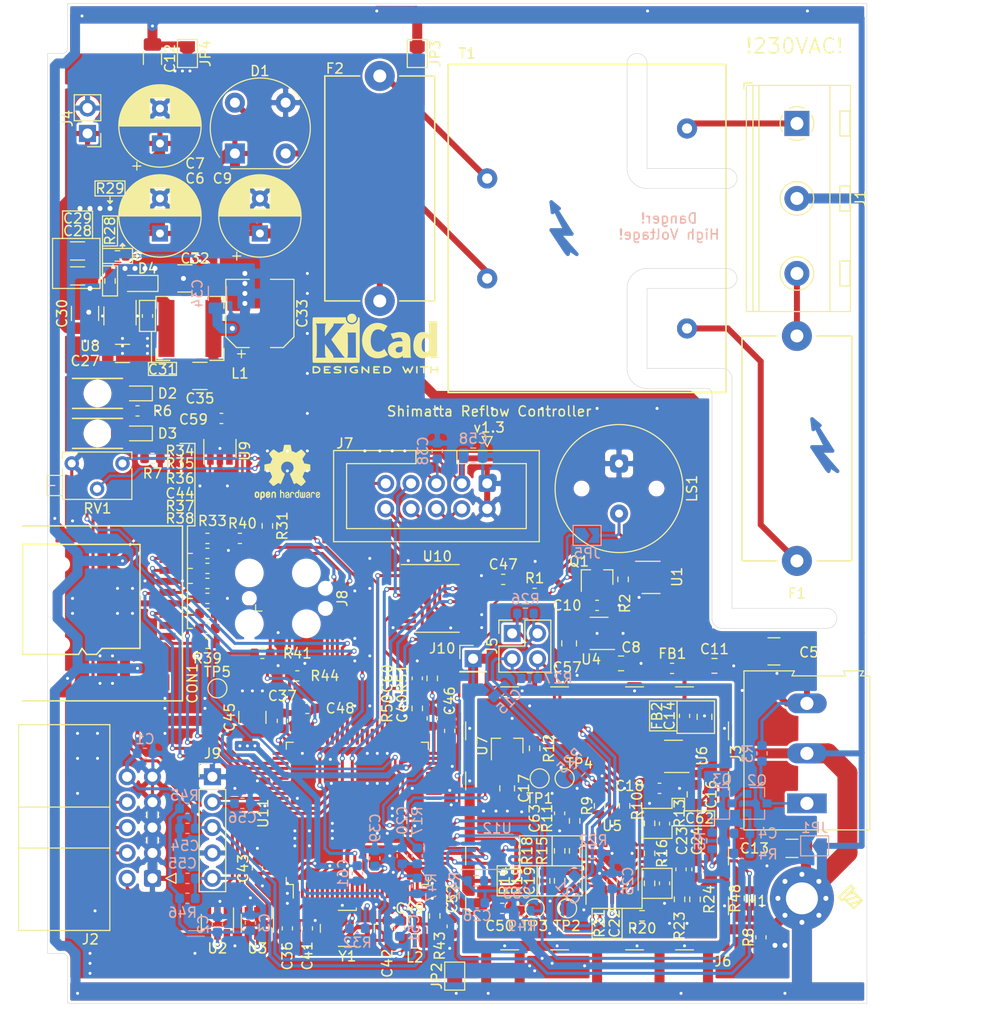
<source format=kicad_pcb>
(kicad_pcb (version 20171130) (host pcbnew 5.1.8)

  (general
    (thickness 1.6)
    (drawings 151)
    (tracks 1898)
    (zones 0)
    (modules 174)
    (nets 150)
  )

  (page A4)
  (layers
    (0 F.Cu signal)
    (31 B.Cu signal)
    (32 B.Adhes user)
    (33 F.Adhes user)
    (34 B.Paste user)
    (35 F.Paste user)
    (36 B.SilkS user)
    (37 F.SilkS user)
    (38 B.Mask user)
    (39 F.Mask user)
    (40 Dwgs.User user)
    (41 Cmts.User user)
    (42 Eco1.User user)
    (43 Eco2.User user)
    (44 Edge.Cuts user)
    (45 Margin user)
    (46 B.CrtYd user)
    (47 F.CrtYd user)
    (48 B.Fab user)
    (49 F.Fab user)
  )

  (setup
    (last_trace_width 0.25)
    (user_trace_width 0.3)
    (user_trace_width 0.4)
    (user_trace_width 0.6)
    (user_trace_width 1)
    (user_trace_width 2)
    (trace_clearance 0.2)
    (zone_clearance 0.25)
    (zone_45_only no)
    (trace_min 0.21)
    (via_size 0.5)
    (via_drill 0.3)
    (via_min_size 0.4)
    (via_min_drill 0.3)
    (user_via 0.9 0.5)
    (uvia_size 0.3)
    (uvia_drill 0.1)
    (uvias_allowed no)
    (uvia_min_size 0.2)
    (uvia_min_drill 0.1)
    (edge_width 0.05)
    (segment_width 0.2)
    (pcb_text_width 0.3)
    (pcb_text_size 1.5 1.5)
    (mod_edge_width 0.12)
    (mod_text_size 1 1)
    (mod_text_width 0.15)
    (pad_size 1.15 1.8)
    (pad_drill 0)
    (pad_to_mask_clearance 0)
    (aux_axis_origin 13 13)
    (grid_origin 13 13)
    (visible_elements FFFFFF7F)
    (pcbplotparams
      (layerselection 0x010f0_ffffffff)
      (usegerberextensions true)
      (usegerberattributes true)
      (usegerberadvancedattributes false)
      (creategerberjobfile true)
      (excludeedgelayer true)
      (linewidth 0.100000)
      (plotframeref false)
      (viasonmask false)
      (mode 1)
      (useauxorigin false)
      (hpglpennumber 1)
      (hpglpenspeed 20)
      (hpglpendiameter 15.000000)
      (psnegative false)
      (psa4output false)
      (plotreference true)
      (plotvalue true)
      (plotinvisibletext false)
      (padsonsilk true)
      (subtractmaskfromsilk false)
      (outputformat 1)
      (mirror false)
      (drillshape 0)
      (scaleselection 1)
      (outputdirectory "gerber/"))
  )

  (net 0 "")
  (net 1 Earth)
  (net 2 GND)
  (net 3 +8V)
  (net 4 +3V3)
  (net 5 +5V)
  (net 6 /Controller/ENC1)
  (net 7 /Controller/ENC2)
  (net 8 /Controller/VREF)
  (net 9 /Controller/SW1)
  (net 10 /Frontend/FORCE+)
  (net 11 /Frontend/FORCE-)
  (net 12 /Frontend/SENS+)
  (net 13 /Frontend/SENS-)
  (net 14 /Controller/SDIO_D1)
  (net 15 /Controller/SDIO_D0)
  (net 16 /Controller/SDIO_CLK)
  (net 17 /Controller/SDIO_CMD)
  (net 18 /Controller/SDIO_D3)
  (net 19 /Controller/SDIO_D2)
  (net 20 /Controller/TEMP_IN)
  (net 21 /L_Trafo)
  (net 22 /L_IN)
  (net 23 /N_IN)
  (net 24 /DIGIO3)
  (net 25 /DIGIO2)
  (net 26 /DIGIO1)
  (net 27 /DIGIO0)
  (net 28 /Controller/SWDIO)
  (net 29 /Controller/SWCLK)
  (net 30 /Controller/PC_RX)
  (net 31 /Controller/PC_TX)
  (net 32 /Controller/~RST)
  (net 33 /Controller/LCD_VO)
  (net 34 /Controller/LCD_RS)
  (net 35 /Controller/LCD_EN)
  (net 36 /Controller/LCD_D3)
  (net 37 /Controller/LCD_D0)
  (net 38 /Controller/LCD_D2)
  (net 39 /Controller/LCD_D1)
  (net 40 /OUT0)
  (net 41 /OUT3)
  (net 42 /OUT2)
  (net 43 /OUT1)
  (net 44 /Controller/VDDA)
  (net 45 +5VL)
  (net 46 /Controller/CARD_DETECT)
  (net 47 +3.3VA)
  (net 48 /Frontend/VREF_OP)
  (net 49 /DIGIO0_PROT)
  (net 50 /DIGIO1_PROT)
  (net 51 /DIGIO2_PROT)
  (net 52 /DIGIO3_PROT)
  (net 53 "Net-(C4-Pad2)")
  (net 54 "Net-(C14-Pad1)")
  (net 55 "Net-(C19-Pad1)")
  (net 56 "Net-(C22-Pad2)")
  (net 57 "Net-(C22-Pad1)")
  (net 58 "Net-(C23-Pad1)")
  (net 59 "Net-(C31-Pad1)")
  (net 60 "Net-(C42-Pad1)")
  (net 61 "Net-(D1-Pad4)")
  (net 62 "Net-(D1-Pad2)")
  (net 63 "Net-(D2-Pad1)")
  (net 64 "Net-(D3-Pad1)")
  (net 65 "Net-(F2-Pad2)")
  (net 66 "Net-(J3-Pad1)")
  (net 67 "Net-(J8-Pad5)")
  (net 68 "Net-(J8-Pad6)")
  (net 69 "Net-(J8-Pad8)")
  (net 70 "Net-(Q2-Pad2)")
  (net 71 "Net-(Q3-Pad1)")
  (net 72 /Controller/SSR_SAFETY_ENABLE)
  (net 73 /Controller/E_~CS)
  (net 74 "Net-(U9-Pad3)")
  (net 75 /Controller/E_SCK)
  (net 76 /Controller/E_MISO)
  (net 77 /Controller/E_MOSI)
  (net 78 "Net-(Q1-Pad3)")
  (net 79 "Net-(U11-Pad1)")
  (net 80 "/Digital Power Supply/DCDC_SW")
  (net 81 /Controller/EXT_WTCHDG_TOGGL)
  (net 82 "Net-(C41-Pad1)")
  (net 83 "Net-(C46-Pad1)")
  (net 84 "Net-(C48-Pad1)")
  (net 85 "Net-(C52-Pad2)")
  (net 86 "Net-(R15-Pad1)")
  (net 87 "Net-(R20-Pad1)")
  (net 88 "Net-(R28-Pad1)")
  (net 89 "Net-(R31-Pad2)")
  (net 90 "Net-(U1-Pad1)")
  (net 91 "Net-(U6-Pad4)")
  (net 92 "Net-(U10-Pad17)")
  (net 93 "Net-(U10-Pad15)")
  (net 94 "Net-(U10-Pad9)")
  (net 95 "Net-(U10-Pad8)")
  (net 96 "Net-(U10-Pad7)")
  (net 97 "Net-(U10-Pad6)")
  (net 98 "Net-(U10-Pad4)")
  (net 99 "Net-(U10-Pad2)")
  (net 100 "Net-(U11-Pad2)")
  (net 101 "Net-(U11-Pad3)")
  (net 102 "Net-(U11-Pad4)")
  (net 103 "Net-(U11-Pad5)")
  (net 104 "Net-(U11-Pad7)")
  (net 105 "Net-(U11-Pad8)")
  (net 106 "Net-(U11-Pad9)")
  (net 107 "Net-(U11-Pad15)")
  (net 108 "Net-(U11-Pad16)")
  (net 109 "Net-(U11-Pad17)")
  (net 110 "Net-(U11-Pad18)")
  (net 111 "Net-(U11-Pad33)")
  (net 112 "Net-(U11-Pad38)")
  (net 113 "Net-(U11-Pad40)")
  (net 114 "Net-(U11-Pad41)")
  (net 115 "Net-(U11-Pad42)")
  (net 116 "Net-(U11-Pad43)")
  (net 117 "Net-(U11-Pad44)")
  (net 118 "Net-(U11-Pad45)")
  (net 119 "Net-(U11-Pad46)")
  (net 120 "Net-(U11-Pad47)")
  (net 121 "Net-(U11-Pad48)")
  (net 122 "Net-(U11-Pad51)")
  (net 123 "Net-(U11-Pad52)")
  (net 124 "Net-(U11-Pad53)")
  (net 125 "Net-(U11-Pad54)")
  (net 126 "Net-(U11-Pad60)")
  (net 127 "Net-(U11-Pad61)")
  (net 128 "Net-(U11-Pad62)")
  (net 129 "Net-(U11-Pad63)")
  (net 130 "Net-(U11-Pad64)")
  (net 131 "Net-(U11-Pad70)")
  (net 132 "Net-(U11-Pad71)")
  (net 133 "Net-(U11-Pad77)")
  (net 134 "Net-(U11-Pad81)")
  (net 135 "Net-(U11-Pad82)")
  (net 136 "Net-(U11-Pad84)")
  (net 137 "Net-(U11-Pad86)")
  (net 138 "Net-(U11-Pad95)")
  (net 139 "Net-(U11-Pad96)")
  (net 140 "Net-(U11-Pad97)")
  (net 141 "Net-(U11-Pad98)")
  (net 142 "Net-(C10-Pad2)")
  (net 143 "Net-(JP5-Pad2)")
  (net 144 "Net-(JP5-Pad1)")
  (net 145 "Net-(C60-Pad1)")
  (net 146 "Net-(C62-Pad2)")
  (net 147 "Net-(C62-Pad1)")
  (net 148 "Net-(C63-Pad2)")
  (net 149 "Net-(C63-Pad1)")

  (net_class Default "This is the default net class."
    (clearance 0.2)
    (trace_width 0.25)
    (via_dia 0.5)
    (via_drill 0.3)
    (uvia_dia 0.3)
    (uvia_drill 0.1)
    (diff_pair_width 0.3)
    (diff_pair_gap 0.25)
    (add_net +3.3VA)
    (add_net +3V3)
    (add_net +5V)
    (add_net +5VL)
    (add_net +8V)
    (add_net /Controller/CARD_DETECT)
    (add_net /Controller/ENC1)
    (add_net /Controller/ENC2)
    (add_net /Controller/EXT_WTCHDG_TOGGL)
    (add_net /Controller/E_MISO)
    (add_net /Controller/E_MOSI)
    (add_net /Controller/E_SCK)
    (add_net /Controller/E_~CS)
    (add_net /Controller/LCD_D0)
    (add_net /Controller/LCD_D1)
    (add_net /Controller/LCD_D2)
    (add_net /Controller/LCD_D3)
    (add_net /Controller/LCD_EN)
    (add_net /Controller/LCD_RS)
    (add_net /Controller/LCD_VO)
    (add_net /Controller/PC_RX)
    (add_net /Controller/PC_TX)
    (add_net /Controller/SDIO_CLK)
    (add_net /Controller/SDIO_CMD)
    (add_net /Controller/SDIO_D0)
    (add_net /Controller/SDIO_D1)
    (add_net /Controller/SDIO_D2)
    (add_net /Controller/SDIO_D3)
    (add_net /Controller/SSR_SAFETY_ENABLE)
    (add_net /Controller/SW1)
    (add_net /Controller/SWCLK)
    (add_net /Controller/SWDIO)
    (add_net /Controller/TEMP_IN)
    (add_net /Controller/VDDA)
    (add_net /Controller/VREF)
    (add_net /Controller/~RST)
    (add_net /DIGIO0)
    (add_net /DIGIO0_PROT)
    (add_net /DIGIO1)
    (add_net /DIGIO1_PROT)
    (add_net /DIGIO2)
    (add_net /DIGIO2_PROT)
    (add_net /DIGIO3)
    (add_net /DIGIO3_PROT)
    (add_net "/Digital Power Supply/DCDC_SW")
    (add_net /Frontend/FORCE+)
    (add_net /Frontend/FORCE-)
    (add_net /Frontend/SENS+)
    (add_net /Frontend/SENS-)
    (add_net /Frontend/VREF_OP)
    (add_net /OUT0)
    (add_net /OUT1)
    (add_net /OUT2)
    (add_net /OUT3)
    (add_net Earth)
    (add_net GND)
    (add_net "Net-(C10-Pad2)")
    (add_net "Net-(C14-Pad1)")
    (add_net "Net-(C19-Pad1)")
    (add_net "Net-(C22-Pad1)")
    (add_net "Net-(C22-Pad2)")
    (add_net "Net-(C23-Pad1)")
    (add_net "Net-(C31-Pad1)")
    (add_net "Net-(C4-Pad2)")
    (add_net "Net-(C41-Pad1)")
    (add_net "Net-(C42-Pad1)")
    (add_net "Net-(C46-Pad1)")
    (add_net "Net-(C48-Pad1)")
    (add_net "Net-(C52-Pad2)")
    (add_net "Net-(C60-Pad1)")
    (add_net "Net-(C62-Pad1)")
    (add_net "Net-(C62-Pad2)")
    (add_net "Net-(C63-Pad1)")
    (add_net "Net-(C63-Pad2)")
    (add_net "Net-(D1-Pad2)")
    (add_net "Net-(D1-Pad4)")
    (add_net "Net-(D2-Pad1)")
    (add_net "Net-(D3-Pad1)")
    (add_net "Net-(F2-Pad2)")
    (add_net "Net-(J3-Pad1)")
    (add_net "Net-(J8-Pad5)")
    (add_net "Net-(J8-Pad6)")
    (add_net "Net-(J8-Pad8)")
    (add_net "Net-(JP5-Pad1)")
    (add_net "Net-(JP5-Pad2)")
    (add_net "Net-(Q1-Pad3)")
    (add_net "Net-(Q2-Pad2)")
    (add_net "Net-(Q3-Pad1)")
    (add_net "Net-(R15-Pad1)")
    (add_net "Net-(R20-Pad1)")
    (add_net "Net-(R28-Pad1)")
    (add_net "Net-(R31-Pad2)")
    (add_net "Net-(U1-Pad1)")
    (add_net "Net-(U10-Pad15)")
    (add_net "Net-(U10-Pad17)")
    (add_net "Net-(U10-Pad2)")
    (add_net "Net-(U10-Pad4)")
    (add_net "Net-(U10-Pad6)")
    (add_net "Net-(U10-Pad7)")
    (add_net "Net-(U10-Pad8)")
    (add_net "Net-(U10-Pad9)")
    (add_net "Net-(U11-Pad1)")
    (add_net "Net-(U11-Pad15)")
    (add_net "Net-(U11-Pad16)")
    (add_net "Net-(U11-Pad17)")
    (add_net "Net-(U11-Pad18)")
    (add_net "Net-(U11-Pad2)")
    (add_net "Net-(U11-Pad3)")
    (add_net "Net-(U11-Pad33)")
    (add_net "Net-(U11-Pad38)")
    (add_net "Net-(U11-Pad4)")
    (add_net "Net-(U11-Pad40)")
    (add_net "Net-(U11-Pad41)")
    (add_net "Net-(U11-Pad42)")
    (add_net "Net-(U11-Pad43)")
    (add_net "Net-(U11-Pad44)")
    (add_net "Net-(U11-Pad45)")
    (add_net "Net-(U11-Pad46)")
    (add_net "Net-(U11-Pad47)")
    (add_net "Net-(U11-Pad48)")
    (add_net "Net-(U11-Pad5)")
    (add_net "Net-(U11-Pad51)")
    (add_net "Net-(U11-Pad52)")
    (add_net "Net-(U11-Pad53)")
    (add_net "Net-(U11-Pad54)")
    (add_net "Net-(U11-Pad60)")
    (add_net "Net-(U11-Pad61)")
    (add_net "Net-(U11-Pad62)")
    (add_net "Net-(U11-Pad63)")
    (add_net "Net-(U11-Pad64)")
    (add_net "Net-(U11-Pad7)")
    (add_net "Net-(U11-Pad70)")
    (add_net "Net-(U11-Pad71)")
    (add_net "Net-(U11-Pad77)")
    (add_net "Net-(U11-Pad8)")
    (add_net "Net-(U11-Pad81)")
    (add_net "Net-(U11-Pad82)")
    (add_net "Net-(U11-Pad84)")
    (add_net "Net-(U11-Pad86)")
    (add_net "Net-(U11-Pad9)")
    (add_net "Net-(U11-Pad95)")
    (add_net "Net-(U11-Pad96)")
    (add_net "Net-(U11-Pad97)")
    (add_net "Net-(U11-Pad98)")
    (add_net "Net-(U6-Pad4)")
    (add_net "Net-(U9-Pad3)")
  )

  (net_class HV ""
    (clearance 2.55)
    (trace_width 1)
    (via_dia 0.5)
    (via_drill 0.3)
    (uvia_dia 0.3)
    (uvia_drill 0.1)
    (diff_pair_width 0.21)
    (diff_pair_gap 0.25)
    (add_net /L_IN)
    (add_net /L_Trafo)
    (add_net /N_IN)
  )

  (module shimatta_tht:BV-EI-303-2010 locked (layer F.Cu) (tedit 5FC3F18F) (tstamp 5FD7202A)
    (at 70 35.5 180)
    (path /5D6EA3F7)
    (fp_text reference T1 (at 12 17.5) (layer F.SilkS)
      (effects (font (size 1 1) (thickness 0.15)))
    )
    (fp_text value BV-EI-303-2050 (at 0 -0.5) (layer F.Fab)
      (effects (font (size 1 1) (thickness 0.15)))
    )
    (fp_line (start 13.9 -16.4) (end 13.9 16.4) (layer F.SilkS) (width 0.15))
    (fp_line (start -13.9 16.4) (end 13.9 16.4) (layer F.SilkS) (width 0.15))
    (fp_line (start -13.9 -16.4) (end -13.9 16.4) (layer F.SilkS) (width 0.15))
    (fp_line (start -13.9 -16.4) (end 13.9 -16.4) (layer F.SilkS) (width 0.15))
    (fp_line (start -13.97 -16.51) (end 13.97 -16.51) (layer F.CrtYd) (width 0.12))
    (fp_line (start 13.97 -16.51) (end 13.97 16.51) (layer F.CrtYd) (width 0.12))
    (fp_line (start 13.97 16.51) (end -13.97 16.51) (layer F.CrtYd) (width 0.12))
    (fp_line (start -13.97 16.51) (end -13.97 -16.51) (layer F.CrtYd) (width 0.12))
    (fp_line (start -13.97 -16.51) (end -13.97 16.51) (layer F.Fab) (width 0.12))
    (fp_line (start -13.97 16.51) (end 13.97 16.51) (layer F.Fab) (width 0.12))
    (fp_line (start 13.97 16.51) (end 13.97 -16.51) (layer F.Fab) (width 0.12))
    (fp_line (start 13.97 -16.51) (end -13.97 -16.51) (layer F.Fab) (width 0.12))
    (pad 1 thru_hole circle (at -10 10 180) (size 2 2) (drill 1) (layers *.Cu *.Mask)
      (net 23 /N_IN))
    (pad 2 thru_hole circle (at -10 -10 180) (size 2 2) (drill 1) (layers *.Cu *.Mask)
      (net 21 /L_Trafo))
    (pad 3 thru_hole circle (at 10 5 180) (size 2 2) (drill 1) (layers *.Cu *.Mask)
      (net 65 "Net-(F2-Pad2)"))
    (pad 4 thru_hole circle (at 10 -5 180) (size 2 2) (drill 1) (layers *.Cu *.Mask)
      (net 62 "Net-(D1-Pad2)"))
  )

  (module Capacitor_SMD:C_0603_1608Metric (layer F.Cu) (tedit 5F68FEEE) (tstamp 5FD64B98)
    (at 67.25 94 270)
    (descr "Capacitor SMD 0603 (1608 Metric), square (rectangular) end terminal, IPC_7351 nominal, (Body size source: IPC-SM-782 page 76, https://www.pcb-3d.com/wordpress/wp-content/uploads/ipc-sm-782a_amendment_1_and_2.pdf), generated with kicad-footprint-generator")
    (tags capacitor)
    (path /5D8C5188/5FE2133C)
    (attr smd)
    (fp_text reference C63 (at 0.5 2.5 90) (layer F.SilkS)
      (effects (font (size 1 1) (thickness 0.15)))
    )
    (fp_text value DNP (at 0 1.43 90) (layer F.Fab)
      (effects (font (size 1 1) (thickness 0.15)))
    )
    (fp_line (start 1.48 0.73) (end -1.48 0.73) (layer F.CrtYd) (width 0.05))
    (fp_line (start 1.48 -0.73) (end 1.48 0.73) (layer F.CrtYd) (width 0.05))
    (fp_line (start -1.48 -0.73) (end 1.48 -0.73) (layer F.CrtYd) (width 0.05))
    (fp_line (start -1.48 0.73) (end -1.48 -0.73) (layer F.CrtYd) (width 0.05))
    (fp_line (start -0.14058 0.51) (end 0.14058 0.51) (layer F.SilkS) (width 0.12))
    (fp_line (start -0.14058 -0.51) (end 0.14058 -0.51) (layer F.SilkS) (width 0.12))
    (fp_line (start 0.8 0.4) (end -0.8 0.4) (layer F.Fab) (width 0.1))
    (fp_line (start 0.8 -0.4) (end 0.8 0.4) (layer F.Fab) (width 0.1))
    (fp_line (start -0.8 -0.4) (end 0.8 -0.4) (layer F.Fab) (width 0.1))
    (fp_line (start -0.8 0.4) (end -0.8 -0.4) (layer F.Fab) (width 0.1))
    (fp_text user %R (at 0 0 90) (layer F.Fab)
      (effects (font (size 0.4 0.4) (thickness 0.06)))
    )
    (pad 2 smd roundrect (at 0.775 0 270) (size 0.9 0.95) (layers F.Cu F.Paste F.Mask) (roundrect_rratio 0.25)
      (net 148 "Net-(C63-Pad2)"))
    (pad 1 smd roundrect (at -0.775 0 270) (size 0.9 0.95) (layers F.Cu F.Paste F.Mask) (roundrect_rratio 0.25)
      (net 149 "Net-(C63-Pad1)"))
    (model ${KISYS3DMOD}/Capacitor_SMD.3dshapes/C_0603_1608Metric.wrl
      (at (xyz 0 0 0))
      (scale (xyz 1 1 1))
      (rotate (xyz 0 0 0))
    )
  )

  (module Capacitor_SMD:C_0603_1608Metric (layer F.Cu) (tedit 5F68FEEE) (tstamp 5FD64B87)
    (at 77.75 95.025 270)
    (descr "Capacitor SMD 0603 (1608 Metric), square (rectangular) end terminal, IPC_7351 nominal, (Body size source: IPC-SM-782 page 76, https://www.pcb-3d.com/wordpress/wp-content/uploads/ipc-sm-782a_amendment_1_and_2.pdf), generated with kicad-footprint-generator")
    (tags capacitor)
    (path /5D8C5188/5FE331AE)
    (attr smd)
    (fp_text reference C62 (at -0.525 -3.5 180) (layer F.SilkS)
      (effects (font (size 1 1) (thickness 0.15)))
    )
    (fp_text value DNP (at 0 1.43 90) (layer F.Fab)
      (effects (font (size 1 1) (thickness 0.15)))
    )
    (fp_line (start 1.48 0.73) (end -1.48 0.73) (layer F.CrtYd) (width 0.05))
    (fp_line (start 1.48 -0.73) (end 1.48 0.73) (layer F.CrtYd) (width 0.05))
    (fp_line (start -1.48 -0.73) (end 1.48 -0.73) (layer F.CrtYd) (width 0.05))
    (fp_line (start -1.48 0.73) (end -1.48 -0.73) (layer F.CrtYd) (width 0.05))
    (fp_line (start -0.14058 0.51) (end 0.14058 0.51) (layer F.SilkS) (width 0.12))
    (fp_line (start -0.14058 -0.51) (end 0.14058 -0.51) (layer F.SilkS) (width 0.12))
    (fp_line (start 0.8 0.4) (end -0.8 0.4) (layer F.Fab) (width 0.1))
    (fp_line (start 0.8 -0.4) (end 0.8 0.4) (layer F.Fab) (width 0.1))
    (fp_line (start -0.8 -0.4) (end 0.8 -0.4) (layer F.Fab) (width 0.1))
    (fp_line (start -0.8 0.4) (end -0.8 -0.4) (layer F.Fab) (width 0.1))
    (fp_text user %R (at 0 0 90) (layer F.Fab)
      (effects (font (size 0.4 0.4) (thickness 0.06)))
    )
    (pad 2 smd roundrect (at 0.775 0 270) (size 0.9 0.95) (layers F.Cu F.Paste F.Mask) (roundrect_rratio 0.25)
      (net 146 "Net-(C62-Pad2)"))
    (pad 1 smd roundrect (at -0.775 0 270) (size 0.9 0.95) (layers F.Cu F.Paste F.Mask) (roundrect_rratio 0.25)
      (net 147 "Net-(C62-Pad1)"))
    (model ${KISYS3DMOD}/Capacitor_SMD.3dshapes/C_0603_1608Metric.wrl
      (at (xyz 0 0 0))
      (scale (xyz 1 1 1))
      (rotate (xyz 0 0 0))
    )
  )

  (module Capacitor_SMD:C_0603_1608Metric (layer B.Cu) (tedit 5F68FEEE) (tstamp 5FD2F3FD)
    (at 47 100 270)
    (descr "Capacitor SMD 0603 (1608 Metric), square (rectangular) end terminal, IPC_7351 nominal, (Body size source: IPC-SM-782 page 76, https://www.pcb-3d.com/wordpress/wp-content/uploads/ipc-sm-782a_amendment_1_and_2.pdf), generated with kicad-footprint-generator")
    (tags capacitor)
    (path /5D77EC9D/5FD72F9A)
    (attr smd)
    (fp_text reference C61 (at 0 1.43 90) (layer B.SilkS)
      (effects (font (size 1 1) (thickness 0.15)) (justify mirror))
    )
    (fp_text value 100n (at 0 -1.43 90) (layer B.Fab)
      (effects (font (size 1 1) (thickness 0.15)) (justify mirror))
    )
    (fp_line (start 1.48 -0.73) (end -1.48 -0.73) (layer B.CrtYd) (width 0.05))
    (fp_line (start 1.48 0.73) (end 1.48 -0.73) (layer B.CrtYd) (width 0.05))
    (fp_line (start -1.48 0.73) (end 1.48 0.73) (layer B.CrtYd) (width 0.05))
    (fp_line (start -1.48 -0.73) (end -1.48 0.73) (layer B.CrtYd) (width 0.05))
    (fp_line (start -0.14058 -0.51) (end 0.14058 -0.51) (layer B.SilkS) (width 0.12))
    (fp_line (start -0.14058 0.51) (end 0.14058 0.51) (layer B.SilkS) (width 0.12))
    (fp_line (start 0.8 -0.4) (end -0.8 -0.4) (layer B.Fab) (width 0.1))
    (fp_line (start 0.8 0.4) (end 0.8 -0.4) (layer B.Fab) (width 0.1))
    (fp_line (start -0.8 0.4) (end 0.8 0.4) (layer B.Fab) (width 0.1))
    (fp_line (start -0.8 -0.4) (end -0.8 0.4) (layer B.Fab) (width 0.1))
    (fp_text user %R (at 0 0 90) (layer B.Fab)
      (effects (font (size 0.4 0.4) (thickness 0.06)) (justify mirror))
    )
    (pad 2 smd roundrect (at 0.775 0 270) (size 0.9 0.95) (layers B.Cu B.Paste B.Mask) (roundrect_rratio 0.25)
      (net 2 GND))
    (pad 1 smd roundrect (at -0.775 0 270) (size 0.9 0.95) (layers B.Cu B.Paste B.Mask) (roundrect_rratio 0.25)
      (net 4 +3V3))
    (model ${KISYS3DMOD}/Capacitor_SMD.3dshapes/C_0603_1608Metric.wrl
      (at (xyz 0 0 0))
      (scale (xyz 1 1 1))
      (rotate (xyz 0 0 0))
    )
  )

  (module shimatta_buzzer:PKM13EPYH4002-B0 (layer F.Cu) (tedit 5FCFC26C) (tstamp 5FCC3E58)
    (at 73.198 61.514 270)
    (tags buzzer,piezo)
    (path /5D891662)
    (fp_text reference LS1 (at 0 -7.3 90) (layer F.SilkS)
      (effects (font (size 1 1) (thickness 0.15)))
    )
    (fp_text value Buzzer (at 0 0 180) (layer F.Fab)
      (effects (font (size 1 1) (thickness 0.15)))
    )
    (fp_circle (center 0 0) (end 6.4 0) (layer F.SilkS) (width 0.12))
    (fp_circle (center 0 0) (end 6.5 0) (layer F.CrtYd) (width 0.12))
    (fp_circle (center 0 0) (end 6.5 0) (layer F.Fab) (width 0.12))
    (pad "" np_thru_hole circle (at 0 -3.75 270) (size 1.1 1.1) (drill 1.1) (layers *.Cu *.Mask))
    (pad "" np_thru_hole circle (at 0 3.75 270) (size 1.1 1.1) (drill 1.1) (layers *.Cu *.Mask))
    (pad 2 thru_hole circle (at 2.5 0 270) (size 1.8 1.8) (drill 0.8) (layers *.Cu *.Mask)
      (net 143 "Net-(JP5-Pad2)"))
    (pad 1 thru_hole roundrect (at -2.5 0 270) (size 1.8 1.8) (drill 0.8) (layers *.Cu *.Mask) (roundrect_rratio 0.25)
      (net 2 GND))
    (model ${KISYS3DMOD}/buzzer.shapes3d/PKM13EPYH4002-B0.wrl
      (at (xyz 0 0 0))
      (scale (xyz 0.3937 0.3937 0.3937))
      (rotate (xyz 0 0 0))
    )
  )

  (module Resistor_SMD:R_0603_1608Metric (layer F.Cu) (tedit 5F68FEEE) (tstamp 5FCDB62B)
    (at 54.5 80.5 270)
    (descr "Resistor SMD 0603 (1608 Metric), square (rectangular) end terminal, IPC_7351 nominal, (Body size source: IPC-SM-782 page 72, https://www.pcb-3d.com/wordpress/wp-content/uploads/ipc-sm-782a_amendment_1_and_2.pdf), generated with kicad-footprint-generator")
    (tags resistor)
    (path /5D77EC9D/5FD62ABC)
    (attr smd)
    (fp_text reference R51 (at 0 3 90) (layer F.SilkS)
      (effects (font (size 1 1) (thickness 0.15)))
    )
    (fp_text value 10k (at -2.25 0 90) (layer F.Fab)
      (effects (font (size 1 1) (thickness 0.15)))
    )
    (fp_line (start -0.8 0.4125) (end -0.8 -0.4125) (layer F.Fab) (width 0.1))
    (fp_line (start -0.8 -0.4125) (end 0.8 -0.4125) (layer F.Fab) (width 0.1))
    (fp_line (start 0.8 -0.4125) (end 0.8 0.4125) (layer F.Fab) (width 0.1))
    (fp_line (start 0.8 0.4125) (end -0.8 0.4125) (layer F.Fab) (width 0.1))
    (fp_line (start -0.237258 -0.5225) (end 0.237258 -0.5225) (layer F.SilkS) (width 0.12))
    (fp_line (start -0.237258 0.5225) (end 0.237258 0.5225) (layer F.SilkS) (width 0.12))
    (fp_line (start -1.48 0.73) (end -1.48 -0.73) (layer F.CrtYd) (width 0.05))
    (fp_line (start -1.48 -0.73) (end 1.48 -0.73) (layer F.CrtYd) (width 0.05))
    (fp_line (start 1.48 -0.73) (end 1.48 0.73) (layer F.CrtYd) (width 0.05))
    (fp_line (start 1.48 0.73) (end -1.48 0.73) (layer F.CrtYd) (width 0.05))
    (fp_text user %R (at 0 0 90) (layer F.Fab)
      (effects (font (size 0.4 0.4) (thickness 0.06)))
    )
    (pad 2 smd roundrect (at 0.825 0 270) (size 0.8 0.95) (layers F.Cu F.Paste F.Mask) (roundrect_rratio 0.25)
      (net 145 "Net-(C60-Pad1)"))
    (pad 1 smd roundrect (at -0.825 0 270) (size 0.8 0.95) (layers F.Cu F.Paste F.Mask) (roundrect_rratio 0.25)
      (net 2 GND))
    (model ${KISYS3DMOD}/Resistor_SMD.3dshapes/R_0603_1608Metric.wrl
      (at (xyz 0 0 0))
      (scale (xyz 1 1 1))
      (rotate (xyz 0 0 0))
    )
  )

  (module Resistor_SMD:R_0603_1608Metric (layer F.Cu) (tedit 5F68FEEE) (tstamp 5FCDB61A)
    (at 53 83.5 270)
    (descr "Resistor SMD 0603 (1608 Metric), square (rectangular) end terminal, IPC_7351 nominal, (Body size source: IPC-SM-782 page 72, https://www.pcb-3d.com/wordpress/wp-content/uploads/ipc-sm-782a_amendment_1_and_2.pdf), generated with kicad-footprint-generator")
    (tags resistor)
    (path /5D77EC9D/5FD5CEDB)
    (attr smd)
    (fp_text reference R50 (at 0 3 90) (layer F.SilkS)
      (effects (font (size 1 1) (thickness 0.15)))
    )
    (fp_text value 10k (at 0 1.43 90) (layer F.Fab)
      (effects (font (size 1 1) (thickness 0.15)))
    )
    (fp_line (start -0.8 0.4125) (end -0.8 -0.4125) (layer F.Fab) (width 0.1))
    (fp_line (start -0.8 -0.4125) (end 0.8 -0.4125) (layer F.Fab) (width 0.1))
    (fp_line (start 0.8 -0.4125) (end 0.8 0.4125) (layer F.Fab) (width 0.1))
    (fp_line (start 0.8 0.4125) (end -0.8 0.4125) (layer F.Fab) (width 0.1))
    (fp_line (start -0.237258 -0.5225) (end 0.237258 -0.5225) (layer F.SilkS) (width 0.12))
    (fp_line (start -0.237258 0.5225) (end 0.237258 0.5225) (layer F.SilkS) (width 0.12))
    (fp_line (start -1.48 0.73) (end -1.48 -0.73) (layer F.CrtYd) (width 0.05))
    (fp_line (start -1.48 -0.73) (end 1.48 -0.73) (layer F.CrtYd) (width 0.05))
    (fp_line (start 1.48 -0.73) (end 1.48 0.73) (layer F.CrtYd) (width 0.05))
    (fp_line (start 1.48 0.73) (end -1.48 0.73) (layer F.CrtYd) (width 0.05))
    (fp_text user %R (at 0 0 90) (layer F.Fab)
      (effects (font (size 0.4 0.4) (thickness 0.06)))
    )
    (pad 2 smd roundrect (at 0.825 0 270) (size 0.8 0.95) (layers F.Cu F.Paste F.Mask) (roundrect_rratio 0.25)
      (net 4 +3V3))
    (pad 1 smd roundrect (at -0.825 0 270) (size 0.8 0.95) (layers F.Cu F.Paste F.Mask) (roundrect_rratio 0.25)
      (net 145 "Net-(C60-Pad1)"))
    (model ${KISYS3DMOD}/Resistor_SMD.3dshapes/R_0603_1608Metric.wrl
      (at (xyz 0 0 0))
      (scale (xyz 1 1 1))
      (rotate (xyz 0 0 0))
    )
  )

  (module Capacitor_SMD:C_0603_1608Metric (layer F.Cu) (tedit 5F68FEEE) (tstamp 5FCDA8B7)
    (at 53 80.5 90)
    (descr "Capacitor SMD 0603 (1608 Metric), square (rectangular) end terminal, IPC_7351 nominal, (Body size source: IPC-SM-782 page 76, https://www.pcb-3d.com/wordpress/wp-content/uploads/ipc-sm-782a_amendment_1_and_2.pdf), generated with kicad-footprint-generator")
    (tags capacitor)
    (path /5D77EC9D/5FE39FAF)
    (attr smd)
    (fp_text reference C60 (at 0 -3 90) (layer F.SilkS)
      (effects (font (size 1 1) (thickness 0.15)))
    )
    (fp_text value 100n (at 2.75 0 90) (layer F.Fab)
      (effects (font (size 1 1) (thickness 0.15)))
    )
    (fp_line (start -0.8 0.4) (end -0.8 -0.4) (layer F.Fab) (width 0.1))
    (fp_line (start -0.8 -0.4) (end 0.8 -0.4) (layer F.Fab) (width 0.1))
    (fp_line (start 0.8 -0.4) (end 0.8 0.4) (layer F.Fab) (width 0.1))
    (fp_line (start 0.8 0.4) (end -0.8 0.4) (layer F.Fab) (width 0.1))
    (fp_line (start -0.14058 -0.51) (end 0.14058 -0.51) (layer F.SilkS) (width 0.12))
    (fp_line (start -0.14058 0.51) (end 0.14058 0.51) (layer F.SilkS) (width 0.12))
    (fp_line (start -1.48 0.73) (end -1.48 -0.73) (layer F.CrtYd) (width 0.05))
    (fp_line (start -1.48 -0.73) (end 1.48 -0.73) (layer F.CrtYd) (width 0.05))
    (fp_line (start 1.48 -0.73) (end 1.48 0.73) (layer F.CrtYd) (width 0.05))
    (fp_line (start 1.48 0.73) (end -1.48 0.73) (layer F.CrtYd) (width 0.05))
    (fp_text user %R (at 0 0 90) (layer F.Fab)
      (effects (font (size 0.4 0.4) (thickness 0.06)))
    )
    (pad 2 smd roundrect (at 0.775 0 90) (size 0.9 0.95) (layers F.Cu F.Paste F.Mask) (roundrect_rratio 0.25)
      (net 2 GND))
    (pad 1 smd roundrect (at -0.775 0 90) (size 0.9 0.95) (layers F.Cu F.Paste F.Mask) (roundrect_rratio 0.25)
      (net 145 "Net-(C60-Pad1)"))
    (model ${KISYS3DMOD}/Capacitor_SMD.3dshapes/C_0603_1608Metric.wrl
      (at (xyz 0 0 0))
      (scale (xyz 1 1 1))
      (rotate (xyz 0 0 0))
    )
  )

  (module Jumper:SolderJumper-2_P1.3mm_Open_TrianglePad1.0x1.5mm (layer B.Cu) (tedit 5A64794F) (tstamp 5FCF9810)
    (at 70 66.2)
    (descr "SMD Solder Jumper, 1x1.5mm Triangular Pads, 0.3mm gap, open")
    (tags "solder jumper open")
    (path /600F11A8)
    (attr virtual)
    (fp_text reference JP5 (at 0 1.8) (layer B.SilkS)
      (effects (font (size 1 1) (thickness 0.15)) (justify mirror))
    )
    (fp_text value DNP (at 0 -1.9) (layer B.Fab)
      (effects (font (size 1 1) (thickness 0.15)) (justify mirror))
    )
    (fp_line (start -1.4 -1) (end -1.4 1) (layer B.SilkS) (width 0.12))
    (fp_line (start 1.4 -1) (end -1.4 -1) (layer B.SilkS) (width 0.12))
    (fp_line (start 1.4 1) (end 1.4 -1) (layer B.SilkS) (width 0.12))
    (fp_line (start -1.4 1) (end 1.4 1) (layer B.SilkS) (width 0.12))
    (fp_line (start -1.65 1.25) (end 1.65 1.25) (layer B.CrtYd) (width 0.05))
    (fp_line (start -1.65 1.25) (end -1.65 -1.25) (layer B.CrtYd) (width 0.05))
    (fp_line (start 1.65 -1.25) (end 1.65 1.25) (layer B.CrtYd) (width 0.05))
    (fp_line (start 1.65 -1.25) (end -1.65 -1.25) (layer B.CrtYd) (width 0.05))
    (pad 1 smd custom (at -0.725 0) (size 0.3 0.3) (layers B.Cu B.Mask)
      (net 144 "Net-(JP5-Pad1)") (zone_connect 2)
      (options (clearance outline) (anchor rect))
      (primitives
        (gr_poly (pts
           (xy -0.5 0.75) (xy 0.5 0.75) (xy 1 0) (xy 0.5 -0.75) (xy -0.5 -0.75)
) (width 0))
      ))
    (pad 2 smd custom (at 0.725 0) (size 0.3 0.3) (layers B.Cu B.Mask)
      (net 143 "Net-(JP5-Pad2)") (zone_connect 2)
      (options (clearance outline) (anchor rect))
      (primitives
        (gr_poly (pts
           (xy -0.65 0.75) (xy 0.5 0.75) (xy 0.5 -0.75) (xy -0.65 -0.75) (xy -0.15 0)
) (width 0))
      ))
  )

  (module Capacitor_SMD:C_0603_1608Metric (layer F.Cu) (tedit 5F68FEEE) (tstamp 5FCF2BEC)
    (at 33.4 54.5)
    (descr "Capacitor SMD 0603 (1608 Metric), square (rectangular) end terminal, IPC_7351 nominal, (Body size source: IPC-SM-782 page 76, https://www.pcb-3d.com/wordpress/wp-content/uploads/ipc-sm-782a_amendment_1_and_2.pdf), generated with kicad-footprint-generator")
    (tags capacitor)
    (path /5D77EC9D/5FFAEEF2)
    (attr smd)
    (fp_text reference C59 (at -2.8 0.1) (layer F.SilkS)
      (effects (font (size 1 1) (thickness 0.15)))
    )
    (fp_text value 100n (at -0.15 1.25) (layer F.Fab)
      (effects (font (size 1 1) (thickness 0.15)))
    )
    (fp_line (start -0.8 0.4) (end -0.8 -0.4) (layer F.Fab) (width 0.1))
    (fp_line (start -0.8 -0.4) (end 0.8 -0.4) (layer F.Fab) (width 0.1))
    (fp_line (start 0.8 -0.4) (end 0.8 0.4) (layer F.Fab) (width 0.1))
    (fp_line (start 0.8 0.4) (end -0.8 0.4) (layer F.Fab) (width 0.1))
    (fp_line (start -0.14058 -0.51) (end 0.14058 -0.51) (layer F.SilkS) (width 0.12))
    (fp_line (start -0.14058 0.51) (end 0.14058 0.51) (layer F.SilkS) (width 0.12))
    (fp_line (start -1.48 0.73) (end -1.48 -0.73) (layer F.CrtYd) (width 0.05))
    (fp_line (start -1.48 -0.73) (end 1.48 -0.73) (layer F.CrtYd) (width 0.05))
    (fp_line (start 1.48 -0.73) (end 1.48 0.73) (layer F.CrtYd) (width 0.05))
    (fp_line (start 1.48 0.73) (end -1.48 0.73) (layer F.CrtYd) (width 0.05))
    (fp_text user %R (at 0 0) (layer F.Fab)
      (effects (font (size 0.4 0.4) (thickness 0.06)))
    )
    (pad 2 smd roundrect (at 0.775 0) (size 0.9 0.95) (layers F.Cu F.Paste F.Mask) (roundrect_rratio 0.25)
      (net 2 GND))
    (pad 1 smd roundrect (at -0.775 0) (size 0.9 0.95) (layers F.Cu F.Paste F.Mask) (roundrect_rratio 0.25)
      (net 4 +3V3))
    (model ${KISYS3DMOD}/Capacitor_SMD.3dshapes/C_0603_1608Metric.wrl
      (at (xyz 0 0 0))
      (scale (xyz 1 1 1))
      (rotate (xyz 0 0 0))
    )
  )

  (module Capacitor_SMD:C_0805_2012Metric (layer B.Cu) (tedit 5F68FEEE) (tstamp 5FCEA5B5)
    (at 58.6 58.2 180)
    (descr "Capacitor SMD 0805 (2012 Metric), square (rectangular) end terminal, IPC_7351 nominal, (Body size source: IPC-SM-782 page 76, https://www.pcb-3d.com/wordpress/wp-content/uploads/ipc-sm-782a_amendment_1_and_2.pdf, https://docs.google.com/spreadsheets/d/1BsfQQcO9C6DZCsRaXUlFlo91Tg2WpOkGARC1WS5S8t0/edit?usp=sharing), generated with kicad-footprint-generator")
    (tags capacitor)
    (path /5D77EC9D/5FEFE3CF)
    (attr smd)
    (fp_text reference C58 (at 0 1.68) (layer B.SilkS)
      (effects (font (size 1 1) (thickness 0.15)) (justify mirror))
    )
    (fp_text value 1u (at 0 -1.68) (layer B.Fab)
      (effects (font (size 1 1) (thickness 0.15)) (justify mirror))
    )
    (fp_line (start -1 -0.625) (end -1 0.625) (layer B.Fab) (width 0.1))
    (fp_line (start -1 0.625) (end 1 0.625) (layer B.Fab) (width 0.1))
    (fp_line (start 1 0.625) (end 1 -0.625) (layer B.Fab) (width 0.1))
    (fp_line (start 1 -0.625) (end -1 -0.625) (layer B.Fab) (width 0.1))
    (fp_line (start -0.261252 0.735) (end 0.261252 0.735) (layer B.SilkS) (width 0.12))
    (fp_line (start -0.261252 -0.735) (end 0.261252 -0.735) (layer B.SilkS) (width 0.12))
    (fp_line (start -1.7 -0.98) (end -1.7 0.98) (layer B.CrtYd) (width 0.05))
    (fp_line (start -1.7 0.98) (end 1.7 0.98) (layer B.CrtYd) (width 0.05))
    (fp_line (start 1.7 0.98) (end 1.7 -0.98) (layer B.CrtYd) (width 0.05))
    (fp_line (start 1.7 -0.98) (end -1.7 -0.98) (layer B.CrtYd) (width 0.05))
    (fp_text user %R (at 0 0) (layer B.Fab)
      (effects (font (size 0.5 0.5) (thickness 0.08)) (justify mirror))
    )
    (pad 2 smd roundrect (at 0.95 0 180) (size 1 1.45) (layers B.Cu B.Paste B.Mask) (roundrect_rratio 0.25)
      (net 45 +5VL))
    (pad 1 smd roundrect (at -0.95 0 180) (size 1 1.45) (layers B.Cu B.Paste B.Mask) (roundrect_rratio 0.25)
      (net 2 GND))
    (model ${KISYS3DMOD}/Capacitor_SMD.3dshapes/C_0805_2012Metric.wrl
      (at (xyz 0 0 0))
      (scale (xyz 1 1 1))
      (rotate (xyz 0 0 0))
    )
  )

  (module Capacitor_SMD:C_0805_2012Metric (layer F.Cu) (tedit 5F68FEEE) (tstamp 5FCE5B90)
    (at 73.4 79)
    (descr "Capacitor SMD 0805 (2012 Metric), square (rectangular) end terminal, IPC_7351 nominal, (Body size source: IPC-SM-782 page 76, https://www.pcb-3d.com/wordpress/wp-content/uploads/ipc-sm-782a_amendment_1_and_2.pdf, https://docs.google.com/spreadsheets/d/1BsfQQcO9C6DZCsRaXUlFlo91Tg2WpOkGARC1WS5S8t0/edit?usp=sharing), generated with kicad-footprint-generator")
    (tags capacitor)
    (path /5D992429)
    (attr smd)
    (fp_text reference C8 (at 1 -1.6) (layer F.SilkS)
      (effects (font (size 1 1) (thickness 0.15)))
    )
    (fp_text value 100n (at 0 1.68) (layer F.Fab)
      (effects (font (size 1 1) (thickness 0.15)))
    )
    (fp_line (start -1 0.625) (end -1 -0.625) (layer F.Fab) (width 0.1))
    (fp_line (start -1 -0.625) (end 1 -0.625) (layer F.Fab) (width 0.1))
    (fp_line (start 1 -0.625) (end 1 0.625) (layer F.Fab) (width 0.1))
    (fp_line (start 1 0.625) (end -1 0.625) (layer F.Fab) (width 0.1))
    (fp_line (start -0.261252 -0.735) (end 0.261252 -0.735) (layer F.SilkS) (width 0.12))
    (fp_line (start -0.261252 0.735) (end 0.261252 0.735) (layer F.SilkS) (width 0.12))
    (fp_line (start -1.7 0.98) (end -1.7 -0.98) (layer F.CrtYd) (width 0.05))
    (fp_line (start -1.7 -0.98) (end 1.7 -0.98) (layer F.CrtYd) (width 0.05))
    (fp_line (start 1.7 -0.98) (end 1.7 0.98) (layer F.CrtYd) (width 0.05))
    (fp_line (start 1.7 0.98) (end -1.7 0.98) (layer F.CrtYd) (width 0.05))
    (fp_text user %R (at 0 0) (layer F.Fab)
      (effects (font (size 0.5 0.5) (thickness 0.08)))
    )
    (pad 2 smd roundrect (at 0.95 0) (size 1 1.45) (layers F.Cu F.Paste F.Mask) (roundrect_rratio 0.25)
      (net 2 GND))
    (pad 1 smd roundrect (at -0.95 0) (size 1 1.45) (layers F.Cu F.Paste F.Mask) (roundrect_rratio 0.25)
      (net 3 +8V))
    (model ${KISYS3DMOD}/Capacitor_SMD.3dshapes/C_0805_2012Metric.wrl
      (at (xyz 0 0 0))
      (scale (xyz 1 1 1))
      (rotate (xyz 0 0 0))
    )
  )

  (module Package_TO_SOT_SMD:SOT-23-5 (layer F.Cu) (tedit 5A02FF57) (tstamp 5FCDC79F)
    (at 71.2 76 180)
    (descr "5-pin SOT23 package")
    (tags SOT-23-5)
    (path /5FD96B77)
    (attr smd)
    (fp_text reference U4 (at 0.8 -2.6) (layer F.SilkS)
      (effects (font (size 1 1) (thickness 0.15)))
    )
    (fp_text value LP2985-5.0 (at -5.55 0) (layer F.Fab)
      (effects (font (size 1 1) (thickness 0.15)))
    )
    (fp_line (start -0.9 1.61) (end 0.9 1.61) (layer F.SilkS) (width 0.12))
    (fp_line (start 0.9 -1.61) (end -1.55 -1.61) (layer F.SilkS) (width 0.12))
    (fp_line (start -1.9 -1.8) (end 1.9 -1.8) (layer F.CrtYd) (width 0.05))
    (fp_line (start 1.9 -1.8) (end 1.9 1.8) (layer F.CrtYd) (width 0.05))
    (fp_line (start 1.9 1.8) (end -1.9 1.8) (layer F.CrtYd) (width 0.05))
    (fp_line (start -1.9 1.8) (end -1.9 -1.8) (layer F.CrtYd) (width 0.05))
    (fp_line (start -0.9 -0.9) (end -0.25 -1.55) (layer F.Fab) (width 0.1))
    (fp_line (start 0.9 -1.55) (end -0.25 -1.55) (layer F.Fab) (width 0.1))
    (fp_line (start -0.9 -0.9) (end -0.9 1.55) (layer F.Fab) (width 0.1))
    (fp_line (start 0.9 1.55) (end -0.9 1.55) (layer F.Fab) (width 0.1))
    (fp_line (start 0.9 -1.55) (end 0.9 1.55) (layer F.Fab) (width 0.1))
    (fp_text user %R (at 0 0 90) (layer F.Fab)
      (effects (font (size 0.5 0.5) (thickness 0.075)))
    )
    (pad 5 smd rect (at 1.1 -0.95 180) (size 1.06 0.65) (layers F.Cu F.Paste F.Mask)
      (net 45 +5VL))
    (pad 4 smd rect (at 1.1 0.95 180) (size 1.06 0.65) (layers F.Cu F.Paste F.Mask)
      (net 142 "Net-(C10-Pad2)"))
    (pad 3 smd rect (at -1.1 0.95 180) (size 1.06 0.65) (layers F.Cu F.Paste F.Mask)
      (net 3 +8V))
    (pad 2 smd rect (at -1.1 0 180) (size 1.06 0.65) (layers F.Cu F.Paste F.Mask)
      (net 2 GND))
    (pad 1 smd rect (at -1.1 -0.95 180) (size 1.06 0.65) (layers F.Cu F.Paste F.Mask)
      (net 3 +8V))
    (model ${KISYS3DMOD}/Package_TO_SOT_SMD.3dshapes/SOT-23-5.wrl
      (at (xyz 0 0 0))
      (scale (xyz 1 1 1))
      (rotate (xyz 0 0 0))
    )
  )

  (module Capacitor_SMD:C_0805_2012Metric (layer F.Cu) (tedit 5F68FEEE) (tstamp 5FCDB92C)
    (at 68.2 77 270)
    (descr "Capacitor SMD 0805 (2012 Metric), square (rectangular) end terminal, IPC_7351 nominal, (Body size source: IPC-SM-782 page 76, https://www.pcb-3d.com/wordpress/wp-content/uploads/ipc-sm-782a_amendment_1_and_2.pdf, https://docs.google.com/spreadsheets/d/1BsfQQcO9C6DZCsRaXUlFlo91Tg2WpOkGARC1WS5S8t0/edit?usp=sharing), generated with kicad-footprint-generator")
    (tags capacitor)
    (path /5FEA6BEA)
    (attr smd)
    (fp_text reference C57 (at 2.4 0.2 180) (layer F.SilkS)
      (effects (font (size 1 1) (thickness 0.15)))
    )
    (fp_text value 2u2 (at 0 -1.3 90) (layer F.Fab)
      (effects (font (size 1 1) (thickness 0.15)))
    )
    (fp_line (start -1 0.625) (end -1 -0.625) (layer F.Fab) (width 0.1))
    (fp_line (start -1 -0.625) (end 1 -0.625) (layer F.Fab) (width 0.1))
    (fp_line (start 1 -0.625) (end 1 0.625) (layer F.Fab) (width 0.1))
    (fp_line (start 1 0.625) (end -1 0.625) (layer F.Fab) (width 0.1))
    (fp_line (start -0.261252 -0.735) (end 0.261252 -0.735) (layer F.SilkS) (width 0.12))
    (fp_line (start -0.261252 0.735) (end 0.261252 0.735) (layer F.SilkS) (width 0.12))
    (fp_line (start -1.7 0.98) (end -1.7 -0.98) (layer F.CrtYd) (width 0.05))
    (fp_line (start -1.7 -0.98) (end 1.7 -0.98) (layer F.CrtYd) (width 0.05))
    (fp_line (start 1.7 -0.98) (end 1.7 0.98) (layer F.CrtYd) (width 0.05))
    (fp_line (start 1.7 0.98) (end -1.7 0.98) (layer F.CrtYd) (width 0.05))
    (fp_text user %R (at 0 0 90) (layer F.Fab)
      (effects (font (size 0.5 0.5) (thickness 0.08)))
    )
    (pad 2 smd roundrect (at 0.95 0 270) (size 1 1.45) (layers F.Cu F.Paste F.Mask) (roundrect_rratio 0.25)
      (net 2 GND))
    (pad 1 smd roundrect (at -0.95 0 270) (size 1 1.45) (layers F.Cu F.Paste F.Mask) (roundrect_rratio 0.25)
      (net 45 +5VL))
    (model ${KISYS3DMOD}/Capacitor_SMD.3dshapes/C_0805_2012Metric.wrl
      (at (xyz 0 0 0))
      (scale (xyz 1 1 1))
      (rotate (xyz 0 0 0))
    )
  )

  (module Capacitor_SMD:C_0603_1608Metric (layer F.Cu) (tedit 5F68FEEE) (tstamp 5FCDB32D)
    (at 71 73.2 180)
    (descr "Capacitor SMD 0603 (1608 Metric), square (rectangular) end terminal, IPC_7351 nominal, (Body size source: IPC-SM-782 page 76, https://www.pcb-3d.com/wordpress/wp-content/uploads/ipc-sm-782a_amendment_1_and_2.pdf), generated with kicad-footprint-generator")
    (tags capacitor)
    (path /5FDDF514)
    (attr smd)
    (fp_text reference C10 (at 3 0) (layer F.SilkS)
      (effects (font (size 1 1) (thickness 0.15)))
    )
    (fp_text value 10n (at 0 1.43) (layer F.Fab)
      (effects (font (size 1 1) (thickness 0.15)))
    )
    (fp_line (start -0.8 0.4) (end -0.8 -0.4) (layer F.Fab) (width 0.1))
    (fp_line (start -0.8 -0.4) (end 0.8 -0.4) (layer F.Fab) (width 0.1))
    (fp_line (start 0.8 -0.4) (end 0.8 0.4) (layer F.Fab) (width 0.1))
    (fp_line (start 0.8 0.4) (end -0.8 0.4) (layer F.Fab) (width 0.1))
    (fp_line (start -0.14058 -0.51) (end 0.14058 -0.51) (layer F.SilkS) (width 0.12))
    (fp_line (start -0.14058 0.51) (end 0.14058 0.51) (layer F.SilkS) (width 0.12))
    (fp_line (start -1.48 0.73) (end -1.48 -0.73) (layer F.CrtYd) (width 0.05))
    (fp_line (start -1.48 -0.73) (end 1.48 -0.73) (layer F.CrtYd) (width 0.05))
    (fp_line (start 1.48 -0.73) (end 1.48 0.73) (layer F.CrtYd) (width 0.05))
    (fp_line (start 1.48 0.73) (end -1.48 0.73) (layer F.CrtYd) (width 0.05))
    (fp_text user %R (at 0 0) (layer F.Fab)
      (effects (font (size 0.4 0.4) (thickness 0.06)))
    )
    (pad 2 smd roundrect (at 0.775 0 180) (size 0.9 0.95) (layers F.Cu F.Paste F.Mask) (roundrect_rratio 0.25)
      (net 142 "Net-(C10-Pad2)"))
    (pad 1 smd roundrect (at -0.775 0 180) (size 0.9 0.95) (layers F.Cu F.Paste F.Mask) (roundrect_rratio 0.25)
      (net 2 GND))
    (model ${KISYS3DMOD}/Capacitor_SMD.3dshapes/C_0603_1608Metric.wrl
      (at (xyz 0 0 0))
      (scale (xyz 1 1 1))
      (rotate (xyz 0 0 0))
    )
  )

  (module Capacitor_SMD:C_1206_3216Metric (layer F.Cu) (tedit 5FCD28CC) (tstamp 5FBDC8F4)
    (at 19 40.25)
    (descr "Capacitor SMD 1206 (3216 Metric), square (rectangular) end terminal, IPC_7351 nominal, (Body size source: IPC-SM-782 page 76, https://www.pcb-3d.com/wordpress/wp-content/uploads/ipc-sm-782a_amendment_1_and_2.pdf), generated with kicad-footprint-generator")
    (tags capacitor)
    (path /5FB6E41F/5FB7D1DC)
    (attr smd)
    (fp_text reference C28 (at 0 -4.5) (layer F.SilkS)
      (effects (font (size 1 1) (thickness 0.15)))
    )
    (fp_text value 100n (at -3.5 0) (layer F.Fab)
      (effects (font (size 1 1) (thickness 0.15)))
    )
    (fp_line (start 2.3 1.15) (end -2.3 1.15) (layer F.CrtYd) (width 0.05))
    (fp_line (start 2.3 -1.15) (end 2.3 1.15) (layer F.CrtYd) (width 0.05))
    (fp_line (start -2.3 -1.15) (end 2.3 -1.15) (layer F.CrtYd) (width 0.05))
    (fp_line (start -2.3 1.15) (end -2.3 -1.15) (layer F.CrtYd) (width 0.05))
    (fp_line (start -0.711252 0.91) (end 0.711252 0.91) (layer F.SilkS) (width 0.12))
    (fp_line (start -0.711252 -0.91) (end 0.711252 -0.91) (layer F.SilkS) (width 0.12))
    (fp_line (start 1.6 0.8) (end -1.6 0.8) (layer F.Fab) (width 0.1))
    (fp_line (start 1.6 -0.8) (end 1.6 0.8) (layer F.Fab) (width 0.1))
    (fp_line (start -1.6 -0.8) (end 1.6 -0.8) (layer F.Fab) (width 0.1))
    (fp_line (start -1.6 0.8) (end -1.6 -0.8) (layer F.Fab) (width 0.1))
    (fp_text user %R (at 0 0) (layer F.Fab)
      (effects (font (size 0.8 0.8) (thickness 0.12)))
    )
    (pad 2 smd roundrect (at 1.475 0) (size 1.15 1.8) (layers F.Cu F.Paste F.Mask) (roundrect_rratio 0.217)
      (net 2 GND) (zone_connect 2))
    (pad 1 smd roundrect (at -1.475 0) (size 1.15 1.8) (layers F.Cu F.Paste F.Mask) (roundrect_rratio 0.2173904347826087)
      (net 3 +8V))
    (model ${KISYS3DMOD}/Capacitor_SMD.3dshapes/C_1206_3216Metric.wrl
      (at (xyz 0 0 0))
      (scale (xyz 1 1 1))
      (rotate (xyz 0 0 0))
    )
  )

  (module Capacitor_SMD:C_0805_2012Metric (layer F.Cu) (tedit 5F68FEEE) (tstamp 5DEF1000)
    (at 82.75 79.25)
    (descr "Capacitor SMD 0805 (2012 Metric), square (rectangular) end terminal, IPC_7351 nominal, (Body size source: IPC-SM-782 page 76, https://www.pcb-3d.com/wordpress/wp-content/uploads/ipc-sm-782a_amendment_1_and_2.pdf, https://docs.google.com/spreadsheets/d/1BsfQQcO9C6DZCsRaXUlFlo91Tg2WpOkGARC1WS5S8t0/edit?usp=sharing), generated with kicad-footprint-generator")
    (tags capacitor)
    (path /5D99DEEA)
    (attr smd)
    (fp_text reference C11 (at 0 -1.68) (layer F.SilkS)
      (effects (font (size 1 1) (thickness 0.15)))
    )
    (fp_text value 1u (at 0 -1.25) (layer F.Fab)
      (effects (font (size 1 1) (thickness 0.15)))
    )
    (fp_line (start 1.7 0.98) (end -1.7 0.98) (layer F.CrtYd) (width 0.05))
    (fp_line (start 1.7 -0.98) (end 1.7 0.98) (layer F.CrtYd) (width 0.05))
    (fp_line (start -1.7 -0.98) (end 1.7 -0.98) (layer F.CrtYd) (width 0.05))
    (fp_line (start -1.7 0.98) (end -1.7 -0.98) (layer F.CrtYd) (width 0.05))
    (fp_line (start -0.261252 0.735) (end 0.261252 0.735) (layer F.SilkS) (width 0.12))
    (fp_line (start -0.261252 -0.735) (end 0.261252 -0.735) (layer F.SilkS) (width 0.12))
    (fp_line (start 1 0.625) (end -1 0.625) (layer F.Fab) (width 0.1))
    (fp_line (start 1 -0.625) (end 1 0.625) (layer F.Fab) (width 0.1))
    (fp_line (start -1 -0.625) (end 1 -0.625) (layer F.Fab) (width 0.1))
    (fp_line (start -1 0.625) (end -1 -0.625) (layer F.Fab) (width 0.1))
    (fp_text user %R (at 0 0) (layer F.Fab)
      (effects (font (size 0.5 0.5) (thickness 0.08)))
    )
    (pad 2 smd roundrect (at 0.95 0) (size 1 1.45) (layers F.Cu F.Paste F.Mask) (roundrect_rratio 0.25)
      (net 2 GND))
    (pad 1 smd roundrect (at -0.95 0) (size 1 1.45) (layers F.Cu F.Paste F.Mask) (roundrect_rratio 0.25)
      (net 5 +5V))
    (model ${KISYS3DMOD}/Capacitor_SMD.3dshapes/C_0805_2012Metric.wrl
      (at (xyz 0 0 0))
      (scale (xyz 1 1 1))
      (rotate (xyz 0 0 0))
    )
  )

  (module Inductor_SMD:L_0603_1608Metric (layer F.Cu) (tedit 5F68FEF0) (tstamp 5DEF12C3)
    (at 78.5 79.5 180)
    (descr "Inductor SMD 0603 (1608 Metric), square (rectangular) end terminal, IPC_7351 nominal, (Body size source: http://www.tortai-tech.com/upload/download/2011102023233369053.pdf), generated with kicad-footprint-generator")
    (tags inductor)
    (path /5D99D868)
    (attr smd)
    (fp_text reference FB1 (at -0.032 1.476) (layer F.SilkS)
      (effects (font (size 1 1) (thickness 0.15)))
    )
    (fp_text value "600 Z" (at 0 1.43) (layer F.Fab)
      (effects (font (size 1 1) (thickness 0.15)))
    )
    (fp_line (start -0.8 0.4) (end -0.8 -0.4) (layer F.Fab) (width 0.1))
    (fp_line (start -0.8 -0.4) (end 0.8 -0.4) (layer F.Fab) (width 0.1))
    (fp_line (start 0.8 -0.4) (end 0.8 0.4) (layer F.Fab) (width 0.1))
    (fp_line (start 0.8 0.4) (end -0.8 0.4) (layer F.Fab) (width 0.1))
    (fp_line (start -0.162779 -0.51) (end 0.162779 -0.51) (layer F.SilkS) (width 0.12))
    (fp_line (start -0.162779 0.51) (end 0.162779 0.51) (layer F.SilkS) (width 0.12))
    (fp_line (start -1.48 0.73) (end -1.48 -0.73) (layer F.CrtYd) (width 0.05))
    (fp_line (start -1.48 -0.73) (end 1.48 -0.73) (layer F.CrtYd) (width 0.05))
    (fp_line (start 1.48 -0.73) (end 1.48 0.73) (layer F.CrtYd) (width 0.05))
    (fp_line (start 1.48 0.73) (end -1.48 0.73) (layer F.CrtYd) (width 0.05))
    (fp_text user %R (at 0 0) (layer F.Fab)
      (effects (font (size 0.4 0.4) (thickness 0.06)))
    )
    (pad 2 smd roundrect (at 0.7875 0 180) (size 0.875 0.95) (layers F.Cu F.Paste F.Mask) (roundrect_rratio 0.25)
      (net 45 +5VL))
    (pad 1 smd roundrect (at -0.7875 0 180) (size 0.875 0.95) (layers F.Cu F.Paste F.Mask) (roundrect_rratio 0.25)
      (net 5 +5V))
    (model ${KISYS3DMOD}/Inductor_SMD.3dshapes/L_0603_1608Metric.wrl
      (at (xyz 0 0 0))
      (scale (xyz 1 1 1))
      (rotate (xyz 0 0 0))
    )
  )

  (module Capacitor_SMD:C_0805_2012Metric (layer F.Cu) (tedit 5F68FEEE) (tstamp 5FBE6FC9)
    (at 62 91.5 270)
    (descr "Capacitor SMD 0805 (2012 Metric), square (rectangular) end terminal, IPC_7351 nominal, (Body size source: IPC-SM-782 page 76, https://www.pcb-3d.com/wordpress/wp-content/uploads/ipc-sm-782a_amendment_1_and_2.pdf, https://docs.google.com/spreadsheets/d/1BsfQQcO9C6DZCsRaXUlFlo91Tg2WpOkGARC1WS5S8t0/edit?usp=sharing), generated with kicad-footprint-generator")
    (tags capacitor)
    (path /5D8C5188/5E55CA76)
    (attr smd)
    (fp_text reference C17 (at 0 -1.68 90) (layer F.SilkS)
      (effects (font (size 1 1) (thickness 0.15)))
    )
    (fp_text value 10u (at 0 1.68 90) (layer F.Fab)
      (effects (font (size 1 1) (thickness 0.15)))
    )
    (fp_line (start 1.7 0.98) (end -1.7 0.98) (layer F.CrtYd) (width 0.05))
    (fp_line (start 1.7 -0.98) (end 1.7 0.98) (layer F.CrtYd) (width 0.05))
    (fp_line (start -1.7 -0.98) (end 1.7 -0.98) (layer F.CrtYd) (width 0.05))
    (fp_line (start -1.7 0.98) (end -1.7 -0.98) (layer F.CrtYd) (width 0.05))
    (fp_line (start -0.261252 0.735) (end 0.261252 0.735) (layer F.SilkS) (width 0.12))
    (fp_line (start -0.261252 -0.735) (end 0.261252 -0.735) (layer F.SilkS) (width 0.12))
    (fp_line (start 1 0.625) (end -1 0.625) (layer F.Fab) (width 0.1))
    (fp_line (start 1 -0.625) (end 1 0.625) (layer F.Fab) (width 0.1))
    (fp_line (start -1 -0.625) (end 1 -0.625) (layer F.Fab) (width 0.1))
    (fp_line (start -1 0.625) (end -1 -0.625) (layer F.Fab) (width 0.1))
    (fp_text user %R (at 0 0 90) (layer F.Fab)
      (effects (font (size 0.5 0.5) (thickness 0.08)))
    )
    (pad 2 smd roundrect (at 0.95 0 270) (size 1 1.45) (layers F.Cu F.Paste F.Mask) (roundrect_rratio 0.25)
      (net 2 GND))
    (pad 1 smd roundrect (at -0.95 0 270) (size 1 1.45) (layers F.Cu F.Paste F.Mask) (roundrect_rratio 0.25)
      (net 48 /Frontend/VREF_OP))
    (model ${KISYS3DMOD}/Capacitor_SMD.3dshapes/C_0805_2012Metric.wrl
      (at (xyz 0 0 0))
      (scale (xyz 1 1 1))
      (rotate (xyz 0 0 0))
    )
  )

  (module Connector_PinHeader_2.54mm:PinHeader_1x01_P2.54mm_Vertical (layer F.Cu) (tedit 59FED5CC) (tstamp 5FCA948C)
    (at 58.593 78.532)
    (descr "Through hole straight pin header, 1x01, 2.54mm pitch, single row")
    (tags "Through hole pin header THT 1x01 2.54mm single row")
    (path /5FCB5841)
    (fp_text reference J10 (at -3.093 -1.032) (layer F.SilkS)
      (effects (font (size 1 1) (thickness 0.15)))
    )
    (fp_text value Conn_01x01 (at -0.093 -6.032 90) (layer F.Fab)
      (effects (font (size 1 1) (thickness 0.15)))
    )
    (fp_line (start -0.635 -1.27) (end 1.27 -1.27) (layer F.Fab) (width 0.1))
    (fp_line (start 1.27 -1.27) (end 1.27 1.27) (layer F.Fab) (width 0.1))
    (fp_line (start 1.27 1.27) (end -1.27 1.27) (layer F.Fab) (width 0.1))
    (fp_line (start -1.27 1.27) (end -1.27 -0.635) (layer F.Fab) (width 0.1))
    (fp_line (start -1.27 -0.635) (end -0.635 -1.27) (layer F.Fab) (width 0.1))
    (fp_line (start -1.33 1.33) (end 1.33 1.33) (layer F.SilkS) (width 0.12))
    (fp_line (start -1.33 1.27) (end -1.33 1.33) (layer F.SilkS) (width 0.12))
    (fp_line (start 1.33 1.27) (end 1.33 1.33) (layer F.SilkS) (width 0.12))
    (fp_line (start -1.33 1.27) (end 1.33 1.27) (layer F.SilkS) (width 0.12))
    (fp_line (start -1.33 0) (end -1.33 -1.33) (layer F.SilkS) (width 0.12))
    (fp_line (start -1.33 -1.33) (end 0 -1.33) (layer F.SilkS) (width 0.12))
    (fp_line (start -1.8 -1.8) (end -1.8 1.8) (layer F.CrtYd) (width 0.05))
    (fp_line (start -1.8 1.8) (end 1.8 1.8) (layer F.CrtYd) (width 0.05))
    (fp_line (start 1.8 1.8) (end 1.8 -1.8) (layer F.CrtYd) (width 0.05))
    (fp_line (start 1.8 -1.8) (end -1.8 -1.8) (layer F.CrtYd) (width 0.05))
    (fp_text user %R (at 0 0 90) (layer F.Fab)
      (effects (font (size 1 1) (thickness 0.15)))
    )
    (pad 1 thru_hole rect (at 0 0) (size 1.7 1.7) (drill 1) (layers *.Cu *.Mask)
      (net 1 Earth))
    (model ${KISYS3DMOD}/Connector_PinHeader_2.54mm.3dshapes/PinHeader_1x01_P2.54mm_Vertical.wrl
      (at (xyz 0 0 0))
      (scale (xyz 1 1 1))
      (rotate (xyz 0 0 0))
    )
  )

  (module Resistor_SMD:R_0603_1608Metric (layer B.Cu) (tedit 5F68FEEE) (tstamp 5FCA6BA2)
    (at 63.5 103.75 180)
    (descr "Resistor SMD 0603 (1608 Metric), square (rectangular) end terminal, IPC_7351 nominal, (Body size source: IPC-SM-782 page 72, https://www.pcb-3d.com/wordpress/wp-content/uploads/ipc-sm-782a_amendment_1_and_2.pdf), generated with kicad-footprint-generator")
    (tags resistor)
    (path /5FEA7746)
    (attr smd)
    (fp_text reference R49 (at 0 -1.5 180) (layer B.SilkS)
      (effects (font (size 1 1) (thickness 0.15)) (justify mirror))
    )
    (fp_text value 22k (at 0 -1.43) (layer B.Fab)
      (effects (font (size 1 1) (thickness 0.15)) (justify mirror))
    )
    (fp_line (start 1.48 -0.73) (end -1.48 -0.73) (layer B.CrtYd) (width 0.05))
    (fp_line (start 1.48 0.73) (end 1.48 -0.73) (layer B.CrtYd) (width 0.05))
    (fp_line (start -1.48 0.73) (end 1.48 0.73) (layer B.CrtYd) (width 0.05))
    (fp_line (start -1.48 -0.73) (end -1.48 0.73) (layer B.CrtYd) (width 0.05))
    (fp_line (start -0.237258 -0.5225) (end 0.237258 -0.5225) (layer B.SilkS) (width 0.12))
    (fp_line (start -0.237258 0.5225) (end 0.237258 0.5225) (layer B.SilkS) (width 0.12))
    (fp_line (start 0.8 -0.4125) (end -0.8 -0.4125) (layer B.Fab) (width 0.1))
    (fp_line (start 0.8 0.4125) (end 0.8 -0.4125) (layer B.Fab) (width 0.1))
    (fp_line (start -0.8 0.4125) (end 0.8 0.4125) (layer B.Fab) (width 0.1))
    (fp_line (start -0.8 -0.4125) (end -0.8 0.4125) (layer B.Fab) (width 0.1))
    (fp_text user %R (at 0 0) (layer B.Fab)
      (effects (font (size 0.4 0.4) (thickness 0.06)) (justify mirror))
    )
    (pad 2 smd roundrect (at 0.825 0 180) (size 0.8 0.95) (layers B.Cu B.Paste B.Mask) (roundrect_rratio 0.25)
      (net 2 GND))
    (pad 1 smd roundrect (at -0.825 0 180) (size 0.8 0.95) (layers B.Cu B.Paste B.Mask) (roundrect_rratio 0.25)
      (net 40 /OUT0))
    (model ${KISYS3DMOD}/Resistor_SMD.3dshapes/R_0603_1608Metric.wrl
      (at (xyz 0 0 0))
      (scale (xyz 1 1 1))
      (rotate (xyz 0 0 0))
    )
  )

  (module Resistor_SMD:R_0603_1608Metric (layer F.Cu) (tedit 5F68FEEE) (tstamp 5FCA6B91)
    (at 86.25 102.5 90)
    (descr "Resistor SMD 0603 (1608 Metric), square (rectangular) end terminal, IPC_7351 nominal, (Body size source: IPC-SM-782 page 72, https://www.pcb-3d.com/wordpress/wp-content/uploads/ipc-sm-782a_amendment_1_and_2.pdf), generated with kicad-footprint-generator")
    (tags resistor)
    (path /5FE64C65)
    (attr smd)
    (fp_text reference R48 (at 0 -1.43 90) (layer F.SilkS)
      (effects (font (size 1 1) (thickness 0.15)))
    )
    (fp_text value 22k (at 0 1.43 90) (layer F.Fab)
      (effects (font (size 1 1) (thickness 0.15)))
    )
    (fp_line (start 1.48 0.73) (end -1.48 0.73) (layer F.CrtYd) (width 0.05))
    (fp_line (start 1.48 -0.73) (end 1.48 0.73) (layer F.CrtYd) (width 0.05))
    (fp_line (start -1.48 -0.73) (end 1.48 -0.73) (layer F.CrtYd) (width 0.05))
    (fp_line (start -1.48 0.73) (end -1.48 -0.73) (layer F.CrtYd) (width 0.05))
    (fp_line (start -0.237258 0.5225) (end 0.237258 0.5225) (layer F.SilkS) (width 0.12))
    (fp_line (start -0.237258 -0.5225) (end 0.237258 -0.5225) (layer F.SilkS) (width 0.12))
    (fp_line (start 0.8 0.4125) (end -0.8 0.4125) (layer F.Fab) (width 0.1))
    (fp_line (start 0.8 -0.4125) (end 0.8 0.4125) (layer F.Fab) (width 0.1))
    (fp_line (start -0.8 -0.4125) (end 0.8 -0.4125) (layer F.Fab) (width 0.1))
    (fp_line (start -0.8 0.4125) (end -0.8 -0.4125) (layer F.Fab) (width 0.1))
    (fp_text user %R (at 0 0 90) (layer F.Fab)
      (effects (font (size 0.4 0.4) (thickness 0.06)))
    )
    (pad 2 smd roundrect (at 0.825 0 90) (size 0.8 0.95) (layers F.Cu F.Paste F.Mask) (roundrect_rratio 0.25)
      (net 72 /Controller/SSR_SAFETY_ENABLE))
    (pad 1 smd roundrect (at -0.825 0 90) (size 0.8 0.95) (layers F.Cu F.Paste F.Mask) (roundrect_rratio 0.25)
      (net 2 GND))
    (model ${KISYS3DMOD}/Resistor_SMD.3dshapes/R_0603_1608Metric.wrl
      (at (xyz 0 0 0))
      (scale (xyz 1 1 1))
      (rotate (xyz 0 0 0))
    )
  )

  (module Capacitor_SMD:C_0603_1608Metric (layer B.Cu) (tedit 5FC80D21) (tstamp 5FCA81B2)
    (at 59 102.95 180)
    (descr "Capacitor SMD 0603 (1608 Metric), square (rectangular) end terminal, IPC_7351 nominal, (Body size source: IPC-SM-782 page 76, https://www.pcb-3d.com/wordpress/wp-content/uploads/ipc-sm-782a_amendment_1_and_2.pdf), generated with kicad-footprint-generator")
    (tags capacitor)
    (path /5D77EC9D/5FE1A5FC)
    (attr smd)
    (fp_text reference C26 (at 0 -1.3) (layer B.SilkS)
      (effects (font (size 1 1) (thickness 0.15)) (justify mirror))
    )
    (fp_text value 100n (at 0 -1.43) (layer B.Fab)
      (effects (font (size 1 1) (thickness 0.15)) (justify mirror))
    )
    (fp_line (start 1.48 -0.73) (end -1.48 -0.73) (layer B.CrtYd) (width 0.05))
    (fp_line (start 1.48 0.73) (end 1.48 -0.73) (layer B.CrtYd) (width 0.05))
    (fp_line (start -1.48 0.73) (end 1.48 0.73) (layer B.CrtYd) (width 0.05))
    (fp_line (start -1.48 -0.73) (end -1.48 0.73) (layer B.CrtYd) (width 0.05))
    (fp_line (start -0.14058 -0.51) (end 0.14058 -0.51) (layer B.SilkS) (width 0.12))
    (fp_line (start -0.14058 0.51) (end 0.14058 0.51) (layer B.SilkS) (width 0.12))
    (fp_line (start 0.8 -0.4) (end -0.8 -0.4) (layer B.Fab) (width 0.1))
    (fp_line (start 0.8 0.4) (end 0.8 -0.4) (layer B.Fab) (width 0.1))
    (fp_line (start -0.8 0.4) (end 0.8 0.4) (layer B.Fab) (width 0.1))
    (fp_line (start -0.8 -0.4) (end -0.8 0.4) (layer B.Fab) (width 0.1))
    (fp_text user %R (at 0 0) (layer B.Fab)
      (effects (font (size 0.4 0.4) (thickness 0.06)) (justify mirror))
    )
    (pad 2 smd roundrect (at 0.775 0 180) (size 0.9 0.95) (layers B.Cu B.Paste B.Mask) (roundrect_rratio 0.25)
      (net 2 GND) (zone_connect 2))
    (pad 1 smd roundrect (at -0.775 0 180) (size 0.9 0.95) (layers B.Cu B.Paste B.Mask) (roundrect_rratio 0.25)
      (net 4 +3V3))
    (model ${KISYS3DMOD}/Capacitor_SMD.3dshapes/C_0603_1608Metric.wrl
      (at (xyz 0 0 0))
      (scale (xyz 1 1 1))
      (rotate (xyz 0 0 0))
    )
  )

  (module shimatta_tht:BV-EI-303-2010 locked (layer F.Cu) (tedit 5FC3F18F) (tstamp 5FD3143E)
    (at 70 35.5 180)
    (path /5D6EA3F7)
    (fp_text reference T1 (at 12 17.5) (layer F.SilkS)
      (effects (font (size 1 1) (thickness 0.15)))
    )
    (fp_text value BV-EI-303-2050 (at 0 -0.5) (layer F.Fab)
      (effects (font (size 1 1) (thickness 0.15)))
    )
    (fp_line (start 13.97 -16.51) (end -13.97 -16.51) (layer F.Fab) (width 0.12))
    (fp_line (start 13.97 16.51) (end 13.97 -16.51) (layer F.Fab) (width 0.12))
    (fp_line (start -13.97 16.51) (end 13.97 16.51) (layer F.Fab) (width 0.12))
    (fp_line (start -13.97 -16.51) (end -13.97 16.51) (layer F.Fab) (width 0.12))
    (fp_line (start -13.97 16.51) (end -13.97 -16.51) (layer F.CrtYd) (width 0.12))
    (fp_line (start 13.97 16.51) (end -13.97 16.51) (layer F.CrtYd) (width 0.12))
    (fp_line (start 13.97 -16.51) (end 13.97 16.51) (layer F.CrtYd) (width 0.12))
    (fp_line (start -13.97 -16.51) (end 13.97 -16.51) (layer F.CrtYd) (width 0.12))
    (fp_line (start -13.9 -16.4) (end 13.9 -16.4) (layer F.SilkS) (width 0.15))
    (fp_line (start -13.9 -16.4) (end -13.9 16.4) (layer F.SilkS) (width 0.15))
    (fp_line (start -13.9 16.4) (end 13.9 16.4) (layer F.SilkS) (width 0.15))
    (fp_line (start 13.9 -16.4) (end 13.9 16.4) (layer F.SilkS) (width 0.15))
    (pad 4 thru_hole circle (at 10 -5 180) (size 2 2) (drill 1) (layers *.Cu *.Mask)
      (net 62 "Net-(D1-Pad2)"))
    (pad 3 thru_hole circle (at 10 5 180) (size 2 2) (drill 1) (layers *.Cu *.Mask)
      (net 65 "Net-(F2-Pad2)"))
    (pad 2 thru_hole circle (at -10 -10 180) (size 2 2) (drill 1) (layers *.Cu *.Mask)
      (net 21 /L_Trafo))
    (pad 1 thru_hole circle (at -10 10 180) (size 2 2) (drill 1) (layers *.Cu *.Mask)
      (net 23 /N_IN))
  )

  (module Connector_IDC:IDC-Header_2x05_P2.54mm_Vertical (layer F.Cu) (tedit 5EAC9A07) (tstamp 5FC5138E)
    (at 60 61 270)
    (descr "Through hole IDC box header, 2x05, 2.54mm pitch, DIN 41651 / IEC 60603-13, double rows, https://docs.google.com/spreadsheets/d/16SsEcesNF15N3Lb4niX7dcUr-NY5_MFPQhobNuNppn4/edit#gid=0")
    (tags "Through hole vertical IDC box header THT 2x05 2.54mm double row")
    (path /5D77EC9D/5E102471)
    (fp_text reference J7 (at -4 14.25 180) (layer F.SilkS)
      (effects (font (size 1 1) (thickness 0.15)))
    )
    (fp_text value LCD (at -2.25 5 180) (layer F.Fab)
      (effects (font (size 1 1) (thickness 0.15)))
    )
    (fp_line (start 6.22 -5.6) (end -3.68 -5.6) (layer F.CrtYd) (width 0.05))
    (fp_line (start 6.22 15.76) (end 6.22 -5.6) (layer F.CrtYd) (width 0.05))
    (fp_line (start -3.68 15.76) (end 6.22 15.76) (layer F.CrtYd) (width 0.05))
    (fp_line (start -3.68 -5.6) (end -3.68 15.76) (layer F.CrtYd) (width 0.05))
    (fp_line (start -4.68 0.5) (end -3.68 0) (layer F.SilkS) (width 0.12))
    (fp_line (start -4.68 -0.5) (end -4.68 0.5) (layer F.SilkS) (width 0.12))
    (fp_line (start -3.68 0) (end -4.68 -0.5) (layer F.SilkS) (width 0.12))
    (fp_line (start -1.98 7.13) (end -3.29 7.13) (layer F.SilkS) (width 0.12))
    (fp_line (start -1.98 7.13) (end -1.98 7.13) (layer F.SilkS) (width 0.12))
    (fp_line (start -1.98 14.07) (end -1.98 7.13) (layer F.SilkS) (width 0.12))
    (fp_line (start 4.52 14.07) (end -1.98 14.07) (layer F.SilkS) (width 0.12))
    (fp_line (start 4.52 -3.91) (end 4.52 14.07) (layer F.SilkS) (width 0.12))
    (fp_line (start -1.98 -3.91) (end 4.52 -3.91) (layer F.SilkS) (width 0.12))
    (fp_line (start -1.98 3.03) (end -1.98 -3.91) (layer F.SilkS) (width 0.12))
    (fp_line (start -3.29 3.03) (end -1.98 3.03) (layer F.SilkS) (width 0.12))
    (fp_line (start -3.29 15.37) (end -3.29 -5.21) (layer F.SilkS) (width 0.12))
    (fp_line (start 5.83 15.37) (end -3.29 15.37) (layer F.SilkS) (width 0.12))
    (fp_line (start 5.83 -5.21) (end 5.83 15.37) (layer F.SilkS) (width 0.12))
    (fp_line (start -3.29 -5.21) (end 5.83 -5.21) (layer F.SilkS) (width 0.12))
    (fp_line (start -1.98 7.13) (end -3.18 7.13) (layer F.Fab) (width 0.1))
    (fp_line (start -1.98 7.13) (end -1.98 7.13) (layer F.Fab) (width 0.1))
    (fp_line (start -1.98 14.07) (end -1.98 7.13) (layer F.Fab) (width 0.1))
    (fp_line (start 4.52 14.07) (end -1.98 14.07) (layer F.Fab) (width 0.1))
    (fp_line (start 4.52 -3.91) (end 4.52 14.07) (layer F.Fab) (width 0.1))
    (fp_line (start -1.98 -3.91) (end 4.52 -3.91) (layer F.Fab) (width 0.1))
    (fp_line (start -1.98 3.03) (end -1.98 -3.91) (layer F.Fab) (width 0.1))
    (fp_line (start -3.18 3.03) (end -1.98 3.03) (layer F.Fab) (width 0.1))
    (fp_line (start -3.18 15.26) (end -3.18 -4.1) (layer F.Fab) (width 0.1))
    (fp_line (start 5.72 15.26) (end -3.18 15.26) (layer F.Fab) (width 0.1))
    (fp_line (start 5.72 -5.1) (end 5.72 15.26) (layer F.Fab) (width 0.1))
    (fp_line (start -2.18 -5.1) (end 5.72 -5.1) (layer F.Fab) (width 0.1))
    (fp_line (start -3.18 -4.1) (end -2.18 -5.1) (layer F.Fab) (width 0.1))
    (fp_text user %R (at -4 0) (layer F.Fab)
      (effects (font (size 1 1) (thickness 0.15)))
    )
    (pad 10 thru_hole circle (at 2.54 10.16 270) (size 1.7 1.7) (drill 1) (layers *.Cu *.Mask)
      (net 39 /Controller/LCD_D1))
    (pad 8 thru_hole circle (at 2.54 7.62 270) (size 1.7 1.7) (drill 1) (layers *.Cu *.Mask)
      (net 37 /Controller/LCD_D0))
    (pad 6 thru_hole circle (at 2.54 5.08 270) (size 1.7 1.7) (drill 1) (layers *.Cu *.Mask)
      (net 35 /Controller/LCD_EN))
    (pad 4 thru_hole circle (at 2.54 2.54 270) (size 1.7 1.7) (drill 1) (layers *.Cu *.Mask)
      (net 34 /Controller/LCD_RS))
    (pad 2 thru_hole circle (at 2.54 0 270) (size 1.7 1.7) (drill 1) (layers *.Cu *.Mask)
      (net 2 GND))
    (pad 9 thru_hole circle (at 0 10.16 270) (size 1.7 1.7) (drill 1) (layers *.Cu *.Mask)
      (net 38 /Controller/LCD_D2))
    (pad 7 thru_hole circle (at 0 7.62 270) (size 1.7 1.7) (drill 1) (layers *.Cu *.Mask)
      (net 36 /Controller/LCD_D3))
    (pad 5 thru_hole circle (at 0 5.08 270) (size 1.7 1.7) (drill 1) (layers *.Cu *.Mask)
      (net 33 /Controller/LCD_VO))
    (pad 3 thru_hole circle (at 0 2.54 270) (size 1.7 1.7) (drill 1) (layers *.Cu *.Mask)
      (net 45 +5VL))
    (pad 1 thru_hole roundrect (at 0 0 270) (size 1.7 1.7) (drill 1) (layers *.Cu *.Mask) (roundrect_rratio 0.1470588235294118)
      (net 2 GND))
    (model ${KISYS3DMOD}/Connector_IDC.3dshapes/IDC-Header_2x05_P2.54mm_Vertical.wrl
      (at (xyz 0 0 0))
      (scale (xyz 1 1 1))
      (rotate (xyz 0 0 0))
    )
  )

  (module TestPoint:TestPoint_Pad_D1.5mm (layer F.Cu) (tedit 5FC2AA24) (tstamp 5FC31120)
    (at 33 81.5)
    (descr "SMD pad as test Point, diameter 1.5mm")
    (tags "test point SMD pad")
    (path /5D8C5188/5FC480E3)
    (attr virtual)
    (fp_text reference TP5 (at 0 -1.648) (layer F.SilkS)
      (effects (font (size 1 1) (thickness 0.15)))
    )
    (fp_text value GND (at 0 1.5) (layer F.Fab)
      (effects (font (size 1 1) (thickness 0.15)))
    )
    (fp_circle (center 0 0) (end 1.25 0) (layer F.CrtYd) (width 0.05))
    (fp_circle (center 0 0) (end 0 0.95) (layer F.SilkS) (width 0.12))
    (fp_text user %R (at 0 0) (layer F.Fab)
      (effects (font (size 1 1) (thickness 0.15)))
    )
    (pad 1 smd circle (at 0 0) (size 1.5 1.5) (layers F.Cu F.Mask)
      (net 2 GND) (zone_connect 2))
  )

  (module TestPoint:TestPoint_Pad_D1.5mm (layer F.Cu) (tedit 5FC2A9A9) (tstamp 5FC314C6)
    (at 67.75 90.5)
    (descr "SMD pad as test Point, diameter 1.5mm")
    (tags "test point SMD pad")
    (path /5D8C5188/5FC423D1)
    (attr virtual)
    (fp_text reference TP4 (at 1.5 -1.5) (layer F.SilkS)
      (effects (font (size 1 1) (thickness 0.15)))
    )
    (fp_text value GND (at 1 0.75) (layer F.Fab)
      (effects (font (size 1 1) (thickness 0.15)))
    )
    (fp_circle (center 0 0) (end 1.25 0) (layer F.CrtYd) (width 0.05))
    (fp_circle (center 0 0) (end 0 0.95) (layer F.SilkS) (width 0.12))
    (fp_text user %R (at 1 -0.75) (layer F.Fab)
      (effects (font (size 1 1) (thickness 0.15)))
    )
    (pad 1 smd circle (at 0 0) (size 1.5 1.5) (layers F.Cu F.Mask)
      (net 2 GND) (zone_connect 2))
  )

  (module Symbol:Symbol_Highvoltage_Type1_CopperTop_Small (layer B.Cu) (tedit 0) (tstamp 5FC32259)
    (at 92.9 56.6)
    (descr "Symbol, Highvoltage, Type 1, Copper Top, Small,")
    (tags "Symbol, Highvoltage, Type 1, Copper Top, Small,")
    (attr virtual)
    (fp_text reference REF** (at 1.016 5.207) (layer B.SilkS) hide
      (effects (font (size 1 1) (thickness 0.15)) (justify mirror))
    )
    (fp_text value Symbol_Highvoltage_Type1_CopperTop_Small (at 0.508 -4.191) (layer B.Fab)
      (effects (font (size 1 1) (thickness 0.15)) (justify mirror))
    )
    (fp_line (start -0.127 -1.524) (end -0.254 -1.016) (layer B.Cu) (width 0.381))
    (fp_line (start 1.016 0.762) (end -0.127 -1.524) (layer B.Cu) (width 0.381))
    (fp_line (start -0.381 0.762) (end 1.016 0.762) (layer B.Cu) (width 0.381))
    (fp_line (start 1.143 3.048) (end -0.381 0.762) (layer B.Cu) (width 0.381))
    (fp_line (start 1.397 2.667) (end 1.27 3.175) (layer B.Cu) (width 0.381))
    (fp_line (start 2.159 3.175) (end 1.397 2.667) (layer B.Cu) (width 0.381))
    (fp_line (start 0.381 1.143) (end 2.159 3.175) (layer B.Cu) (width 0.381))
    (fp_line (start 1.651 1.143) (end 0.381 1.143) (layer B.Cu) (width 0.381))
    (fp_line (start -0.127 -1.651) (end 1.651 1.143) (layer B.Cu) (width 0.381))
    (fp_line (start 0.381 -1.397) (end -0.127 -1.651) (layer B.Cu) (width 0.381))
    (fp_line (start -0.381 -2.032) (end 0.381 -1.397) (layer B.Cu) (width 0.381))
    (fp_line (start -0.254 -1.016) (end -0.381 -2.032) (layer B.Cu) (width 0.381))
    (fp_line (start 0 0.889) (end 1.27 0.889) (layer B.Cu) (width 0.381))
    (fp_line (start 1.397 2.794) (end 0 0.889) (layer B.Cu) (width 0.381))
  )

  (module Symbol:Symbol_Highvoltage_Type1_CopperTop_Small (layer B.Cu) (tedit 0) (tstamp 5FC3BE9C)
    (at 66.8 34.9)
    (descr "Symbol, Highvoltage, Type 1, Copper Top, Small,")
    (tags "Symbol, Highvoltage, Type 1, Copper Top, Small,")
    (attr virtual)
    (fp_text reference "" (at 1.016 5.207) (layer B.SilkS) hide
      (effects (font (size 1 1) (thickness 0.15)) (justify mirror))
    )
    (fp_text value Symbol_Highvoltage_Type1_CopperTop_Small (at 0.508 -4.191) (layer B.Fab)
      (effects (font (size 1 1) (thickness 0.15)) (justify mirror))
    )
    (fp_line (start 1.397 2.794) (end 0 0.889) (layer B.Cu) (width 0.381))
    (fp_line (start 0 0.889) (end 1.27 0.889) (layer B.Cu) (width 0.381))
    (fp_line (start -0.254 -1.016) (end -0.381 -2.032) (layer B.Cu) (width 0.381))
    (fp_line (start -0.381 -2.032) (end 0.381 -1.397) (layer B.Cu) (width 0.381))
    (fp_line (start 0.381 -1.397) (end -0.127 -1.651) (layer B.Cu) (width 0.381))
    (fp_line (start -0.127 -1.651) (end 1.651 1.143) (layer B.Cu) (width 0.381))
    (fp_line (start 1.651 1.143) (end 0.381 1.143) (layer B.Cu) (width 0.381))
    (fp_line (start 0.381 1.143) (end 2.159 3.175) (layer B.Cu) (width 0.381))
    (fp_line (start 2.159 3.175) (end 1.397 2.667) (layer B.Cu) (width 0.381))
    (fp_line (start 1.397 2.667) (end 1.27 3.175) (layer B.Cu) (width 0.381))
    (fp_line (start 1.143 3.048) (end -0.381 0.762) (layer B.Cu) (width 0.381))
    (fp_line (start -0.381 0.762) (end 1.016 0.762) (layer B.Cu) (width 0.381))
    (fp_line (start 1.016 0.762) (end -0.127 -1.524) (layer B.Cu) (width 0.381))
    (fp_line (start -0.127 -1.524) (end -0.254 -1.016) (layer B.Cu) (width 0.381))
  )

  (module Symbol:OSHW-Logo2_7.3x6mm_SilkScreen (layer F.Cu) (tedit 0) (tstamp 5FC39B13)
    (at 40 59.9)
    (descr "Open Source Hardware Symbol")
    (tags "Logo Symbol OSHW")
    (attr virtual)
    (fp_text reference REF** (at 0 0) (layer F.SilkS) hide
      (effects (font (size 1 1) (thickness 0.15)))
    )
    (fp_text value OSHW-Logo2_7.3x6mm_SilkScreen (at 0.75 0) (layer F.Fab) hide
      (effects (font (size 1 1) (thickness 0.15)))
    )
    (fp_poly (pts (xy -2.400256 1.919918) (xy -2.344799 1.947568) (xy -2.295852 1.99848) (xy -2.282371 2.017338)
      (xy -2.267686 2.042015) (xy -2.258158 2.068816) (xy -2.252707 2.104587) (xy -2.250253 2.156169)
      (xy -2.249714 2.224267) (xy -2.252148 2.317588) (xy -2.260606 2.387657) (xy -2.276826 2.439931)
      (xy -2.302546 2.479869) (xy -2.339503 2.512929) (xy -2.342218 2.514886) (xy -2.37864 2.534908)
      (xy -2.422498 2.544815) (xy -2.478276 2.547257) (xy -2.568952 2.547257) (xy -2.56899 2.635283)
      (xy -2.569834 2.684308) (xy -2.574976 2.713065) (xy -2.588413 2.730311) (xy -2.614142 2.744808)
      (xy -2.620321 2.747769) (xy -2.649236 2.761648) (xy -2.671624 2.770414) (xy -2.688271 2.771171)
      (xy -2.699964 2.761023) (xy -2.70749 2.737073) (xy -2.711634 2.696426) (xy -2.713185 2.636186)
      (xy -2.712929 2.553455) (xy -2.711651 2.445339) (xy -2.711252 2.413) (xy -2.709815 2.301524)
      (xy -2.708528 2.228603) (xy -2.569029 2.228603) (xy -2.568245 2.290499) (xy -2.56476 2.330997)
      (xy -2.556876 2.357708) (xy -2.542895 2.378244) (xy -2.533403 2.38826) (xy -2.494596 2.417567)
      (xy -2.460237 2.419952) (xy -2.424784 2.39575) (xy -2.423886 2.394857) (xy -2.409461 2.376153)
      (xy -2.400687 2.350732) (xy -2.396261 2.311584) (xy -2.394882 2.251697) (xy -2.394857 2.23843)
      (xy -2.398188 2.155901) (xy -2.409031 2.098691) (xy -2.42866 2.063766) (xy -2.45835 2.048094)
      (xy -2.475509 2.046514) (xy -2.516234 2.053926) (xy -2.544168 2.07833) (xy -2.560983 2.12298)
      (xy -2.56835 2.19113) (xy -2.569029 2.228603) (xy -2.708528 2.228603) (xy -2.708292 2.215245)
      (xy -2.706323 2.150333) (xy -2.70355 2.102958) (xy -2.699612 2.06929) (xy -2.694151 2.045498)
      (xy -2.686808 2.027753) (xy -2.677223 2.012224) (xy -2.673113 2.006381) (xy -2.618595 1.951185)
      (xy -2.549664 1.91989) (xy -2.469928 1.911165) (xy -2.400256 1.919918)) (layer F.SilkS) (width 0.01))
    (fp_poly (pts (xy -1.283907 1.92778) (xy -1.237328 1.954723) (xy -1.204943 1.981466) (xy -1.181258 2.009484)
      (xy -1.164941 2.043748) (xy -1.154661 2.089227) (xy -1.149086 2.150892) (xy -1.146884 2.233711)
      (xy -1.146629 2.293246) (xy -1.146629 2.512391) (xy -1.208314 2.540044) (xy -1.27 2.567697)
      (xy -1.277257 2.32767) (xy -1.280256 2.238028) (xy -1.283402 2.172962) (xy -1.287299 2.128026)
      (xy -1.292553 2.09877) (xy -1.299769 2.080748) (xy -1.30955 2.069511) (xy -1.312688 2.067079)
      (xy -1.360239 2.048083) (xy -1.408303 2.0556) (xy -1.436914 2.075543) (xy -1.448553 2.089675)
      (xy -1.456609 2.10822) (xy -1.461729 2.136334) (xy -1.464559 2.179173) (xy -1.465744 2.241895)
      (xy -1.465943 2.307261) (xy -1.465982 2.389268) (xy -1.467386 2.447316) (xy -1.472086 2.486465)
      (xy -1.482013 2.51178) (xy -1.499097 2.528323) (xy -1.525268 2.541156) (xy -1.560225 2.554491)
      (xy -1.598404 2.569007) (xy -1.593859 2.311389) (xy -1.592029 2.218519) (xy -1.589888 2.149889)
      (xy -1.586819 2.100711) (xy -1.582206 2.066198) (xy -1.575432 2.041562) (xy -1.565881 2.022016)
      (xy -1.554366 2.00477) (xy -1.49881 1.94968) (xy -1.43102 1.917822) (xy -1.357287 1.910191)
      (xy -1.283907 1.92778)) (layer F.SilkS) (width 0.01))
    (fp_poly (pts (xy -2.958885 1.921962) (xy -2.890855 1.957733) (xy -2.840649 2.015301) (xy -2.822815 2.052312)
      (xy -2.808937 2.107882) (xy -2.801833 2.178096) (xy -2.80116 2.254727) (xy -2.806573 2.329552)
      (xy -2.81773 2.394342) (xy -2.834286 2.440873) (xy -2.839374 2.448887) (xy -2.899645 2.508707)
      (xy -2.971231 2.544535) (xy -3.048908 2.55502) (xy -3.127452 2.53881) (xy -3.149311 2.529092)
      (xy -3.191878 2.499143) (xy -3.229237 2.459433) (xy -3.232768 2.454397) (xy -3.247119 2.430124)
      (xy -3.256606 2.404178) (xy -3.26221 2.370022) (xy -3.264914 2.321119) (xy -3.265701 2.250935)
      (xy -3.265714 2.2352) (xy -3.265678 2.230192) (xy -3.120571 2.230192) (xy -3.119727 2.29643)
      (xy -3.116404 2.340386) (xy -3.109417 2.368779) (xy -3.097584 2.388325) (xy -3.091543 2.394857)
      (xy -3.056814 2.41968) (xy -3.023097 2.418548) (xy -2.989005 2.397016) (xy -2.968671 2.374029)
      (xy -2.956629 2.340478) (xy -2.949866 2.287569) (xy -2.949402 2.281399) (xy -2.948248 2.185513)
      (xy -2.960312 2.114299) (xy -2.98543 2.068194) (xy -3.02344 2.047635) (xy -3.037008 2.046514)
      (xy -3.072636 2.052152) (xy -3.097006 2.071686) (xy -3.111907 2.109042) (xy -3.119125 2.16815)
      (xy -3.120571 2.230192) (xy -3.265678 2.230192) (xy -3.265174 2.160413) (xy -3.262904 2.108159)
      (xy -3.257932 2.071949) (xy -3.249287 2.045299) (xy -3.235995 2.021722) (xy -3.233057 2.017338)
      (xy -3.183687 1.958249) (xy -3.129891 1.923947) (xy -3.064398 1.910331) (xy -3.042158 1.909665)
      (xy -2.958885 1.921962)) (layer F.SilkS) (width 0.01))
    (fp_poly (pts (xy -1.831697 1.931239) (xy -1.774473 1.969735) (xy -1.730251 2.025335) (xy -1.703833 2.096086)
      (xy -1.69849 2.148162) (xy -1.699097 2.169893) (xy -1.704178 2.186531) (xy -1.718145 2.201437)
      (xy -1.745411 2.217973) (xy -1.790388 2.239498) (xy -1.857489 2.269374) (xy -1.857829 2.269524)
      (xy -1.919593 2.297813) (xy -1.970241 2.322933) (xy -2.004596 2.342179) (xy -2.017482 2.352848)
      (xy -2.017486 2.352934) (xy -2.006128 2.376166) (xy -1.979569 2.401774) (xy -1.949077 2.420221)
      (xy -1.93363 2.423886) (xy -1.891485 2.411212) (xy -1.855192 2.379471) (xy -1.837483 2.344572)
      (xy -1.820448 2.318845) (xy -1.787078 2.289546) (xy -1.747851 2.264235) (xy -1.713244 2.250471)
      (xy -1.706007 2.249714) (xy -1.697861 2.26216) (xy -1.69737 2.293972) (xy -1.703357 2.336866)
      (xy -1.714643 2.382558) (xy -1.73005 2.422761) (xy -1.730829 2.424322) (xy -1.777196 2.489062)
      (xy -1.837289 2.533097) (xy -1.905535 2.554711) (xy -1.976362 2.552185) (xy -2.044196 2.523804)
      (xy -2.047212 2.521808) (xy -2.100573 2.473448) (xy -2.13566 2.410352) (xy -2.155078 2.327387)
      (xy -2.157684 2.304078) (xy -2.162299 2.194055) (xy -2.156767 2.142748) (xy -2.017486 2.142748)
      (xy -2.015676 2.174753) (xy -2.005778 2.184093) (xy -1.981102 2.177105) (xy -1.942205 2.160587)
      (xy -1.898725 2.139881) (xy -1.897644 2.139333) (xy -1.860791 2.119949) (xy -1.846 2.107013)
      (xy -1.849647 2.093451) (xy -1.865005 2.075632) (xy -1.904077 2.049845) (xy -1.946154 2.04795)
      (xy -1.983897 2.066717) (xy -2.009966 2.102915) (xy -2.017486 2.142748) (xy -2.156767 2.142748)
      (xy -2.152806 2.106027) (xy -2.12845 2.036212) (xy -2.094544 1.987302) (xy -2.033347 1.937878)
      (xy -1.965937 1.913359) (xy -1.89712 1.911797) (xy -1.831697 1.931239)) (layer F.SilkS) (width 0.01))
    (fp_poly (pts (xy -0.624114 1.851289) (xy -0.619861 1.910613) (xy -0.614975 1.945572) (xy -0.608205 1.96082)
      (xy -0.598298 1.961015) (xy -0.595086 1.959195) (xy -0.552356 1.946015) (xy -0.496773 1.946785)
      (xy -0.440263 1.960333) (xy -0.404918 1.977861) (xy -0.368679 2.005861) (xy -0.342187 2.037549)
      (xy -0.324001 2.077813) (xy -0.312678 2.131543) (xy -0.306778 2.203626) (xy -0.304857 2.298951)
      (xy -0.304823 2.317237) (xy -0.3048 2.522646) (xy -0.350509 2.53858) (xy -0.382973 2.54942)
      (xy -0.400785 2.554468) (xy -0.401309 2.554514) (xy -0.403063 2.540828) (xy -0.404556 2.503076)
      (xy -0.405674 2.446224) (xy -0.406303 2.375234) (xy -0.4064 2.332073) (xy -0.406602 2.246973)
      (xy -0.407642 2.185981) (xy -0.410169 2.144177) (xy -0.414836 2.116642) (xy -0.422293 2.098456)
      (xy -0.433189 2.084698) (xy -0.439993 2.078073) (xy -0.486728 2.051375) (xy -0.537728 2.049375)
      (xy -0.583999 2.071955) (xy -0.592556 2.080107) (xy -0.605107 2.095436) (xy -0.613812 2.113618)
      (xy -0.619369 2.139909) (xy -0.622474 2.179562) (xy -0.623824 2.237832) (xy -0.624114 2.318173)
      (xy -0.624114 2.522646) (xy -0.669823 2.53858) (xy -0.702287 2.54942) (xy -0.720099 2.554468)
      (xy -0.720623 2.554514) (xy -0.721963 2.540623) (xy -0.723172 2.501439) (xy -0.724199 2.4407)
      (xy -0.724998 2.362141) (xy -0.725519 2.269498) (xy -0.725714 2.166509) (xy -0.725714 1.769342)
      (xy -0.678543 1.749444) (xy -0.631371 1.729547) (xy -0.624114 1.851289)) (layer F.SilkS) (width 0.01))
    (fp_poly (pts (xy 0.039744 1.950968) (xy 0.096616 1.972087) (xy 0.097267 1.972493) (xy 0.13244 1.99838)
      (xy 0.158407 2.028633) (xy 0.17667 2.068058) (xy 0.188732 2.121462) (xy 0.196096 2.193651)
      (xy 0.200264 2.289432) (xy 0.200629 2.303078) (xy 0.205876 2.508842) (xy 0.161716 2.531678)
      (xy 0.129763 2.54711) (xy 0.11047 2.554423) (xy 0.109578 2.554514) (xy 0.106239 2.541022)
      (xy 0.103587 2.504626) (xy 0.101956 2.451452) (xy 0.1016 2.408393) (xy 0.101592 2.338641)
      (xy 0.098403 2.294837) (xy 0.087288 2.273944) (xy 0.063501 2.272925) (xy 0.022296 2.288741)
      (xy -0.039914 2.317815) (xy -0.085659 2.341963) (xy -0.109187 2.362913) (xy -0.116104 2.385747)
      (xy -0.116114 2.386877) (xy -0.104701 2.426212) (xy -0.070908 2.447462) (xy -0.019191 2.450539)
      (xy 0.018061 2.450006) (xy 0.037703 2.460735) (xy 0.049952 2.486505) (xy 0.057002 2.519337)
      (xy 0.046842 2.537966) (xy 0.043017 2.540632) (xy 0.007001 2.55134) (xy -0.043434 2.552856)
      (xy -0.095374 2.545759) (xy -0.132178 2.532788) (xy -0.183062 2.489585) (xy -0.211986 2.429446)
      (xy -0.217714 2.382462) (xy -0.213343 2.340082) (xy -0.197525 2.305488) (xy -0.166203 2.274763)
      (xy -0.115322 2.24399) (xy -0.040824 2.209252) (xy -0.036286 2.207288) (xy 0.030821 2.176287)
      (xy 0.072232 2.150862) (xy 0.089981 2.128014) (xy 0.086107 2.104745) (xy 0.062643 2.078056)
      (xy 0.055627 2.071914) (xy 0.00863 2.0481) (xy -0.040067 2.049103) (xy -0.082478 2.072451)
      (xy -0.110616 2.115675) (xy -0.113231 2.12416) (xy -0.138692 2.165308) (xy -0.170999 2.185128)
      (xy -0.217714 2.20477) (xy -0.217714 2.15395) (xy -0.203504 2.080082) (xy -0.161325 2.012327)
      (xy -0.139376 1.989661) (xy -0.089483 1.960569) (xy -0.026033 1.9474) (xy 0.039744 1.950968)) (layer F.SilkS) (width 0.01))
    (fp_poly (pts (xy 0.529926 1.949755) (xy 0.595858 1.974084) (xy 0.649273 2.017117) (xy 0.670164 2.047409)
      (xy 0.692939 2.102994) (xy 0.692466 2.143186) (xy 0.668562 2.170217) (xy 0.659717 2.174813)
      (xy 0.62153 2.189144) (xy 0.602028 2.185472) (xy 0.595422 2.161407) (xy 0.595086 2.148114)
      (xy 0.582992 2.09921) (xy 0.551471 2.064999) (xy 0.507659 2.048476) (xy 0.458695 2.052634)
      (xy 0.418894 2.074227) (xy 0.40545 2.086544) (xy 0.395921 2.101487) (xy 0.389485 2.124075)
      (xy 0.385317 2.159328) (xy 0.382597 2.212266) (xy 0.380502 2.287907) (xy 0.37996 2.311857)
      (xy 0.377981 2.39379) (xy 0.375731 2.451455) (xy 0.372357 2.489608) (xy 0.367006 2.513004)
      (xy 0.358824 2.526398) (xy 0.346959 2.534545) (xy 0.339362 2.538144) (xy 0.307102 2.550452)
      (xy 0.288111 2.554514) (xy 0.281836 2.540948) (xy 0.278006 2.499934) (xy 0.2766 2.430999)
      (xy 0.277598 2.333669) (xy 0.277908 2.318657) (xy 0.280101 2.229859) (xy 0.282693 2.165019)
      (xy 0.286382 2.119067) (xy 0.291864 2.086935) (xy 0.299835 2.063553) (xy 0.310993 2.043852)
      (xy 0.31683 2.03541) (xy 0.350296 1.998057) (xy 0.387727 1.969003) (xy 0.392309 1.966467)
      (xy 0.459426 1.946443) (xy 0.529926 1.949755)) (layer F.SilkS) (width 0.01))
    (fp_poly (pts (xy 1.190117 2.065358) (xy 1.189933 2.173837) (xy 1.189219 2.257287) (xy 1.187675 2.319704)
      (xy 1.185001 2.365085) (xy 1.180894 2.397429) (xy 1.175055 2.420733) (xy 1.167182 2.438995)
      (xy 1.161221 2.449418) (xy 1.111855 2.505945) (xy 1.049264 2.541377) (xy 0.980013 2.55409)
      (xy 0.910668 2.542463) (xy 0.869375 2.521568) (xy 0.826025 2.485422) (xy 0.796481 2.441276)
      (xy 0.778655 2.383462) (xy 0.770463 2.306313) (xy 0.769302 2.249714) (xy 0.769458 2.245647)
      (xy 0.870857 2.245647) (xy 0.871476 2.31055) (xy 0.874314 2.353514) (xy 0.88084 2.381622)
      (xy 0.892523 2.401953) (xy 0.906483 2.417288) (xy 0.953365 2.44689) (xy 1.003701 2.449419)
      (xy 1.051276 2.424705) (xy 1.054979 2.421356) (xy 1.070783 2.403935) (xy 1.080693 2.383209)
      (xy 1.086058 2.352362) (xy 1.088228 2.304577) (xy 1.088571 2.251748) (xy 1.087827 2.185381)
      (xy 1.084748 2.141106) (xy 1.078061 2.112009) (xy 1.066496 2.091173) (xy 1.057013 2.080107)
      (xy 1.01296 2.052198) (xy 0.962224 2.048843) (xy 0.913796 2.070159) (xy 0.90445 2.078073)
      (xy 0.88854 2.095647) (xy 0.87861 2.116587) (xy 0.873278 2.147782) (xy 0.871163 2.196122)
      (xy 0.870857 2.245647) (xy 0.769458 2.245647) (xy 0.77281 2.158568) (xy 0.784726 2.090086)
      (xy 0.807135 2.0386) (xy 0.842124 1.998443) (xy 0.869375 1.977861) (xy 0.918907 1.955625)
      (xy 0.976316 1.945304) (xy 1.029682 1.948067) (xy 1.059543 1.959212) (xy 1.071261 1.962383)
      (xy 1.079037 1.950557) (xy 1.084465 1.918866) (xy 1.088571 1.870593) (xy 1.093067 1.816829)
      (xy 1.099313 1.784482) (xy 1.110676 1.765985) (xy 1.130528 1.75377) (xy 1.143 1.748362)
      (xy 1.190171 1.728601) (xy 1.190117 2.065358)) (layer F.SilkS) (width 0.01))
    (fp_poly (pts (xy 1.779833 1.958663) (xy 1.782048 1.99685) (xy 1.783784 2.054886) (xy 1.784899 2.12818)
      (xy 1.785257 2.205055) (xy 1.785257 2.465196) (xy 1.739326 2.511127) (xy 1.707675 2.539429)
      (xy 1.67989 2.550893) (xy 1.641915 2.550168) (xy 1.62684 2.548321) (xy 1.579726 2.542948)
      (xy 1.540756 2.539869) (xy 1.531257 2.539585) (xy 1.499233 2.541445) (xy 1.453432 2.546114)
      (xy 1.435674 2.548321) (xy 1.392057 2.551735) (xy 1.362745 2.54432) (xy 1.33368 2.521427)
      (xy 1.323188 2.511127) (xy 1.277257 2.465196) (xy 1.277257 1.978602) (xy 1.314226 1.961758)
      (xy 1.346059 1.949282) (xy 1.364683 1.944914) (xy 1.369458 1.958718) (xy 1.373921 1.997286)
      (xy 1.377775 2.056356) (xy 1.380722 2.131663) (xy 1.382143 2.195286) (xy 1.386114 2.445657)
      (xy 1.420759 2.450556) (xy 1.452268 2.447131) (xy 1.467708 2.436041) (xy 1.472023 2.415308)
      (xy 1.475708 2.371145) (xy 1.478469 2.309146) (xy 1.480012 2.234909) (xy 1.480235 2.196706)
      (xy 1.480457 1.976783) (xy 1.526166 1.960849) (xy 1.558518 1.950015) (xy 1.576115 1.944962)
      (xy 1.576623 1.944914) (xy 1.578388 1.958648) (xy 1.580329 1.99673) (xy 1.582282 2.054482)
      (xy 1.584084 2.127227) (xy 1.585343 2.195286) (xy 1.589314 2.445657) (xy 1.6764 2.445657)
      (xy 1.680396 2.21724) (xy 1.684392 1.988822) (xy 1.726847 1.966868) (xy 1.758192 1.951793)
      (xy 1.776744 1.944951) (xy 1.777279 1.944914) (xy 1.779833 1.958663)) (layer F.SilkS) (width 0.01))
    (fp_poly (pts (xy 2.144876 1.956335) (xy 2.186667 1.975344) (xy 2.219469 1.998378) (xy 2.243503 2.024133)
      (xy 2.260097 2.057358) (xy 2.270577 2.1028) (xy 2.276271 2.165207) (xy 2.278507 2.249327)
      (xy 2.278743 2.304721) (xy 2.278743 2.520826) (xy 2.241774 2.53767) (xy 2.212656 2.549981)
      (xy 2.198231 2.554514) (xy 2.195472 2.541025) (xy 2.193282 2.504653) (xy 2.191942 2.451542)
      (xy 2.191657 2.409372) (xy 2.190434 2.348447) (xy 2.187136 2.300115) (xy 2.182321 2.270518)
      (xy 2.178496 2.264229) (xy 2.152783 2.270652) (xy 2.112418 2.287125) (xy 2.065679 2.309458)
      (xy 2.020845 2.333457) (xy 1.986193 2.35493) (xy 1.970002 2.369685) (xy 1.969938 2.369845)
      (xy 1.97133 2.397152) (xy 1.983818 2.423219) (xy 2.005743 2.444392) (xy 2.037743 2.451474)
      (xy 2.065092 2.450649) (xy 2.103826 2.450042) (xy 2.124158 2.459116) (xy 2.136369 2.483092)
      (xy 2.137909 2.487613) (xy 2.143203 2.521806) (xy 2.129047 2.542568) (xy 2.092148 2.552462)
      (xy 2.052289 2.554292) (xy 1.980562 2.540727) (xy 1.943432 2.521355) (xy 1.897576 2.475845)
      (xy 1.873256 2.419983) (xy 1.871073 2.360957) (xy 1.891629 2.305953) (xy 1.922549 2.271486)
      (xy 1.95342 2.252189) (xy 2.001942 2.227759) (xy 2.058485 2.202985) (xy 2.06791 2.199199)
      (xy 2.130019 2.171791) (xy 2.165822 2.147634) (xy 2.177337 2.123619) (xy 2.16658 2.096635)
      (xy 2.148114 2.075543) (xy 2.104469 2.049572) (xy 2.056446 2.047624) (xy 2.012406 2.067637)
      (xy 1.980709 2.107551) (xy 1.976549 2.117848) (xy 1.952327 2.155724) (xy 1.916965 2.183842)
      (xy 1.872343 2.206917) (xy 1.872343 2.141485) (xy 1.874969 2.101506) (xy 1.88623 2.069997)
      (xy 1.911199 2.036378) (xy 1.935169 2.010484) (xy 1.972441 1.973817) (xy 2.001401 1.954121)
      (xy 2.032505 1.94622) (xy 2.067713 1.944914) (xy 2.144876 1.956335)) (layer F.SilkS) (width 0.01))
    (fp_poly (pts (xy 2.6526 1.958752) (xy 2.669948 1.966334) (xy 2.711356 1.999128) (xy 2.746765 2.046547)
      (xy 2.768664 2.097151) (xy 2.772229 2.122098) (xy 2.760279 2.156927) (xy 2.734067 2.175357)
      (xy 2.705964 2.186516) (xy 2.693095 2.188572) (xy 2.686829 2.173649) (xy 2.674456 2.141175)
      (xy 2.669028 2.126502) (xy 2.63859 2.075744) (xy 2.59452 2.050427) (xy 2.53801 2.051206)
      (xy 2.533825 2.052203) (xy 2.503655 2.066507) (xy 2.481476 2.094393) (xy 2.466327 2.139287)
      (xy 2.45725 2.204615) (xy 2.453286 2.293804) (xy 2.452914 2.341261) (xy 2.45273 2.416071)
      (xy 2.451522 2.467069) (xy 2.448309 2.499471) (xy 2.442109 2.518495) (xy 2.43194 2.529356)
      (xy 2.416819 2.537272) (xy 2.415946 2.53767) (xy 2.386828 2.549981) (xy 2.372403 2.554514)
      (xy 2.370186 2.540809) (xy 2.368289 2.502925) (xy 2.366847 2.445715) (xy 2.365998 2.374027)
      (xy 2.365829 2.321565) (xy 2.366692 2.220047) (xy 2.37007 2.143032) (xy 2.377142 2.086023)
      (xy 2.389088 2.044526) (xy 2.40709 2.014043) (xy 2.432327 1.99008) (xy 2.457247 1.973355)
      (xy 2.517171 1.951097) (xy 2.586911 1.946076) (xy 2.6526 1.958752)) (layer F.SilkS) (width 0.01))
    (fp_poly (pts (xy 3.153595 1.966966) (xy 3.211021 2.004497) (xy 3.238719 2.038096) (xy 3.260662 2.099064)
      (xy 3.262405 2.147308) (xy 3.258457 2.211816) (xy 3.109686 2.276934) (xy 3.037349 2.310202)
      (xy 2.990084 2.336964) (xy 2.965507 2.360144) (xy 2.961237 2.382667) (xy 2.974889 2.407455)
      (xy 2.989943 2.423886) (xy 3.033746 2.450235) (xy 3.081389 2.452081) (xy 3.125145 2.431546)
      (xy 3.157289 2.390752) (xy 3.163038 2.376347) (xy 3.190576 2.331356) (xy 3.222258 2.312182)
      (xy 3.265714 2.295779) (xy 3.265714 2.357966) (xy 3.261872 2.400283) (xy 3.246823 2.435969)
      (xy 3.21528 2.476943) (xy 3.210592 2.482267) (xy 3.175506 2.51872) (xy 3.145347 2.538283)
      (xy 3.107615 2.547283) (xy 3.076335 2.55023) (xy 3.020385 2.550965) (xy 2.980555 2.54166)
      (xy 2.955708 2.527846) (xy 2.916656 2.497467) (xy 2.889625 2.464613) (xy 2.872517 2.423294)
      (xy 2.863238 2.367521) (xy 2.859693 2.291305) (xy 2.85941 2.252622) (xy 2.860372 2.206247)
      (xy 2.948007 2.206247) (xy 2.949023 2.231126) (xy 2.951556 2.2352) (xy 2.968274 2.229665)
      (xy 3.004249 2.215017) (xy 3.052331 2.19419) (xy 3.062386 2.189714) (xy 3.123152 2.158814)
      (xy 3.156632 2.131657) (xy 3.16399 2.10622) (xy 3.146391 2.080481) (xy 3.131856 2.069109)
      (xy 3.07941 2.046364) (xy 3.030322 2.050122) (xy 2.989227 2.077884) (xy 2.960758 2.127152)
      (xy 2.951631 2.166257) (xy 2.948007 2.206247) (xy 2.860372 2.206247) (xy 2.861285 2.162249)
      (xy 2.868196 2.095384) (xy 2.881884 2.046695) (xy 2.904096 2.010849) (xy 2.936574 1.982513)
      (xy 2.950733 1.973355) (xy 3.015053 1.949507) (xy 3.085473 1.948006) (xy 3.153595 1.966966)) (layer F.SilkS) (width 0.01))
    (fp_poly (pts (xy 0.10391 -2.757652) (xy 0.182454 -2.757222) (xy 0.239298 -2.756058) (xy 0.278105 -2.753793)
      (xy 0.302538 -2.75006) (xy 0.316262 -2.744494) (xy 0.32294 -2.736727) (xy 0.326236 -2.726395)
      (xy 0.326556 -2.725057) (xy 0.331562 -2.700921) (xy 0.340829 -2.653299) (xy 0.353392 -2.587259)
      (xy 0.368287 -2.507872) (xy 0.384551 -2.420204) (xy 0.385119 -2.417125) (xy 0.40141 -2.331211)
      (xy 0.416652 -2.255304) (xy 0.429861 -2.193955) (xy 0.440054 -2.151718) (xy 0.446248 -2.133145)
      (xy 0.446543 -2.132816) (xy 0.464788 -2.123747) (xy 0.502405 -2.108633) (xy 0.551271 -2.090738)
      (xy 0.551543 -2.090642) (xy 0.613093 -2.067507) (xy 0.685657 -2.038035) (xy 0.754057 -2.008403)
      (xy 0.757294 -2.006938) (xy 0.868702 -1.956374) (xy 1.115399 -2.12484) (xy 1.191077 -2.176197)
      (xy 1.259631 -2.222111) (xy 1.317088 -2.25997) (xy 1.359476 -2.287163) (xy 1.382825 -2.301079)
      (xy 1.385042 -2.302111) (xy 1.40201 -2.297516) (xy 1.433701 -2.275345) (xy 1.481352 -2.234553)
      (xy 1.546198 -2.174095) (xy 1.612397 -2.109773) (xy 1.676214 -2.046388) (xy 1.733329 -1.988549)
      (xy 1.780305 -1.939825) (xy 1.813703 -1.90379) (xy 1.830085 -1.884016) (xy 1.830694 -1.882998)
      (xy 1.832505 -1.869428) (xy 1.825683 -1.847267) (xy 1.80854 -1.813522) (xy 1.779393 -1.7652)
      (xy 1.736555 -1.699308) (xy 1.679448 -1.614483) (xy 1.628766 -1.539823) (xy 1.583461 -1.47286)
      (xy 1.54615 -1.417484) (xy 1.519452 -1.37758) (xy 1.505985 -1.357038) (xy 1.505137 -1.355644)
      (xy 1.506781 -1.335962) (xy 1.519245 -1.297707) (xy 1.540048 -1.248111) (xy 1.547462 -1.232272)
      (xy 1.579814 -1.16171) (xy 1.614328 -1.081647) (xy 1.642365 -1.012371) (xy 1.662568 -0.960955)
      (xy 1.678615 -0.921881) (xy 1.687888 -0.901459) (xy 1.689041 -0.899886) (xy 1.706096 -0.897279)
      (xy 1.746298 -0.890137) (xy 1.804302 -0.879477) (xy 1.874763 -0.866315) (xy 1.952335 -0.851667)
      (xy 2.031672 -0.836551) (xy 2.107431 -0.821982) (xy 2.174264 -0.808978) (xy 2.226828 -0.798555)
      (xy 2.259776 -0.79173) (xy 2.267857 -0.789801) (xy 2.276205 -0.785038) (xy 2.282506 -0.774282)
      (xy 2.287045 -0.753902) (xy 2.290104 -0.720266) (xy 2.291967 -0.669745) (xy 2.292918 -0.598708)
      (xy 2.29324 -0.503524) (xy 2.293257 -0.464508) (xy 2.293257 -0.147201) (xy 2.217057 -0.132161)
      (xy 2.174663 -0.124005) (xy 2.1114 -0.112101) (xy 2.034962 -0.097884) (xy 1.953043 -0.08279)
      (xy 1.9304 -0.078645) (xy 1.854806 -0.063947) (xy 1.788953 -0.049495) (xy 1.738366 -0.036625)
      (xy 1.708574 -0.026678) (xy 1.703612 -0.023713) (xy 1.691426 -0.002717) (xy 1.673953 0.037967)
      (xy 1.654577 0.090322) (xy 1.650734 0.1016) (xy 1.625339 0.171523) (xy 1.593817 0.250418)
      (xy 1.562969 0.321266) (xy 1.562817 0.321595) (xy 1.511447 0.432733) (xy 1.680399 0.681253)
      (xy 1.849352 0.929772) (xy 1.632429 1.147058) (xy 1.566819 1.211726) (xy 1.506979 1.268733)
      (xy 1.456267 1.315033) (xy 1.418046 1.347584) (xy 1.395675 1.363343) (xy 1.392466 1.364343)
      (xy 1.373626 1.356469) (xy 1.33518 1.334578) (xy 1.28133 1.301267) (xy 1.216276 1.259131)
      (xy 1.14594 1.211943) (xy 1.074555 1.16381) (xy 1.010908 1.121928) (xy 0.959041 1.088871)
      (xy 0.922995 1.067218) (xy 0.906867 1.059543) (xy 0.887189 1.066037) (xy 0.849875 1.08315)
      (xy 0.802621 1.107326) (xy 0.797612 1.110013) (xy 0.733977 1.141927) (xy 0.690341 1.157579)
      (xy 0.663202 1.157745) (xy 0.649057 1.143204) (xy 0.648975 1.143) (xy 0.641905 1.125779)
      (xy 0.625042 1.084899) (xy 0.599695 1.023525) (xy 0.567171 0.944819) (xy 0.528778 0.851947)
      (xy 0.485822 0.748072) (xy 0.444222 0.647502) (xy 0.398504 0.536516) (xy 0.356526 0.433703)
      (xy 0.319548 0.342215) (xy 0.288827 0.265201) (xy 0.265622 0.205815) (xy 0.25119 0.167209)
      (xy 0.246743 0.1528) (xy 0.257896 0.136272) (xy 0.287069 0.10993) (xy 0.325971 0.080887)
      (xy 0.436757 -0.010961) (xy 0.523351 -0.116241) (xy 0.584716 -0.232734) (xy 0.619815 -0.358224)
      (xy 0.627608 -0.490493) (xy 0.621943 -0.551543) (xy 0.591078 -0.678205) (xy 0.53792 -0.790059)
      (xy 0.465767 -0.885999) (xy 0.377917 -0.964924) (xy 0.277665 -1.02573) (xy 0.16831 -1.067313)
      (xy 0.053147 -1.088572) (xy -0.064525 -1.088401) (xy -0.18141 -1.065699) (xy -0.294211 -1.019362)
      (xy -0.399631 -0.948287) (xy -0.443632 -0.908089) (xy -0.528021 -0.804871) (xy -0.586778 -0.692075)
      (xy -0.620296 -0.57299) (xy -0.628965 -0.450905) (xy -0.613177 -0.329107) (xy -0.573322 -0.210884)
      (xy -0.509793 -0.099525) (xy -0.422979 0.001684) (xy -0.325971 0.080887) (xy -0.285563 0.111162)
      (xy -0.257018 0.137219) (xy -0.246743 0.152825) (xy -0.252123 0.169843) (xy -0.267425 0.2105)
      (xy -0.291388 0.271642) (xy -0.322756 0.350119) (xy -0.360268 0.44278) (xy -0.402667 0.546472)
      (xy -0.444337 0.647526) (xy -0.49031 0.758607) (xy -0.532893 0.861541) (xy -0.570779 0.953165)
      (xy -0.60266 1.030316) (xy -0.627229 1.089831) (xy -0.64318 1.128544) (xy -0.64909 1.143)
      (xy -0.663052 1.157685) (xy -0.69006 1.157642) (xy -0.733587 1.142099) (xy -0.79711 1.110284)
      (xy -0.797612 1.110013) (xy -0.84544 1.085323) (xy -0.884103 1.067338) (xy -0.905905 1.059614)
      (xy -0.906867 1.059543) (xy -0.923279 1.067378) (xy -0.959513 1.089165) (xy -1.011526 1.122328)
      (xy -1.075275 1.164291) (xy -1.14594 1.211943) (xy -1.217884 1.260191) (xy -1.282726 1.302151)
      (xy -1.336265 1.335227) (xy -1.374303 1.356821) (xy -1.392467 1.364343) (xy -1.409192 1.354457)
      (xy -1.44282 1.326826) (xy -1.48999 1.284495) (xy -1.547342 1.230505) (xy -1.611516 1.167899)
      (xy -1.632503 1.146983) (xy -1.849501 0.929623) (xy -1.684332 0.68722) (xy -1.634136 0.612781)
      (xy -1.590081 0.545972) (xy -1.554638 0.490665) (xy -1.530281 0.450729) (xy -1.519478 0.430036)
      (xy -1.519162 0.428563) (xy -1.524857 0.409058) (xy -1.540174 0.369822) (xy -1.562463 0.31743)
      (xy -1.578107 0.282355) (xy -1.607359 0.215201) (xy -1.634906 0.147358) (xy -1.656263 0.090034)
      (xy -1.662065 0.072572) (xy -1.678548 0.025938) (xy -1.69466 -0.010095) (xy -1.70351 -0.023713)
      (xy -1.72304 -0.032048) (xy -1.765666 -0.043863) (xy -1.825855 -0.057819) (xy -1.898078 -0.072578)
      (xy -1.9304 -0.078645) (xy -2.012478 -0.093727) (xy -2.091205 -0.108331) (xy -2.158891 -0.12102)
      (xy -2.20784 -0.130358) (xy -2.217057 -0.132161) (xy -2.293257 -0.147201) (xy -2.293257 -0.464508)
      (xy -2.293086 -0.568846) (xy -2.292384 -0.647787) (xy -2.290866 -0.704962) (xy -2.288251 -0.744001)
      (xy -2.284254 -0.768535) (xy -2.278591 -0.782195) (xy -2.27098 -0.788611) (xy -2.267857 -0.789801)
      (xy -2.249022 -0.79402) (xy -2.207412 -0.802438) (xy -2.14837 -0.814039) (xy -2.077243 -0.827805)
      (xy -1.999375 -0.84272) (xy -1.920113 -0.857768) (xy -1.844802 -0.871931) (xy -1.778787 -0.884194)
      (xy -1.727413 -0.893539) (xy -1.696025 -0.89895) (xy -1.689041 -0.899886) (xy -1.682715 -0.912404)
      (xy -1.66871 -0.945754) (xy -1.649645 -0.993623) (xy -1.642366 -1.012371) (xy -1.613004 -1.084805)
      (xy -1.578429 -1.16483) (xy -1.547463 -1.232272) (xy -1.524677 -1.283841) (xy -1.509518 -1.326215)
      (xy -1.504458 -1.352166) (xy -1.505264 -1.355644) (xy -1.515959 -1.372064) (xy -1.54038 -1.408583)
      (xy -1.575905 -1.461313) (xy -1.619913 -1.526365) (xy -1.669783 -1.599849) (xy -1.679644 -1.614355)
      (xy -1.737508 -1.700296) (xy -1.780044 -1.765739) (xy -1.808946 -1.813696) (xy -1.82591 -1.84718)
      (xy -1.832633 -1.869205) (xy -1.83081 -1.882783) (xy -1.830764 -1.882869) (xy -1.816414 -1.900703)
      (xy -1.784677 -1.935183) (xy -1.73899 -1.982732) (xy -1.682796 -2.039778) (xy -1.619532 -2.102745)
      (xy -1.612398 -2.109773) (xy -1.53267 -2.18698) (xy -1.471143 -2.24367) (xy -1.426579 -2.28089)
      (xy -1.397743 -2.299685) (xy -1.385042 -2.302111) (xy -1.366506 -2.291529) (xy -1.328039 -2.267084)
      (xy -1.273614 -2.231388) (xy -1.207202 -2.187053) (xy -1.132775 -2.136689) (xy -1.115399 -2.12484)
      (xy -0.868703 -1.956374) (xy -0.757294 -2.006938) (xy -0.689543 -2.036405) (xy -0.616817 -2.066041)
      (xy -0.554297 -2.08967) (xy -0.551543 -2.090642) (xy -0.50264 -2.108543) (xy -0.464943 -2.12368)
      (xy -0.446575 -2.13279) (xy -0.446544 -2.132816) (xy -0.440715 -2.149283) (xy -0.430808 -2.189781)
      (xy -0.417805 -2.249758) (xy -0.402691 -2.32466) (xy -0.386448 -2.409936) (xy -0.385119 -2.417125)
      (xy -0.368825 -2.504986) (xy -0.353867 -2.58474) (xy -0.341209 -2.651319) (xy -0.331814 -2.699653)
      (xy -0.326646 -2.724675) (xy -0.326556 -2.725057) (xy -0.323411 -2.735701) (xy -0.317296 -2.743738)
      (xy -0.304547 -2.749533) (xy -0.2815 -2.753453) (xy -0.244491 -2.755865) (xy -0.189856 -2.757135)
      (xy -0.113933 -2.757629) (xy -0.013056 -2.757714) (xy 0 -2.757714) (xy 0.10391 -2.757652)) (layer F.SilkS) (width 0.01))
  )

  (module Symbol:KiCad-Logo2_5mm_SilkScreen (layer F.Cu) (tedit 0) (tstamp 5FC39627)
    (at 48.8 47)
    (descr "KiCad Logo")
    (tags "Logo KiCad")
    (attr virtual)
    (fp_text reference REF** (at 0 -5.08) (layer F.SilkS) hide
      (effects (font (size 1 1) (thickness 0.15)))
    )
    (fp_text value KiCad-Logo2_5mm_SilkScreen (at 0 5.08) (layer F.Fab) hide
      (effects (font (size 1 1) (thickness 0.15)))
    )
    (fp_poly (pts (xy -2.9464 -2.510946) (xy -2.935535 -2.397007) (xy -2.903918 -2.289384) (xy -2.853015 -2.190385)
      (xy -2.784293 -2.102316) (xy -2.699219 -2.027484) (xy -2.602232 -1.969616) (xy -2.495964 -1.929995)
      (xy -2.38895 -1.911427) (xy -2.2833 -1.912566) (xy -2.181125 -1.93207) (xy -2.084534 -1.968594)
      (xy -1.995638 -2.020795) (xy -1.916546 -2.087327) (xy -1.849369 -2.166848) (xy -1.796217 -2.258013)
      (xy -1.759199 -2.359477) (xy -1.740427 -2.469898) (xy -1.738489 -2.519794) (xy -1.738489 -2.607733)
      (xy -1.68656 -2.607733) (xy -1.650253 -2.604889) (xy -1.623355 -2.593089) (xy -1.596249 -2.569351)
      (xy -1.557867 -2.530969) (xy -1.557867 -0.339398) (xy -1.557876 -0.077261) (xy -1.557908 0.163241)
      (xy -1.557972 0.383048) (xy -1.558076 0.583101) (xy -1.558227 0.764344) (xy -1.558434 0.927716)
      (xy -1.558706 1.07416) (xy -1.55905 1.204617) (xy -1.559474 1.320029) (xy -1.559987 1.421338)
      (xy -1.560597 1.509484) (xy -1.561312 1.58541) (xy -1.56214 1.650057) (xy -1.563089 1.704367)
      (xy -1.564167 1.74928) (xy -1.565383 1.78574) (xy -1.566745 1.814687) (xy -1.568261 1.837063)
      (xy -1.569938 1.853809) (xy -1.571786 1.865868) (xy -1.573813 1.87418) (xy -1.576025 1.879687)
      (xy -1.577108 1.881537) (xy -1.581271 1.888549) (xy -1.584805 1.894996) (xy -1.588635 1.9009)
      (xy -1.593682 1.906286) (xy -1.600871 1.911178) (xy -1.611123 1.915598) (xy -1.625364 1.919572)
      (xy -1.644514 1.923121) (xy -1.669499 1.92627) (xy -1.70124 1.929042) (xy -1.740662 1.931461)
      (xy -1.788686 1.933551) (xy -1.846237 1.935335) (xy -1.914237 1.936837) (xy -1.99361 1.93808)
      (xy -2.085279 1.939089) (xy -2.190166 1.939885) (xy -2.309196 1.940494) (xy -2.44329 1.940939)
      (xy -2.593373 1.941243) (xy -2.760367 1.94143) (xy -2.945196 1.941524) (xy -3.148783 1.941548)
      (xy -3.37205 1.941525) (xy -3.615922 1.94148) (xy -3.881321 1.941437) (xy -3.919704 1.941432)
      (xy -4.186682 1.941389) (xy -4.432002 1.941318) (xy -4.656583 1.941213) (xy -4.861345 1.941066)
      (xy -5.047206 1.940869) (xy -5.215088 1.940616) (xy -5.365908 1.9403) (xy -5.500587 1.939913)
      (xy -5.620044 1.939447) (xy -5.725199 1.938897) (xy -5.816971 1.938253) (xy -5.896279 1.937511)
      (xy -5.964043 1.936661) (xy -6.021182 1.935697) (xy -6.068617 1.934611) (xy -6.107266 1.933397)
      (xy -6.138049 1.932047) (xy -6.161885 1.930555) (xy -6.179694 1.928911) (xy -6.192395 1.927111)
      (xy -6.200908 1.925145) (xy -6.205266 1.923477) (xy -6.213728 1.919906) (xy -6.221497 1.91727)
      (xy -6.228602 1.914634) (xy -6.235073 1.911062) (xy -6.240939 1.905621) (xy -6.246229 1.897375)
      (xy -6.250974 1.88539) (xy -6.255202 1.868731) (xy -6.258943 1.846463) (xy -6.262227 1.817652)
      (xy -6.265083 1.781363) (xy -6.26754 1.736661) (xy -6.269629 1.682611) (xy -6.271378 1.618279)
      (xy -6.272817 1.54273) (xy -6.273976 1.45503) (xy -6.274883 1.354243) (xy -6.275569 1.239434)
      (xy -6.276063 1.10967) (xy -6.276395 0.964015) (xy -6.276593 0.801535) (xy -6.276687 0.621295)
      (xy -6.276708 0.42236) (xy -6.276685 0.203796) (xy -6.276646 -0.035332) (xy -6.276622 -0.29596)
      (xy -6.276622 -0.338111) (xy -6.276636 -0.601008) (xy -6.276661 -0.842268) (xy -6.276671 -1.062835)
      (xy -6.276642 -1.263648) (xy -6.276548 -1.445651) (xy -6.276362 -1.609784) (xy -6.276059 -1.756989)
      (xy -6.275614 -1.888208) (xy -6.275034 -1.998133) (xy -5.972197 -1.998133) (xy -5.932407 -1.940289)
      (xy -5.921236 -1.924521) (xy -5.911166 -1.910559) (xy -5.902138 -1.897216) (xy -5.894097 -1.883307)
      (xy -5.886986 -1.867644) (xy -5.880747 -1.849042) (xy -5.875325 -1.826314) (xy -5.870662 -1.798273)
      (xy -5.866701 -1.763733) (xy -5.863385 -1.721508) (xy -5.860659 -1.670411) (xy -5.858464 -1.609256)
      (xy -5.856745 -1.536856) (xy -5.855444 -1.452025) (xy -5.854505 -1.353578) (xy -5.85387 -1.240326)
      (xy -5.853484 -1.111084) (xy -5.853288 -0.964666) (xy -5.853227 -0.799884) (xy -5.853243 -0.615553)
      (xy -5.85328 -0.410487) (xy -5.853289 -0.287867) (xy -5.853265 -0.070918) (xy -5.853231 0.124642)
      (xy -5.853243 0.299999) (xy -5.853358 0.456341) (xy -5.85363 0.594857) (xy -5.854118 0.716734)
      (xy -5.854876 0.82316) (xy -5.855962 0.915322) (xy -5.857431 0.994409) (xy -5.85934 1.061608)
      (xy -5.861744 1.118107) (xy -5.864701 1.165093) (xy -5.868266 1.203755) (xy -5.872495 1.23528)
      (xy -5.877446 1.260855) (xy -5.883173 1.28167) (xy -5.889733 1.298911) (xy -5.897183 1.313765)
      (xy -5.905579 1.327422) (xy -5.914976 1.341069) (xy -5.925432 1.355893) (xy -5.931523 1.364783)
      (xy -5.970296 1.4224) (xy -5.438732 1.4224) (xy -5.315483 1.422365) (xy -5.212987 1.422215)
      (xy -5.12942 1.421878) (xy -5.062956 1.421286) (xy -5.011771 1.420367) (xy -4.974041 1.419051)
      (xy -4.94794 1.417269) (xy -4.931644 1.414951) (xy -4.923328 1.412026) (xy -4.921168 1.408424)
      (xy -4.923339 1.404075) (xy -4.924535 1.402645) (xy -4.949685 1.365573) (xy -4.975583 1.312772)
      (xy -4.999192 1.25077) (xy -5.007461 1.224357) (xy -5.012078 1.206416) (xy -5.015979 1.185355)
      (xy -5.019248 1.159089) (xy -5.021966 1.125532) (xy -5.024215 1.082599) (xy -5.026077 1.028204)
      (xy -5.027636 0.960262) (xy -5.028972 0.876688) (xy -5.030169 0.775395) (xy -5.031308 0.6543)
      (xy -5.031685 0.6096) (xy -5.032702 0.484449) (xy -5.03346 0.380082) (xy -5.033903 0.294707)
      (xy -5.03397 0.226533) (xy -5.033605 0.173765) (xy -5.032748 0.134614) (xy -5.031341 0.107285)
      (xy -5.029325 0.089986) (xy -5.026643 0.080926) (xy -5.023236 0.078312) (xy -5.019044 0.080351)
      (xy -5.014571 0.084667) (xy -5.004216 0.097602) (xy -4.982158 0.126676) (xy -4.949957 0.169759)
      (xy -4.909174 0.224718) (xy -4.86137 0.289423) (xy -4.808105 0.361742) (xy -4.75094 0.439544)
      (xy -4.691437 0.520698) (xy -4.631155 0.603072) (xy -4.571655 0.684536) (xy -4.514498 0.762957)
      (xy -4.461245 0.836204) (xy -4.413457 0.902147) (xy -4.372693 0.958654) (xy -4.340516 1.003593)
      (xy -4.318485 1.034834) (xy -4.313917 1.041466) (xy -4.290996 1.078369) (xy -4.264188 1.126359)
      (xy -4.238789 1.175897) (xy -4.235568 1.182577) (xy -4.21389 1.230772) (xy -4.201304 1.268334)
      (xy -4.195574 1.30416) (xy -4.194456 1.3462) (xy -4.19509 1.4224) (xy -3.040651 1.4224)
      (xy -3.131815 1.328669) (xy -3.178612 1.278775) (xy -3.228899 1.222295) (xy -3.274944 1.168026)
      (xy -3.295369 1.142673) (xy -3.325807 1.103128) (xy -3.365862 1.049916) (xy -3.414361 0.984667)
      (xy -3.470135 0.909011) (xy -3.532011 0.824577) (xy -3.598819 0.732994) (xy -3.669387 0.635892)
      (xy -3.742545 0.534901) (xy -3.817121 0.43165) (xy -3.891944 0.327768) (xy -3.965843 0.224885)
      (xy -4.037646 0.124631) (xy -4.106184 0.028636) (xy -4.170284 -0.061473) (xy -4.228775 -0.144064)
      (xy -4.280486 -0.217508) (xy -4.324247 -0.280176) (xy -4.358885 -0.330439) (xy -4.38323 -0.366666)
      (xy -4.396111 -0.387229) (xy -4.397869 -0.391332) (xy -4.38991 -0.402658) (xy -4.369115 -0.429838)
      (xy -4.336847 -0.471171) (xy -4.29447 -0.524956) (xy -4.243347 -0.589494) (xy -4.184841 -0.663082)
      (xy -4.120314 -0.744022) (xy -4.051131 -0.830612) (xy -3.978653 -0.921152) (xy -3.904246 -1.01394)
      (xy -3.844517 -1.088298) (xy -2.833511 -1.088298) (xy -2.827602 -1.075341) (xy -2.813272 -1.053092)
      (xy -2.812225 -1.051609) (xy -2.793438 -1.021456) (xy -2.773791 -0.984625) (xy -2.769892 -0.976489)
      (xy -2.766356 -0.96806) (xy -2.76323 -0.957941) (xy -2.760486 -0.94474) (xy -2.758092 -0.927062)
      (xy -2.756019 -0.903516) (xy -2.754235 -0.872707) (xy -2.752712 -0.833243) (xy -2.751419 -0.783731)
      (xy -2.750326 -0.722777) (xy -2.749403 -0.648989) (xy -2.748619 -0.560972) (xy -2.747945 -0.457335)
      (xy -2.74735 -0.336684) (xy -2.746805 -0.197626) (xy -2.746279 -0.038768) (xy -2.745745 0.140089)
      (xy -2.745206 0.325207) (xy -2.744772 0.489145) (xy -2.744509 0.633303) (xy -2.744484 0.759079)
      (xy -2.744765 0.867871) (xy -2.745419 0.961077) (xy -2.746514 1.040097) (xy -2.748118 1.106328)
      (xy -2.750297 1.16117) (xy -2.753119 1.206021) (xy -2.756651 1.242278) (xy -2.760961 1.271341)
      (xy -2.766117 1.294609) (xy -2.772185 1.313479) (xy -2.779233 1.329351) (xy -2.787329 1.343622)
      (xy -2.79654 1.357691) (xy -2.80504 1.370158) (xy -2.822176 1.396452) (xy -2.832322 1.414037)
      (xy -2.833511 1.417257) (xy -2.822604 1.418334) (xy -2.791411 1.419335) (xy -2.742223 1.420235)
      (xy -2.677333 1.42101) (xy -2.59903 1.421637) (xy -2.509607 1.422091) (xy -2.411356 1.422349)
      (xy -2.342445 1.4224) (xy -2.237452 1.42218) (xy -2.14061 1.421548) (xy -2.054107 1.420549)
      (xy -1.980132 1.419227) (xy -1.920874 1.417626) (xy -1.87852 1.415791) (xy -1.85526 1.413765)
      (xy -1.851378 1.412493) (xy -1.859076 1.397591) (xy -1.867074 1.38956) (xy -1.880246 1.372434)
      (xy -1.897485 1.342183) (xy -1.909407 1.317622) (xy -1.936045 1.258711) (xy -1.93912 0.081845)
      (xy -1.942195 -1.095022) (xy -2.387853 -1.095022) (xy -2.48567 -1.094858) (xy -2.576064 -1.094389)
      (xy -2.65663 -1.093653) (xy -2.724962 -1.092684) (xy -2.778656 -1.09152) (xy -2.815305 -1.090197)
      (xy -2.832504 -1.088751) (xy -2.833511 -1.088298) (xy -3.844517 -1.088298) (xy -3.82927 -1.107278)
      (xy -3.75509 -1.199463) (xy -3.683069 -1.288796) (xy -3.614569 -1.373576) (xy -3.550955 -1.452102)
      (xy -3.493588 -1.522674) (xy -3.443833 -1.583591) (xy -3.403052 -1.633153) (xy -3.385888 -1.653822)
      (xy -3.299596 -1.754484) (xy -3.222997 -1.837741) (xy -3.154183 -1.905562) (xy -3.091248 -1.959911)
      (xy -3.081867 -1.967278) (xy -3.042356 -1.997883) (xy -4.174116 -1.998133) (xy -4.168827 -1.950156)
      (xy -4.17213 -1.892812) (xy -4.193661 -1.824537) (xy -4.233635 -1.744788) (xy -4.278943 -1.672505)
      (xy -4.295161 -1.64986) (xy -4.323214 -1.612304) (xy -4.36143 -1.561979) (xy -4.408137 -1.501027)
      (xy -4.461661 -1.431589) (xy -4.520331 -1.355806) (xy -4.582475 -1.27582) (xy -4.646421 -1.193772)
      (xy -4.710495 -1.111804) (xy -4.773027 -1.032057) (xy -4.832343 -0.956673) (xy -4.886771 -0.887793)
      (xy -4.934639 -0.827558) (xy -4.974275 -0.778111) (xy -5.004006 -0.741592) (xy -5.022161 -0.720142)
      (xy -5.02522 -0.716844) (xy -5.028079 -0.724851) (xy -5.030293 -0.755145) (xy -5.031857 -0.807444)
      (xy -5.032767 -0.881469) (xy -5.03302 -0.976937) (xy -5.032613 -1.093566) (xy -5.031704 -1.213555)
      (xy -5.030382 -1.345667) (xy -5.028857 -1.457406) (xy -5.026881 -1.550975) (xy -5.024206 -1.628581)
      (xy -5.020582 -1.692426) (xy -5.015761 -1.744717) (xy -5.009494 -1.787656) (xy -5.001532 -1.823449)
      (xy -4.991627 -1.8543) (xy -4.979531 -1.882414) (xy -4.964993 -1.909995) (xy -4.950311 -1.935034)
      (xy -4.912314 -1.998133) (xy -5.972197 -1.998133) (xy -6.275034 -1.998133) (xy -6.275001 -2.004383)
      (xy -6.274195 -2.106456) (xy -6.27317 -2.195367) (xy -6.2719 -2.272059) (xy -6.27036 -2.337473)
      (xy -6.268524 -2.392551) (xy -6.266367 -2.438235) (xy -6.263863 -2.475466) (xy -6.260987 -2.505187)
      (xy -6.257713 -2.528338) (xy -6.254015 -2.545861) (xy -6.249869 -2.558699) (xy -6.245247 -2.567792)
      (xy -6.240126 -2.574082) (xy -6.234478 -2.578512) (xy -6.228279 -2.582022) (xy -6.221504 -2.585555)
      (xy -6.215508 -2.589124) (xy -6.210275 -2.5917) (xy -6.202099 -2.594028) (xy -6.189886 -2.596122)
      (xy -6.172541 -2.597993) (xy -6.148969 -2.599653) (xy -6.118077 -2.601116) (xy -6.078768 -2.602392)
      (xy -6.02995 -2.603496) (xy -5.970527 -2.604439) (xy -5.899404 -2.605233) (xy -5.815488 -2.605891)
      (xy -5.717683 -2.606425) (xy -5.604894 -2.606847) (xy -5.476029 -2.607171) (xy -5.329991 -2.607408)
      (xy -5.165686 -2.60757) (xy -4.98202 -2.60767) (xy -4.777897 -2.60772) (xy -4.566753 -2.607733)
      (xy -2.9464 -2.607733) (xy -2.9464 -2.510946)) (layer F.SilkS) (width 0.01))
    (fp_poly (pts (xy 0.328429 -2.050929) (xy 0.48857 -2.029755) (xy 0.65251 -1.989615) (xy 0.822313 -1.930111)
      (xy 1.000043 -1.850846) (xy 1.01131 -1.845301) (xy 1.069005 -1.817275) (xy 1.120552 -1.793198)
      (xy 1.162191 -1.774751) (xy 1.190162 -1.763614) (xy 1.199733 -1.761067) (xy 1.21895 -1.756059)
      (xy 1.223561 -1.751853) (xy 1.218458 -1.74142) (xy 1.202418 -1.715132) (xy 1.177288 -1.675743)
      (xy 1.144914 -1.626009) (xy 1.107143 -1.568685) (xy 1.065822 -1.506524) (xy 1.022798 -1.442282)
      (xy 0.979917 -1.378715) (xy 0.939026 -1.318575) (xy 0.901971 -1.26462) (xy 0.8706 -1.219603)
      (xy 0.846759 -1.186279) (xy 0.832294 -1.167403) (xy 0.830309 -1.165213) (xy 0.820191 -1.169862)
      (xy 0.79785 -1.187038) (xy 0.76728 -1.21356) (xy 0.751536 -1.228036) (xy 0.655047 -1.303318)
      (xy 0.548336 -1.358759) (xy 0.432832 -1.393859) (xy 0.309962 -1.40812) (xy 0.240561 -1.406949)
      (xy 0.119423 -1.389788) (xy 0.010205 -1.353906) (xy -0.087418 -1.299041) (xy -0.173772 -1.22493)
      (xy -0.249185 -1.131312) (xy -0.313982 -1.017924) (xy -0.351399 -0.931333) (xy -0.395252 -0.795634)
      (xy -0.427572 -0.64815) (xy -0.448443 -0.492686) (xy -0.457949 -0.333044) (xy -0.456173 -0.173027)
      (xy -0.443197 -0.016439) (xy -0.419106 0.132918) (xy -0.383982 0.27124) (xy -0.337908 0.394724)
      (xy -0.321627 0.428978) (xy -0.25338 0.543064) (xy -0.172921 0.639557) (xy -0.08143 0.71767)
      (xy 0.019911 0.776617) (xy 0.12992 0.815612) (xy 0.247415 0.833868) (xy 0.288883 0.835211)
      (xy 0.410441 0.82429) (xy 0.530878 0.791474) (xy 0.648666 0.737439) (xy 0.762277 0.662865)
      (xy 0.853685 0.584539) (xy 0.900215 0.540008) (xy 1.081483 0.837271) (xy 1.12658 0.911433)
      (xy 1.167819 0.979646) (xy 1.203735 1.039459) (xy 1.232866 1.08842) (xy 1.25375 1.124079)
      (xy 1.264924 1.143984) (xy 1.266375 1.147079) (xy 1.258146 1.156718) (xy 1.232567 1.173999)
      (xy 1.192873 1.197283) (xy 1.142297 1.224934) (xy 1.084074 1.255315) (xy 1.021437 1.28679)
      (xy 0.957621 1.317722) (xy 0.89586 1.346473) (xy 0.839388 1.371408) (xy 0.791438 1.390889)
      (xy 0.767986 1.399318) (xy 0.634221 1.437133) (xy 0.496327 1.462136) (xy 0.348622 1.47514)
      (xy 0.221833 1.477468) (xy 0.153878 1.476373) (xy 0.088277 1.474275) (xy 0.030847 1.471434)
      (xy -0.012597 1.468106) (xy -0.026702 1.466422) (xy -0.165716 1.437587) (xy -0.307243 1.392468)
      (xy -0.444725 1.33375) (xy -0.571606 1.26412) (xy -0.649111 1.211441) (xy -0.776519 1.103239)
      (xy -0.894822 0.976671) (xy -1.001828 0.834866) (xy -1.095348 0.680951) (xy -1.17319 0.518053)
      (xy -1.217044 0.400756) (xy -1.267292 0.217128) (xy -1.300791 0.022581) (xy -1.317551 -0.178675)
      (xy -1.317584 -0.382432) (xy -1.300899 -0.584479) (xy -1.267507 -0.780608) (xy -1.21742 -0.966609)
      (xy -1.213603 -0.978197) (xy -1.150719 -1.14025) (xy -1.073972 -1.288168) (xy -0.980758 -1.426135)
      (xy -0.868473 -1.558339) (xy -0.824608 -1.603601) (xy -0.688466 -1.727543) (xy -0.548509 -1.830085)
      (xy -0.402589 -1.912344) (xy -0.248558 -1.975436) (xy -0.084268 -2.020477) (xy 0.011289 -2.037967)
      (xy 0.170023 -2.053534) (xy 0.328429 -2.050929)) (layer F.SilkS) (width 0.01))
    (fp_poly (pts (xy 2.673574 -1.133448) (xy 2.825492 -1.113433) (xy 2.960756 -1.079798) (xy 3.080239 -1.032275)
      (xy 3.184815 -0.970595) (xy 3.262424 -0.907035) (xy 3.331265 -0.832901) (xy 3.385006 -0.753129)
      (xy 3.42791 -0.660909) (xy 3.443384 -0.617839) (xy 3.456244 -0.578858) (xy 3.467446 -0.542711)
      (xy 3.47712 -0.507566) (xy 3.485396 -0.47159) (xy 3.492403 -0.43295) (xy 3.498272 -0.389815)
      (xy 3.503131 -0.340351) (xy 3.50711 -0.282727) (xy 3.51034 -0.215109) (xy 3.512949 -0.135666)
      (xy 3.515067 -0.042564) (xy 3.516824 0.066027) (xy 3.518349 0.191942) (xy 3.519772 0.337012)
      (xy 3.521025 0.479778) (xy 3.522351 0.635968) (xy 3.523556 0.771239) (xy 3.524766 0.887246)
      (xy 3.526106 0.985645) (xy 3.5277 1.068093) (xy 3.529675 1.136246) (xy 3.532156 1.19176)
      (xy 3.535269 1.236292) (xy 3.539138 1.271498) (xy 3.543889 1.299034) (xy 3.549648 1.320556)
      (xy 3.556539 1.337722) (xy 3.564689 1.352186) (xy 3.574223 1.365606) (xy 3.585266 1.379638)
      (xy 3.589566 1.385071) (xy 3.605386 1.40791) (xy 3.612422 1.423463) (xy 3.612444 1.423922)
      (xy 3.601567 1.426121) (xy 3.570582 1.428147) (xy 3.521957 1.429942) (xy 3.458163 1.431451)
      (xy 3.381669 1.432616) (xy 3.294944 1.43338) (xy 3.200457 1.433686) (xy 3.18955 1.433689)
      (xy 2.766657 1.433689) (xy 2.763395 1.337622) (xy 2.760133 1.241556) (xy 2.698044 1.292543)
      (xy 2.600714 1.360057) (xy 2.490813 1.414749) (xy 2.404349 1.444978) (xy 2.335278 1.459666)
      (xy 2.251925 1.469659) (xy 2.162159 1.474646) (xy 2.073845 1.474313) (xy 1.994851 1.468351)
      (xy 1.958622 1.462638) (xy 1.818603 1.424776) (xy 1.692178 1.369932) (xy 1.58026 1.298924)
      (xy 1.483762 1.212568) (xy 1.4036 1.111679) (xy 1.340687 0.997076) (xy 1.296312 0.870984)
      (xy 1.283978 0.814401) (xy 1.276368 0.752202) (xy 1.272739 0.677363) (xy 1.272245 0.643467)
      (xy 1.27231 0.640282) (xy 2.032248 0.640282) (xy 2.041541 0.715333) (xy 2.069728 0.77916)
      (xy 2.118197 0.834798) (xy 2.123254 0.839211) (xy 2.171548 0.874037) (xy 2.223257 0.89662)
      (xy 2.283989 0.90854) (xy 2.359352 0.911383) (xy 2.377459 0.910978) (xy 2.431278 0.908325)
      (xy 2.471308 0.902909) (xy 2.506324 0.892745) (xy 2.545103 0.87585) (xy 2.555745 0.870672)
      (xy 2.616396 0.834844) (xy 2.663215 0.792212) (xy 2.675952 0.776973) (xy 2.720622 0.720462)
      (xy 2.720622 0.524586) (xy 2.720086 0.445939) (xy 2.718396 0.387988) (xy 2.715428 0.348875)
      (xy 2.711057 0.326741) (xy 2.706972 0.320274) (xy 2.691047 0.317111) (xy 2.657264 0.314488)
      (xy 2.61034 0.312655) (xy 2.554993 0.311857) (xy 2.546106 0.311842) (xy 2.42533 0.317096)
      (xy 2.32266 0.333263) (xy 2.236106 0.360961) (xy 2.163681 0.400808) (xy 2.108751 0.447758)
      (xy 2.064204 0.505645) (xy 2.03948 0.568693) (xy 2.032248 0.640282) (xy 1.27231 0.640282)
      (xy 1.274178 0.549712) (xy 1.282522 0.470812) (xy 1.298768 0.39959) (xy 1.324405 0.328864)
      (xy 1.348401 0.276493) (xy 1.40702 0.181196) (xy 1.485117 0.09317) (xy 1.580315 0.014017)
      (xy 1.690238 -0.05466) (xy 1.81251 -0.111259) (xy 1.944755 -0.154179) (xy 2.009422 -0.169118)
      (xy 2.145604 -0.191223) (xy 2.294049 -0.205806) (xy 2.445505 -0.212187) (xy 2.572064 -0.210555)
      (xy 2.73395 -0.203776) (xy 2.72653 -0.262755) (xy 2.707238 -0.361908) (xy 2.676104 -0.442628)
      (xy 2.632269 -0.505534) (xy 2.574871 -0.551244) (xy 2.503048 -0.580378) (xy 2.415941 -0.593553)
      (xy 2.312686 -0.591389) (xy 2.274711 -0.587388) (xy 2.13352 -0.56222) (xy 1.996707 -0.521186)
      (xy 1.902178 -0.483185) (xy 1.857018 -0.46381) (xy 1.818585 -0.44824) (xy 1.792234 -0.438595)
      (xy 1.784546 -0.436548) (xy 1.774802 -0.445626) (xy 1.758083 -0.474595) (xy 1.734232 -0.523783)
      (xy 1.703093 -0.593516) (xy 1.664507 -0.684121) (xy 1.65791 -0.699911) (xy 1.627853 -0.772228)
      (xy 1.600874 -0.837575) (xy 1.578136 -0.893094) (xy 1.560806 -0.935928) (xy 1.550048 -0.963219)
      (xy 1.546941 -0.972058) (xy 1.55694 -0.976813) (xy 1.583217 -0.98209) (xy 1.611489 -0.985769)
      (xy 1.641646 -0.990526) (xy 1.689433 -0.999972) (xy 1.750612 -1.01318) (xy 1.820946 -1.029224)
      (xy 1.896194 -1.04718) (xy 1.924755 -1.054203) (xy 2.029816 -1.079791) (xy 2.11748 -1.099853)
      (xy 2.192068 -1.115031) (xy 2.257903 -1.125965) (xy 2.319307 -1.133296) (xy 2.380602 -1.137665)
      (xy 2.44611 -1.139713) (xy 2.504128 -1.140111) (xy 2.673574 -1.133448)) (layer F.SilkS) (width 0.01))
    (fp_poly (pts (xy 6.186507 -0.527755) (xy 6.186526 -0.293338) (xy 6.186552 -0.080397) (xy 6.186625 0.112168)
      (xy 6.186782 0.285459) (xy 6.187064 0.440576) (xy 6.187509 0.57862) (xy 6.188156 0.700692)
      (xy 6.189045 0.807894) (xy 6.190213 0.901326) (xy 6.191701 0.98209) (xy 6.193546 1.051286)
      (xy 6.195789 1.110015) (xy 6.198469 1.159379) (xy 6.201623 1.200478) (xy 6.205292 1.234413)
      (xy 6.209513 1.262286) (xy 6.214327 1.285198) (xy 6.219773 1.304249) (xy 6.225888 1.32054)
      (xy 6.232712 1.335173) (xy 6.240285 1.349249) (xy 6.248645 1.363868) (xy 6.253839 1.372974)
      (xy 6.288104 1.433689) (xy 5.429955 1.433689) (xy 5.429955 1.337733) (xy 5.429224 1.29437)
      (xy 5.427272 1.261205) (xy 5.424463 1.243424) (xy 5.423221 1.241778) (xy 5.411799 1.248662)
      (xy 5.389084 1.266505) (xy 5.366385 1.285879) (xy 5.3118 1.326614) (xy 5.242321 1.367617)
      (xy 5.16527 1.405123) (xy 5.087965 1.435364) (xy 5.057113 1.445012) (xy 4.988616 1.459578)
      (xy 4.905764 1.469539) (xy 4.816371 1.474583) (xy 4.728248 1.474396) (xy 4.649207 1.468666)
      (xy 4.611511 1.462858) (xy 4.473414 1.424797) (xy 4.346113 1.367073) (xy 4.230292 1.290211)
      (xy 4.126637 1.194739) (xy 4.035833 1.081179) (xy 3.969031 0.970381) (xy 3.914164 0.853625)
      (xy 3.872163 0.734276) (xy 3.842167 0.608283) (xy 3.823311 0.471594) (xy 3.814732 0.320158)
      (xy 3.814006 0.242711) (xy 3.8161 0.185934) (xy 4.645217 0.185934) (xy 4.645424 0.279002)
      (xy 4.648337 0.366692) (xy 4.654 0.443772) (xy 4.662455 0.505009) (xy 4.665038 0.51735)
      (xy 4.69684 0.624633) (xy 4.738498 0.711658) (xy 4.790363 0.778642) (xy 4.852781 0.825805)
      (xy 4.9261 0.853365) (xy 5.010669 0.861541) (xy 5.106835 0.850551) (xy 5.170311 0.834829)
      (xy 5.219454 0.816639) (xy 5.273583 0.790791) (xy 5.314244 0.767089) (xy 5.3848 0.720721)
      (xy 5.3848 -0.42947) (xy 5.317392 -0.473038) (xy 5.238867 -0.51396) (xy 5.154681 -0.540611)
      (xy 5.069557 -0.552535) (xy 4.988216 -0.549278) (xy 4.91538 -0.530385) (xy 4.883426 -0.514816)
      (xy 4.825501 -0.471819) (xy 4.776544 -0.415047) (xy 4.73539 -0.342425) (xy 4.700874 -0.251879)
      (xy 4.671833 -0.141334) (xy 4.670552 -0.135467) (xy 4.660381 -0.073212) (xy 4.652739 0.004594)
      (xy 4.64767 0.09272) (xy 4.645217 0.185934) (xy 3.8161 0.185934) (xy 3.821857 0.029895)
      (xy 3.843802 -0.165941) (xy 3.879786 -0.344668) (xy 3.929759 -0.506155) (xy 3.993668 -0.650274)
      (xy 4.071462 -0.776894) (xy 4.163089 -0.885885) (xy 4.268497 -0.977117) (xy 4.313662 -1.008068)
      (xy 4.414611 -1.064215) (xy 4.517901 -1.103826) (xy 4.627989 -1.127986) (xy 4.74933 -1.137781)
      (xy 4.841836 -1.136735) (xy 4.97149 -1.125769) (xy 5.084084 -1.103954) (xy 5.182875 -1.070286)
      (xy 5.271121 -1.023764) (xy 5.319986 -0.989552) (xy 5.349353 -0.967638) (xy 5.371043 -0.952667)
      (xy 5.379253 -0.948267) (xy 5.380868 -0.959096) (xy 5.382159 -0.989749) (xy 5.383138 -1.037474)
      (xy 5.383817 -1.099521) (xy 5.38421 -1.173138) (xy 5.38433 -1.255573) (xy 5.384188 -1.344075)
      (xy 5.383797 -1.435893) (xy 5.383171 -1.528276) (xy 5.38232 -1.618472) (xy 5.38126 -1.703729)
      (xy 5.380001 -1.781297) (xy 5.378556 -1.848424) (xy 5.376938 -1.902359) (xy 5.375161 -1.94035)
      (xy 5.374669 -1.947333) (xy 5.367092 -2.017749) (xy 5.355531 -2.072898) (xy 5.337792 -2.120019)
      (xy 5.311682 -2.166353) (xy 5.305415 -2.175933) (xy 5.280983 -2.212622) (xy 6.186311 -2.212622)
      (xy 6.186507 -0.527755)) (layer F.SilkS) (width 0.01))
    (fp_poly (pts (xy -2.273043 -2.973429) (xy -2.176768 -2.949191) (xy -2.090184 -2.906359) (xy -2.015373 -2.846581)
      (xy -1.954418 -2.771506) (xy -1.909399 -2.68278) (xy -1.883136 -2.58647) (xy -1.877286 -2.489205)
      (xy -1.89214 -2.395346) (xy -1.92584 -2.307489) (xy -1.976528 -2.22823) (xy -2.042345 -2.160164)
      (xy -2.121434 -2.105888) (xy -2.211934 -2.067998) (xy -2.2632 -2.055574) (xy -2.307698 -2.048053)
      (xy -2.341999 -2.045081) (xy -2.37496 -2.046906) (xy -2.415434 -2.053775) (xy -2.448531 -2.06075)
      (xy -2.541947 -2.092259) (xy -2.625619 -2.143383) (xy -2.697665 -2.212571) (xy -2.7562 -2.298272)
      (xy -2.770148 -2.325511) (xy -2.786586 -2.361878) (xy -2.796894 -2.392418) (xy -2.80246 -2.42455)
      (xy -2.804669 -2.465693) (xy -2.804948 -2.511778) (xy -2.800861 -2.596135) (xy -2.787446 -2.665414)
      (xy -2.762256 -2.726039) (xy -2.722846 -2.784433) (xy -2.684298 -2.828698) (xy -2.612406 -2.894516)
      (xy -2.537313 -2.939947) (xy -2.454562 -2.96715) (xy -2.376928 -2.977424) (xy -2.273043 -2.973429)) (layer F.SilkS) (width 0.01))
    (fp_poly (pts (xy -6.121371 2.269066) (xy -6.081889 2.269467) (xy -5.9662 2.272259) (xy -5.869311 2.28055)
      (xy -5.787919 2.295232) (xy -5.718723 2.317193) (xy -5.65842 2.347322) (xy -5.603708 2.38651)
      (xy -5.584167 2.403532) (xy -5.55175 2.443363) (xy -5.52252 2.497413) (xy -5.499991 2.557323)
      (xy -5.487679 2.614739) (xy -5.4864 2.635956) (xy -5.494417 2.694769) (xy -5.515899 2.759013)
      (xy -5.546999 2.819821) (xy -5.583866 2.86833) (xy -5.589854 2.874182) (xy -5.640579 2.915321)
      (xy -5.696125 2.947435) (xy -5.759696 2.971365) (xy -5.834494 2.987953) (xy -5.923722 2.998041)
      (xy -6.030582 3.002469) (xy -6.079528 3.002845) (xy -6.141762 3.002545) (xy -6.185528 3.001292)
      (xy -6.214931 2.998554) (xy -6.234079 2.993801) (xy -6.247077 2.986501) (xy -6.254045 2.980267)
      (xy -6.260626 2.972694) (xy -6.265788 2.962924) (xy -6.269703 2.94834) (xy -6.272543 2.926326)
      (xy -6.27448 2.894264) (xy -6.275684 2.849536) (xy -6.276328 2.789526) (xy -6.276583 2.711617)
      (xy -6.276622 2.635956) (xy -6.27687 2.535041) (xy -6.276817 2.454427) (xy -6.275857 2.415822)
      (xy -6.129867 2.415822) (xy -6.129867 2.856089) (xy -6.036734 2.856004) (xy -5.980693 2.854396)
      (xy -5.921999 2.850256) (xy -5.873028 2.844464) (xy -5.871538 2.844226) (xy -5.792392 2.82509)
      (xy -5.731002 2.795287) (xy -5.684305 2.752878) (xy -5.654635 2.706961) (xy -5.636353 2.656026)
      (xy -5.637771 2.6082) (xy -5.658988 2.556933) (xy -5.700489 2.503899) (xy -5.757998 2.4646)
      (xy -5.83275 2.438331) (xy -5.882708 2.429035) (xy -5.939416 2.422507) (xy -5.999519 2.417782)
      (xy -6.050639 2.415817) (xy -6.053667 2.415808) (xy -6.129867 2.415822) (xy -6.275857 2.415822)
      (xy -6.27526 2.391851) (xy -6.270998 2.345055) (xy -6.26283 2.311778) (xy -6.249556 2.289759)
      (xy -6.229974 2.276739) (xy -6.202883 2.270457) (xy -6.167082 2.268653) (xy -6.121371 2.269066)) (layer F.SilkS) (width 0.01))
    (fp_poly (pts (xy -4.712794 2.269146) (xy -4.643386 2.269518) (xy -4.590997 2.270385) (xy -4.552847 2.271946)
      (xy -4.526159 2.274403) (xy -4.508153 2.277957) (xy -4.496049 2.28281) (xy -4.487069 2.289161)
      (xy -4.483818 2.292084) (xy -4.464043 2.323142) (xy -4.460482 2.358828) (xy -4.473491 2.39051)
      (xy -4.479506 2.396913) (xy -4.489235 2.403121) (xy -4.504901 2.40791) (xy -4.529408 2.411514)
      (xy -4.565661 2.414164) (xy -4.616565 2.416095) (xy -4.685026 2.417539) (xy -4.747617 2.418418)
      (xy -4.995334 2.421467) (xy -4.998719 2.486378) (xy -5.002105 2.551289) (xy -4.833958 2.551289)
      (xy -4.760959 2.551919) (xy -4.707517 2.554553) (xy -4.670628 2.560309) (xy -4.647288 2.570304)
      (xy -4.634494 2.585656) (xy -4.629242 2.607482) (xy -4.628445 2.627738) (xy -4.630923 2.652592)
      (xy -4.640277 2.670906) (xy -4.659383 2.683637) (xy -4.691118 2.691741) (xy -4.738359 2.696176)
      (xy -4.803983 2.697899) (xy -4.839801 2.698045) (xy -5.000978 2.698045) (xy -5.000978 2.856089)
      (xy -4.752622 2.856089) (xy -4.671213 2.856202) (xy -4.609342 2.856712) (xy -4.563968 2.85787)
      (xy -4.532054 2.85993) (xy -4.510559 2.863146) (xy -4.496443 2.867772) (xy -4.486668 2.874059)
      (xy -4.481689 2.878667) (xy -4.46461 2.90556) (xy -4.459111 2.929467) (xy -4.466963 2.958667)
      (xy -4.481689 2.980267) (xy -4.489546 2.987066) (xy -4.499688 2.992346) (xy -4.514844 2.996298)
      (xy -4.537741 2.999113) (xy -4.571109 3.000982) (xy -4.617675 3.002098) (xy -4.680167 3.002651)
      (xy -4.761314 3.002833) (xy -4.803422 3.002845) (xy -4.893598 3.002765) (xy -4.963924 3.002398)
      (xy -5.017129 3.001552) (xy -5.05594 3.000036) (xy -5.083087 2.997659) (xy -5.101298 2.994229)
      (xy -5.1133 2.989554) (xy -5.121822 2.983444) (xy -5.125156 2.980267) (xy -5.131755 2.97267)
      (xy -5.136927 2.96287) (xy -5.140846 2.948239) (xy -5.143684 2.926152) (xy -5.145615 2.893982)
      (xy -5.146812 2.849103) (xy -5.147448 2.788889) (xy -5.147697 2.710713) (xy -5.147734 2.637923)
      (xy -5.1477 2.544707) (xy -5.147465 2.471431) (xy -5.14683 2.415458) (xy -5.145594 2.374151)
      (xy -5.143556 2.344872) (xy -5.140517 2.324984) (xy -5.136277 2.31185) (xy -5.130635 2.302832)
      (xy -5.123391 2.295293) (xy -5.121606 2.293612) (xy -5.112945 2.286172) (xy -5.102882 2.280409)
      (xy -5.088625 2.276112) (xy -5.067383 2.273064) (xy -5.036364 2.271051) (xy -4.992777 2.26986)
      (xy -4.933831 2.269275) (xy -4.856734 2.269083) (xy -4.802001 2.269067) (xy -4.712794 2.269146)) (layer F.SilkS) (width 0.01))
    (fp_poly (pts (xy -3.691703 2.270351) (xy -3.616888 2.275581) (xy -3.547306 2.28375) (xy -3.487002 2.29455)
      (xy -3.44002 2.307673) (xy -3.410406 2.322813) (xy -3.40586 2.327269) (xy -3.390054 2.36185)
      (xy -3.394847 2.397351) (xy -3.419364 2.427725) (xy -3.420534 2.428596) (xy -3.434954 2.437954)
      (xy -3.450008 2.442876) (xy -3.471005 2.443473) (xy -3.503257 2.439861) (xy -3.552073 2.432154)
      (xy -3.556 2.431505) (xy -3.628739 2.422569) (xy -3.707217 2.418161) (xy -3.785927 2.418119)
      (xy -3.859361 2.422279) (xy -3.922011 2.430479) (xy -3.96837 2.442557) (xy -3.971416 2.443771)
      (xy -4.005048 2.462615) (xy -4.016864 2.481685) (xy -4.007614 2.500439) (xy -3.978047 2.518337)
      (xy -3.928911 2.534837) (xy -3.860957 2.549396) (xy -3.815645 2.556406) (xy -3.721456 2.569889)
      (xy -3.646544 2.582214) (xy -3.587717 2.594449) (xy -3.541785 2.607661) (xy -3.505555 2.622917)
      (xy -3.475838 2.641285) (xy -3.449442 2.663831) (xy -3.42823 2.685971) (xy -3.403065 2.716819)
      (xy -3.390681 2.743345) (xy -3.386808 2.776026) (xy -3.386667 2.787995) (xy -3.389576 2.827712)
      (xy -3.401202 2.857259) (xy -3.421323 2.883486) (xy -3.462216 2.923576) (xy -3.507817 2.954149)
      (xy -3.561513 2.976203) (xy -3.626692 2.990735) (xy -3.706744 2.998741) (xy -3.805057 3.001218)
      (xy -3.821289 3.001177) (xy -3.886849 2.999818) (xy -3.951866 2.99673) (xy -4.009252 2.992356)
      (xy -4.051922 2.98714) (xy -4.055372 2.986541) (xy -4.097796 2.976491) (xy -4.13378 2.963796)
      (xy -4.15415 2.95219) (xy -4.173107 2.921572) (xy -4.174427 2.885918) (xy -4.158085 2.854144)
      (xy -4.154429 2.850551) (xy -4.139315 2.839876) (xy -4.120415 2.835276) (xy -4.091162 2.836059)
      (xy -4.055651 2.840127) (xy -4.01597 2.843762) (xy -3.960345 2.846828) (xy -3.895406 2.849053)
      (xy -3.827785 2.850164) (xy -3.81 2.850237) (xy -3.742128 2.849964) (xy -3.692454 2.848646)
      (xy -3.65661 2.845827) (xy -3.630224 2.84105) (xy -3.608926 2.833857) (xy -3.596126 2.827867)
      (xy -3.568 2.811233) (xy -3.550068 2.796168) (xy -3.547447 2.791897) (xy -3.552976 2.774263)
      (xy -3.57926 2.757192) (xy -3.624478 2.741458) (xy -3.686808 2.727838) (xy -3.705171 2.724804)
      (xy -3.80109 2.709738) (xy -3.877641 2.697146) (xy -3.93778 2.686111) (xy -3.98446 2.67572)
      (xy -4.020637 2.665056) (xy -4.049265 2.653205) (xy -4.073298 2.639251) (xy -4.095692 2.622281)
      (xy -4.119402 2.601378) (xy -4.12738 2.594049) (xy -4.155353 2.566699) (xy -4.17016 2.545029)
      (xy -4.175952 2.520232) (xy -4.176889 2.488983) (xy -4.166575 2.427705) (xy -4.135752 2.37564)
      (xy -4.084595 2.332958) (xy -4.013283 2.299825) (xy -3.9624 2.284964) (xy -3.9071 2.275366)
      (xy -3.840853 2.269936) (xy -3.767706 2.268367) (xy -3.691703 2.270351)) (layer F.SilkS) (width 0.01))
    (fp_poly (pts (xy -2.923822 2.291645) (xy -2.917242 2.299218) (xy -2.912079 2.308987) (xy -2.908164 2.323571)
      (xy -2.905324 2.345585) (xy -2.903387 2.377648) (xy -2.902183 2.422375) (xy -2.901539 2.482385)
      (xy -2.901284 2.560294) (xy -2.901245 2.635956) (xy -2.901314 2.729802) (xy -2.901638 2.803689)
      (xy -2.902386 2.860232) (xy -2.903732 2.902049) (xy -2.905846 2.931757) (xy -2.9089 2.951973)
      (xy -2.913066 2.965314) (xy -2.918516 2.974398) (xy -2.923822 2.980267) (xy -2.956826 2.999947)
      (xy -2.991991 2.998181) (xy -3.023455 2.976717) (xy -3.030684 2.968337) (xy -3.036334 2.958614)
      (xy -3.040599 2.944861) (xy -3.043673 2.924389) (xy -3.045752 2.894512) (xy -3.04703 2.852541)
      (xy -3.047701 2.795789) (xy -3.047959 2.721567) (xy -3.048 2.637537) (xy -3.048 2.324485)
      (xy -3.020291 2.296776) (xy -2.986137 2.273463) (xy -2.953006 2.272623) (xy -2.923822 2.291645)) (layer F.SilkS) (width 0.01))
    (fp_poly (pts (xy -1.950081 2.274599) (xy -1.881565 2.286095) (xy -1.828943 2.303967) (xy -1.794708 2.327499)
      (xy -1.785379 2.340924) (xy -1.775893 2.372148) (xy -1.782277 2.400395) (xy -1.80243 2.427182)
      (xy -1.833745 2.439713) (xy -1.879183 2.438696) (xy -1.914326 2.431906) (xy -1.992419 2.418971)
      (xy -2.072226 2.417742) (xy -2.161555 2.428241) (xy -2.186229 2.43269) (xy -2.269291 2.456108)
      (xy -2.334273 2.490945) (xy -2.380461 2.536604) (xy -2.407145 2.592494) (xy -2.412663 2.621388)
      (xy -2.409051 2.680012) (xy -2.385729 2.731879) (xy -2.344824 2.775978) (xy -2.288459 2.811299)
      (xy -2.21876 2.836829) (xy -2.137852 2.851559) (xy -2.04786 2.854478) (xy -1.95091 2.844575)
      (xy -1.945436 2.843641) (xy -1.906875 2.836459) (xy -1.885494 2.829521) (xy -1.876227 2.819227)
      (xy -1.874006 2.801976) (xy -1.873956 2.792841) (xy -1.873956 2.754489) (xy -1.942431 2.754489)
      (xy -2.0029 2.750347) (xy -2.044165 2.737147) (xy -2.068175 2.71373) (xy -2.076877 2.678936)
      (xy -2.076983 2.674394) (xy -2.071892 2.644654) (xy -2.054433 2.623419) (xy -2.021939 2.609366)
      (xy -1.971743 2.601173) (xy -1.923123 2.598161) (xy -1.852456 2.596433) (xy -1.801198 2.59907)
      (xy -1.766239 2.6088) (xy -1.74447 2.628353) (xy -1.73278 2.660456) (xy -1.72806 2.707838)
      (xy -1.7272 2.770071) (xy -1.728609 2.839535) (xy -1.732848 2.886786) (xy -1.739936 2.912012)
      (xy -1.741311 2.913988) (xy -1.780228 2.945508) (xy -1.837286 2.97047) (xy -1.908869 2.98834)
      (xy -1.991358 2.998586) (xy -2.081139 3.000673) (xy -2.174592 2.994068) (xy -2.229556 2.985956)
      (xy -2.315766 2.961554) (xy -2.395892 2.921662) (xy -2.462977 2.869887) (xy -2.473173 2.859539)
      (xy -2.506302 2.816035) (xy -2.536194 2.762118) (xy -2.559357 2.705592) (xy -2.572298 2.654259)
      (xy -2.573858 2.634544) (xy -2.567218 2.593419) (xy -2.549568 2.542252) (xy -2.524297 2.488394)
      (xy -2.494789 2.439195) (xy -2.468719 2.406334) (xy -2.407765 2.357452) (xy -2.328969 2.318545)
      (xy -2.235157 2.290494) (xy -2.12915 2.274179) (xy -2.032 2.270192) (xy -1.950081 2.274599)) (layer F.SilkS) (width 0.01))
    (fp_poly (pts (xy -1.300114 2.273448) (xy -1.276548 2.287273) (xy -1.245735 2.309881) (xy -1.206078 2.342338)
      (xy -1.15598 2.385708) (xy -1.093843 2.441058) (xy -1.018072 2.509451) (xy -0.931334 2.588084)
      (xy -0.750711 2.751878) (xy -0.745067 2.532029) (xy -0.743029 2.456351) (xy -0.741063 2.399994)
      (xy -0.738734 2.359706) (xy -0.735606 2.332235) (xy -0.731245 2.314329) (xy -0.725216 2.302737)
      (xy -0.717084 2.294208) (xy -0.712772 2.290623) (xy -0.678241 2.27167) (xy -0.645383 2.274441)
      (xy -0.619318 2.290633) (xy -0.592667 2.312199) (xy -0.589352 2.627151) (xy -0.588435 2.719779)
      (xy -0.587968 2.792544) (xy -0.588113 2.848161) (xy -0.589032 2.889342) (xy -0.590887 2.918803)
      (xy -0.593839 2.939255) (xy -0.59805 2.953413) (xy -0.603682 2.963991) (xy -0.609927 2.972474)
      (xy -0.623439 2.988207) (xy -0.636883 2.998636) (xy -0.652124 3.002639) (xy -0.671026 2.999094)
      (xy -0.695455 2.986879) (xy -0.727273 2.964871) (xy -0.768348 2.931949) (xy -0.820542 2.886991)
      (xy -0.885722 2.828875) (xy -0.959556 2.762099) (xy -1.224845 2.521458) (xy -1.230489 2.740589)
      (xy -1.232531 2.816128) (xy -1.234502 2.872354) (xy -1.236839 2.912524) (xy -1.239981 2.939896)
      (xy -1.244364 2.957728) (xy -1.250424 2.969279) (xy -1.2586 2.977807) (xy -1.262784 2.981282)
      (xy -1.299765 3.000372) (xy -1.334708 2.997493) (xy -1.365136 2.9731) (xy -1.372097 2.963286)
      (xy -1.377523 2.951826) (xy -1.381603 2.935968) (xy -1.384529 2.912963) (xy -1.386492 2.880062)
      (xy -1.387683 2.834516) (xy -1.388292 2.773573) (xy -1.388511 2.694486) (xy -1.388534 2.635956)
      (xy -1.38846 2.544407) (xy -1.388113 2.472687) (xy -1.387301 2.418045) (xy -1.385833 2.377732)
      (xy -1.383519 2.348998) (xy -1.380167 2.329093) (xy -1.375588 2.315268) (xy -1.369589 2.304772)
      (xy -1.365136 2.298811) (xy -1.35385 2.284691) (xy -1.343301 2.274029) (xy -1.331893 2.267892)
      (xy -1.31803 2.267343) (xy -1.300114 2.273448)) (layer F.SilkS) (width 0.01))
    (fp_poly (pts (xy 0.230343 2.26926) (xy 0.306701 2.270174) (xy 0.365217 2.272311) (xy 0.408255 2.276175)
      (xy 0.438183 2.282267) (xy 0.457368 2.29109) (xy 0.468176 2.303146) (xy 0.472973 2.318939)
      (xy 0.474127 2.33897) (xy 0.474133 2.341335) (xy 0.473131 2.363992) (xy 0.468396 2.381503)
      (xy 0.457333 2.394574) (xy 0.437348 2.403913) (xy 0.405846 2.410227) (xy 0.360232 2.414222)
      (xy 0.297913 2.416606) (xy 0.216293 2.418086) (xy 0.191277 2.418414) (xy -0.0508 2.421467)
      (xy -0.054186 2.486378) (xy -0.057571 2.551289) (xy 0.110576 2.551289) (xy 0.176266 2.551531)
      (xy 0.223172 2.552556) (xy 0.255083 2.554811) (xy 0.275791 2.558742) (xy 0.289084 2.564798)
      (xy 0.298755 2.573424) (xy 0.298817 2.573493) (xy 0.316356 2.607112) (xy 0.315722 2.643448)
      (xy 0.297314 2.674423) (xy 0.293671 2.677607) (xy 0.280741 2.685812) (xy 0.263024 2.691521)
      (xy 0.23657 2.695162) (xy 0.197432 2.697167) (xy 0.141662 2.697964) (xy 0.105994 2.698045)
      (xy -0.056445 2.698045) (xy -0.056445 2.856089) (xy 0.190161 2.856089) (xy 0.27158 2.856231)
      (xy 0.33341 2.856814) (xy 0.378637 2.858068) (xy 0.410248 2.860227) (xy 0.431231 2.863523)
      (xy 0.444573 2.868189) (xy 0.453261 2.874457) (xy 0.45545 2.876733) (xy 0.471614 2.90828)
      (xy 0.472797 2.944168) (xy 0.459536 2.975285) (xy 0.449043 2.985271) (xy 0.438129 2.990769)
      (xy 0.421217 2.995022) (xy 0.395633 2.99818) (xy 0.358701 3.000392) (xy 0.307746 3.001806)
      (xy 0.240094 3.002572) (xy 0.153069 3.002838) (xy 0.133394 3.002845) (xy 0.044911 3.002787)
      (xy -0.023773 3.002467) (xy -0.075436 3.001667) (xy -0.112855 3.000167) (xy -0.13881 2.997749)
      (xy -0.156078 2.994194) (xy -0.167438 2.989282) (xy -0.175668 2.982795) (xy -0.180183 2.978138)
      (xy -0.186979 2.969889) (xy -0.192288 2.959669) (xy -0.196294 2.9448) (xy -0.199179 2.922602)
      (xy -0.201126 2.890393) (xy -0.202319 2.845496) (xy -0.202939 2.785228) (xy -0.203171 2.706911)
      (xy -0.2032 2.640994) (xy -0.203129 2.548628) (xy -0.202792 2.476117) (xy -0.202002 2.420737)
      (xy -0.200574 2.379765) (xy -0.198321 2.350478) (xy -0.195057 2.330153) (xy -0.190596 2.316066)
      (xy -0.184752 2.305495) (xy -0.179803 2.298811) (xy -0.156406 2.269067) (xy 0.133774 2.269067)
      (xy 0.230343 2.26926)) (layer F.SilkS) (width 0.01))
    (fp_poly (pts (xy 1.018309 2.269275) (xy 1.147288 2.273636) (xy 1.256991 2.286861) (xy 1.349226 2.309741)
      (xy 1.425802 2.34307) (xy 1.488527 2.387638) (xy 1.539212 2.444236) (xy 1.579663 2.513658)
      (xy 1.580459 2.515351) (xy 1.604601 2.577483) (xy 1.613203 2.632509) (xy 1.606231 2.687887)
      (xy 1.583654 2.751073) (xy 1.579372 2.760689) (xy 1.550172 2.816966) (xy 1.517356 2.860451)
      (xy 1.475002 2.897417) (xy 1.41719 2.934135) (xy 1.413831 2.936052) (xy 1.363504 2.960227)
      (xy 1.306621 2.978282) (xy 1.239527 2.990839) (xy 1.158565 2.998522) (xy 1.060082 3.001953)
      (xy 1.025286 3.002251) (xy 0.859594 3.002845) (xy 0.836197 2.9731) (xy 0.829257 2.963319)
      (xy 0.823842 2.951897) (xy 0.819765 2.936095) (xy 0.816837 2.913175) (xy 0.814867 2.880396)
      (xy 0.814225 2.856089) (xy 0.970844 2.856089) (xy 1.064726 2.856089) (xy 1.119664 2.854483)
      (xy 1.17606 2.850255) (xy 1.222345 2.844292) (xy 1.225139 2.84379) (xy 1.307348 2.821736)
      (xy 1.371114 2.7886) (xy 1.418452 2.742847) (xy 1.451382 2.682939) (xy 1.457108 2.667061)
      (xy 1.462721 2.642333) (xy 1.460291 2.617902) (xy 1.448467 2.5854) (xy 1.44134 2.569434)
      (xy 1.418 2.527006) (xy 1.38988 2.49724) (xy 1.35894 2.476511) (xy 1.296966 2.449537)
      (xy 1.217651 2.429998) (xy 1.125253 2.418746) (xy 1.058333 2.41627) (xy 0.970844 2.415822)
      (xy 0.970844 2.856089) (xy 0.814225 2.856089) (xy 0.813668 2.835021) (xy 0.81305 2.774311)
      (xy 0.812825 2.695526) (xy 0.8128 2.63392) (xy 0.8128 2.324485) (xy 0.840509 2.296776)
      (xy 0.852806 2.285544) (xy 0.866103 2.277853) (xy 0.884672 2.27304) (xy 0.912786 2.270446)
      (xy 0.954717 2.26941) (xy 1.014737 2.26927) (xy 1.018309 2.269275)) (layer F.SilkS) (width 0.01))
    (fp_poly (pts (xy 3.744665 2.271034) (xy 3.764255 2.278035) (xy 3.76501 2.278377) (xy 3.791613 2.298678)
      (xy 3.80627 2.319561) (xy 3.809138 2.329352) (xy 3.808996 2.342361) (xy 3.804961 2.360895)
      (xy 3.796146 2.387257) (xy 3.781669 2.423752) (xy 3.760645 2.472687) (xy 3.732188 2.536365)
      (xy 3.695415 2.617093) (xy 3.675175 2.661216) (xy 3.638625 2.739985) (xy 3.604315 2.812423)
      (xy 3.573552 2.87588) (xy 3.547648 2.927708) (xy 3.52791 2.965259) (xy 3.51565 2.985884)
      (xy 3.513224 2.988733) (xy 3.482183 3.001302) (xy 3.447121 2.999619) (xy 3.419 2.984332)
      (xy 3.417854 2.983089) (xy 3.406668 2.966154) (xy 3.387904 2.93317) (xy 3.363875 2.88838)
      (xy 3.336897 2.836032) (xy 3.327201 2.816742) (xy 3.254014 2.67015) (xy 3.17424 2.829393)
      (xy 3.145767 2.884415) (xy 3.11935 2.932132) (xy 3.097148 2.968893) (xy 3.081319 2.991044)
      (xy 3.075954 2.995741) (xy 3.034257 3.002102) (xy 2.999849 2.988733) (xy 2.989728 2.974446)
      (xy 2.972214 2.942692) (xy 2.948735 2.896597) (xy 2.92072 2.839285) (xy 2.889599 2.77388)
      (xy 2.856799 2.703507) (xy 2.82375 2.631291) (xy 2.791881 2.560355) (xy 2.762619 2.493825)
      (xy 2.737395 2.434826) (xy 2.717636 2.386481) (xy 2.704772 2.351915) (xy 2.700231 2.334253)
      (xy 2.700277 2.333613) (xy 2.711326 2.311388) (xy 2.73341 2.288753) (xy 2.73471 2.287768)
      (xy 2.761853 2.272425) (xy 2.786958 2.272574) (xy 2.796368 2.275466) (xy 2.807834 2.281718)
      (xy 2.82001 2.294014) (xy 2.834357 2.314908) (xy 2.852336 2.346949) (xy 2.875407 2.392688)
      (xy 2.90503 2.454677) (xy 2.931745 2.511898) (xy 2.96248 2.578226) (xy 2.990021 2.637874)
      (xy 3.012938 2.687725) (xy 3.029798 2.724664) (xy 3.039173 2.745573) (xy 3.04054 2.748845)
      (xy 3.046689 2.743497) (xy 3.060822 2.721109) (xy 3.081057 2.684946) (xy 3.105515 2.638277)
      (xy 3.115248 2.619022) (xy 3.148217 2.554004) (xy 3.173643 2.506654) (xy 3.193612 2.474219)
      (xy 3.21021 2.453946) (xy 3.225524 2.443082) (xy 3.24164 2.438875) (xy 3.252143 2.4384)
      (xy 3.27067 2.440042) (xy 3.286904 2.446831) (xy 3.303035 2.461566) (xy 3.321251 2.487044)
      (xy 3.343739 2.526061) (xy 3.372689 2.581414) (xy 3.388662 2.612903) (xy 3.41457 2.663087)
      (xy 3.437167 2.704704) (xy 3.454458 2.734242) (xy 3.46445 2.748189) (xy 3.465809 2.74877)
      (xy 3.472261 2.737793) (xy 3.486708 2.70929) (xy 3.507703 2.666244) (xy 3.533797 2.611638)
      (xy 3.563546 2.548454) (xy 3.57818 2.517071) (xy 3.61625 2.436078) (xy 3.646905 2.373756)
      (xy 3.671737 2.328071) (xy 3.692337 2.296989) (xy 3.710298 2.278478) (xy 3.72721 2.270504)
      (xy 3.744665 2.271034)) (layer F.SilkS) (width 0.01))
    (fp_poly (pts (xy 4.188614 2.275877) (xy 4.212327 2.290647) (xy 4.238978 2.312227) (xy 4.238978 2.633773)
      (xy 4.238893 2.72783) (xy 4.238529 2.801932) (xy 4.237724 2.858704) (xy 4.236313 2.900768)
      (xy 4.234133 2.930748) (xy 4.231021 2.951267) (xy 4.226814 2.964949) (xy 4.221348 2.974416)
      (xy 4.217472 2.979082) (xy 4.186034 2.999575) (xy 4.150233 2.998739) (xy 4.118873 2.981264)
      (xy 4.092222 2.959684) (xy 4.092222 2.312227) (xy 4.118873 2.290647) (xy 4.144594 2.274949)
      (xy 4.1656 2.269067) (xy 4.188614 2.275877)) (layer F.SilkS) (width 0.01))
    (fp_poly (pts (xy 4.963065 2.269163) (xy 5.041772 2.269542) (xy 5.102863 2.270333) (xy 5.148817 2.27167)
      (xy 5.182114 2.273683) (xy 5.205236 2.276506) (xy 5.220662 2.280269) (xy 5.230871 2.285105)
      (xy 5.235813 2.288822) (xy 5.261457 2.321358) (xy 5.264559 2.355138) (xy 5.248711 2.385826)
      (xy 5.238348 2.398089) (xy 5.227196 2.40645) (xy 5.211035 2.411657) (xy 5.185642 2.414457)
      (xy 5.146798 2.415596) (xy 5.09028 2.415821) (xy 5.07918 2.415822) (xy 4.933244 2.415822)
      (xy 4.933244 2.686756) (xy 4.933148 2.772154) (xy 4.932711 2.837864) (xy 4.931712 2.886774)
      (xy 4.929928 2.921773) (xy 4.927137 2.945749) (xy 4.923117 2.961593) (xy 4.917645 2.972191)
      (xy 4.910666 2.980267) (xy 4.877734 3.000112) (xy 4.843354 2.998548) (xy 4.812176 2.975906)
      (xy 4.809886 2.9731) (xy 4.802429 2.962492) (xy 4.796747 2.950081) (xy 4.792601 2.93285)
      (xy 4.78975 2.907784) (xy 4.787954 2.871867) (xy 4.786972 2.822083) (xy 4.786564 2.755417)
      (xy 4.786489 2.679589) (xy 4.786489 2.415822) (xy 4.647127 2.415822) (xy 4.587322 2.415418)
      (xy 4.545918 2.41384) (xy 4.518748 2.410547) (xy 4.501646 2.404992) (xy 4.490443 2.396631)
      (xy 4.489083 2.395178) (xy 4.472725 2.361939) (xy 4.474172 2.324362) (xy 4.492978 2.291645)
      (xy 4.50025 2.285298) (xy 4.509627 2.280266) (xy 4.523609 2.276396) (xy 4.544696 2.273537)
      (xy 4.575389 2.271535) (xy 4.618189 2.270239) (xy 4.675595 2.269498) (xy 4.75011 2.269158)
      (xy 4.844233 2.269068) (xy 4.86426 2.269067) (xy 4.963065 2.269163)) (layer F.SilkS) (width 0.01))
    (fp_poly (pts (xy 6.228823 2.274533) (xy 6.260202 2.296776) (xy 6.287911 2.324485) (xy 6.287911 2.63392)
      (xy 6.287838 2.725799) (xy 6.287495 2.79784) (xy 6.286692 2.85278) (xy 6.285241 2.89336)
      (xy 6.282952 2.922317) (xy 6.279636 2.942391) (xy 6.275105 2.956321) (xy 6.269169 2.966845)
      (xy 6.264514 2.9731) (xy 6.233783 2.997673) (xy 6.198496 3.000341) (xy 6.166245 2.985271)
      (xy 6.155588 2.976374) (xy 6.148464 2.964557) (xy 6.144167 2.945526) (xy 6.141991 2.914992)
      (xy 6.141228 2.868662) (xy 6.141155 2.832871) (xy 6.141155 2.698045) (xy 5.644444 2.698045)
      (xy 5.644444 2.8207) (xy 5.643931 2.876787) (xy 5.641876 2.915333) (xy 5.637508 2.941361)
      (xy 5.630056 2.959897) (xy 5.621047 2.9731) (xy 5.590144 2.997604) (xy 5.555196 3.000506)
      (xy 5.521738 2.983089) (xy 5.512604 2.973959) (xy 5.506152 2.961855) (xy 5.501897 2.943001)
      (xy 5.499352 2.91362) (xy 5.498029 2.869937) (xy 5.497443 2.808175) (xy 5.497375 2.794)
      (xy 5.496891 2.677631) (xy 5.496641 2.581727) (xy 5.496723 2.504177) (xy 5.497231 2.442869)
      (xy 5.498262 2.39569) (xy 5.499913 2.36053) (xy 5.502279 2.335276) (xy 5.505457 2.317817)
      (xy 5.509544 2.306041) (xy 5.514634 2.297835) (xy 5.520266 2.291645) (xy 5.552128 2.271844)
      (xy 5.585357 2.274533) (xy 5.616735 2.296776) (xy 5.629433 2.311126) (xy 5.637526 2.326978)
      (xy 5.642042 2.349554) (xy 5.644006 2.384078) (xy 5.644444 2.435776) (xy 5.644444 2.551289)
      (xy 6.141155 2.551289) (xy 6.141155 2.432756) (xy 6.141662 2.378148) (xy 6.143698 2.341275)
      (xy 6.148035 2.317307) (xy 6.155447 2.301415) (xy 6.163733 2.291645) (xy 6.195594 2.271844)
      (xy 6.228823 2.274533)) (layer F.SilkS) (width 0.01))
  )

  (module shimatta_artwork:screw_art_tiny (layer F.Cu) (tedit 5605587C) (tstamp 5FC36C9B)
    (at 96.5 102.5)
    (fp_text reference REF** (at 0 2.2) (layer F.SilkS) hide
      (effects (font (size 1 1) (thickness 0.15)))
    )
    (fp_text value screw_art_tiny (at 0 -2.5) (layer F.Fab) hide
      (effects (font (size 1 1) (thickness 0.15)))
    )
    (fp_line (start 0.2 -0.6) (end -0.4 -0.4) (layer F.SilkS) (width 0.2))
    (fp_line (start 0.6 -0.2) (end -0.6 0.2) (layer F.SilkS) (width 0.2))
    (fp_line (start 1 0.2) (end -0.2 0.6) (layer F.SilkS) (width 0.2))
    (fp_line (start -0.7 -0.7) (end -0.6 -0.6) (layer F.SilkS) (width 0.15))
    (fp_line (start -0.8 0) (end 0 -0.8) (layer F.SilkS) (width 0.2))
    (fp_line (start -0.1 -1.3) (end 0.2 -1) (layer F.SilkS) (width 0.2))
    (fp_line (start -1.3 -0.1) (end -0.1 -1.3) (layer F.SilkS) (width 0.2))
    (fp_line (start -1 0.2) (end -1.3 -0.1) (layer F.SilkS) (width 0.2))
    (fp_line (start -0.8 0) (end -1 0.2) (layer F.SilkS) (width 0.2))
    (fp_line (start 0.2 1) (end -0.8 0) (layer F.SilkS) (width 0.2))
    (fp_line (start 0 -0.8) (end 0.2 -1) (layer F.SilkS) (width 0.2))
    (fp_line (start 1 0.2) (end 0 -0.8) (layer F.SilkS) (width 0.2))
    (fp_line (start 0.2 1) (end 1 0.2) (layer F.SilkS) (width 0.2))
  )

  (module shimatta_artwork:shimatta_kanji_10mm_solder_mask (layer F.Cu) (tedit 0) (tstamp 5FC34763)
    (at 47.2 52.5)
    (fp_text reference G*** (at 0 0) (layer F.SilkS) hide
      (effects (font (size 1.524 1.524) (thickness 0.3)))
    )
    (fp_text value LOGO (at 0.75 0) (layer F.SilkS) hide
      (effects (font (size 1.524 1.524) (thickness 0.3)))
    )
    (fp_poly (pts (xy -1.974371 1.038841) (xy -1.921286 1.053288) (xy -1.872623 1.079719) (xy -1.866195 1.084191)
      (xy -1.838293 1.104059) (xy -1.817119 1.069799) (xy -1.79976 1.048167) (xy -1.782486 1.036309)
      (xy -1.778291 1.035539) (xy -1.768206 1.038583) (xy -1.760646 1.049319) (xy -1.755185 1.070154)
      (xy -1.7514 1.103496) (xy -1.748865 1.15175) (xy -1.747273 1.211385) (xy -1.746474 1.259613)
      (xy -1.746752 1.291726) (xy -1.748675 1.311141) (xy -1.75281 1.321274) (xy -1.759723 1.325542)
      (xy -1.766441 1.326858) (xy -1.786978 1.322585) (xy -1.793979 1.312205) (xy -1.82301 1.2417)
      (xy -1.856701 1.183639) (xy -1.890646 1.143766) (xy -1.936773 1.110849) (xy -1.98647 1.091476)
      (xy -2.036678 1.08492) (xy -2.084334 1.090454) (xy -2.126379 1.107351) (xy -2.159752 1.134885)
      (xy -2.181392 1.172328) (xy -2.188308 1.214467) (xy -2.182791 1.248681) (xy -2.165175 1.278144)
      (xy -2.133859 1.30396) (xy -2.087242 1.327231) (xy -2.023723 1.349063) (xy -1.972988 1.362908)
      (xy -1.926945 1.37512) (xy -1.884295 1.387388) (xy -1.85095 1.397965) (xy -1.837224 1.403038)
      (xy -1.783941 1.43521) (xy -1.7442 1.480643) (xy -1.719152 1.537493) (xy -1.709948 1.603912)
      (xy -1.709925 1.607039) (xy -1.718324 1.675881) (xy -1.743018 1.735267) (xy -1.782805 1.783525)
      (xy -1.836485 1.818985) (xy -1.87192 1.832554) (xy -1.918944 1.841854) (xy -1.97371 1.845409)
      (xy -2.028119 1.84323) (xy -2.074074 1.835326) (xy -2.083751 1.832294) (xy -2.116174 1.818033)
      (xy -2.150925 1.79893) (xy -2.159336 1.793591) (xy -2.197825 1.76812) (xy -2.219932 1.802247)
      (xy -2.24036 1.826752) (xy -2.262088 1.836076) (xy -2.268904 1.836495) (xy -2.295769 1.836616)
      (xy -2.295769 1.524) (xy -2.272298 1.524) (xy -2.259227 1.52626) (xy -2.249254 1.535687)
      (xy -2.239777 1.556254) (xy -2.228545 1.590772) (xy -2.200232 1.656354) (xy -2.159137 1.713395)
      (xy -2.108703 1.757526) (xy -2.086983 1.770431) (xy -2.043168 1.785715) (xy -1.991547 1.792606)
      (xy -1.939352 1.79103) (xy -1.893813 1.780914) (xy -1.875726 1.772587) (xy -1.835146 1.739209)
      (xy -1.80866 1.697192) (xy -1.797641 1.650585) (xy -1.803458 1.603433) (xy -1.811693 1.583581)
      (xy -1.823542 1.564842) (xy -1.839561 1.549289) (xy -1.86277 1.535442) (xy -1.896185 1.521824)
      (xy -1.942823 1.506956) (xy -2.001869 1.490396) (xy -2.070514 1.470952) (xy -2.12321 1.453777)
      (xy -2.163196 1.437447) (xy -2.193709 1.420542) (xy -2.217988 1.401639) (xy -2.229206 1.390568)
      (xy -2.258638 1.349794) (xy -2.273428 1.302837) (xy -2.276231 1.263171) (xy -2.268182 1.193355)
      (xy -2.244667 1.13505) (xy -2.206631 1.089166) (xy -2.155021 1.056615) (xy -2.090784 1.038307)
      (xy -2.038549 1.034453) (xy -1.974371 1.038841)) (layer F.Mask) (width 0.01))
    (fp_poly (pts (xy 0.640944 1.312618) (xy 0.67704 1.319504) (xy 0.709375 1.333293) (xy 0.740902 1.35388)
      (xy 0.745424 1.357713) (xy 0.776654 1.385604) (xy 0.781782 1.564706) (xy 0.783857 1.622571)
      (xy 0.786497 1.674136) (xy 0.789465 1.716036) (xy 0.792525 1.744908) (xy 0.79526 1.757136)
      (xy 0.810932 1.766015) (xy 0.84142 1.765392) (xy 0.866266 1.76353) (xy 0.877171 1.76799)
      (xy 0.879231 1.777416) (xy 0.870113 1.801327) (xy 0.844983 1.820342) (xy 0.807181 1.832279)
      (xy 0.792135 1.834328) (xy 0.760728 1.835756) (xy 0.740346 1.830993) (xy 0.722902 1.817897)
      (xy 0.72021 1.815253) (xy 0.702591 1.795118) (xy 0.692224 1.778656) (xy 0.691979 1.777976)
      (xy 0.684959 1.772802) (xy 0.669292 1.779728) (xy 0.649017 1.79442) (xy 0.618564 1.81506)
      (xy 0.58745 1.831466) (xy 0.577369 1.835408) (xy 0.533609 1.844151) (xy 0.484536 1.845295)
      (xy 0.438788 1.839118) (xy 0.412345 1.830092) (xy 0.372494 1.802851) (xy 0.349635 1.767447)
      (xy 0.341942 1.720977) (xy 0.341923 1.718095) (xy 0.343126 1.700515) (xy 0.455607 1.700515)
      (xy 0.457835 1.73071) (xy 0.469349 1.752095) (xy 0.48304 1.765362) (xy 0.507125 1.781844)
      (xy 0.532 1.786258) (xy 0.550438 1.78465) (xy 0.58274 1.776437) (xy 0.610963 1.763138)
      (xy 0.614012 1.761016) (xy 0.645603 1.732311) (xy 0.665621 1.699528) (xy 0.677036 1.656731)
      (xy 0.680628 1.627794) (xy 0.683522 1.592705) (xy 0.683443 1.573158) (xy 0.679617 1.565278)
      (xy 0.671269 1.565193) (xy 0.668269 1.565968) (xy 0.648488 1.570944) (xy 0.617794 1.578137)
      (xy 0.595923 1.583073) (xy 0.536922 1.599909) (xy 0.495378 1.621103) (xy 0.469412 1.648229)
      (xy 0.457142 1.682862) (xy 0.455607 1.700515) (xy 0.343126 1.700515) (xy 0.344116 1.686059)
      (xy 0.353266 1.661888) (xy 0.373232 1.635965) (xy 0.376197 1.632658) (xy 0.40625 1.605269)
      (xy 0.444581 1.581703) (xy 0.4938 1.560914) (xy 0.556523 1.541856) (xy 0.635361 1.523484)
      (xy 0.663059 1.517848) (xy 0.676458 1.513728) (xy 0.682332 1.50481) (xy 0.682301 1.485745)
      (xy 0.679595 1.463209) (xy 0.674002 1.43082) (xy 0.667225 1.404589) (xy 0.663822 1.396093)
      (xy 0.644922 1.378737) (xy 0.61268 1.366075) (xy 0.573062 1.359819) (xy 0.540027 1.360581)
      (xy 0.500622 1.369239) (xy 0.478247 1.383995) (xy 0.473727 1.40413) (xy 0.477739 1.414757)
      (xy 0.487636 1.447797) (xy 0.483358 1.477167) (xy 0.468279 1.499765) (xy 0.445775 1.512488)
      (xy 0.419223 1.512233) (xy 0.391997 1.495897) (xy 0.390769 1.494692) (xy 0.373401 1.465279)
      (xy 0.372129 1.431335) (xy 0.385222 1.396326) (xy 0.410949 1.363713) (xy 0.447576 1.336962)
      (xy 0.475841 1.324549) (xy 0.525279 1.313638) (xy 0.58351 1.309581) (xy 0.640944 1.312618)) (layer F.Mask) (width 0.01))
    (fp_poly (pts (xy 1.067389 1.108152) (xy 1.073653 1.114475) (xy 1.077607 1.128178) (xy 1.079988 1.152711)
      (xy 1.081536 1.191523) (xy 1.082262 1.218712) (xy 1.085024 1.328616) (xy 1.163538 1.328616)
      (xy 1.202366 1.3289) (xy 1.225462 1.330495) (xy 1.23663 1.334508) (xy 1.239675 1.342049)
      (xy 1.238929 1.350596) (xy 1.235823 1.361747) (xy 1.227612 1.368592) (xy 1.210101 1.372452)
      (xy 1.179094 1.37465) (xy 1.160096 1.37543) (xy 1.084385 1.378284) (xy 1.084385 1.55643)
      (xy 1.084671 1.622622) (xy 1.085671 1.672073) (xy 1.087598 1.707571) (xy 1.090664 1.731905)
      (xy 1.09508 1.747866) (xy 1.099592 1.756288) (xy 1.121883 1.774299) (xy 1.148938 1.776923)
      (xy 1.176351 1.766026) (xy 1.199718 1.743476) (xy 1.214633 1.711137) (xy 1.215545 1.707173)
      (xy 1.22186 1.676871) (xy 1.226224 1.655885) (xy 1.235543 1.636856) (xy 1.256152 1.631464)
      (xy 1.256791 1.631462) (xy 1.271513 1.632447) (xy 1.278247 1.638659) (xy 1.278807 1.654982)
      (xy 1.275582 1.681998) (xy 1.26038 1.743784) (xy 1.232522 1.791452) (xy 1.191026 1.826549)
      (xy 1.18012 1.832659) (xy 1.145866 1.843001) (xy 1.104011 1.845687) (xy 1.064409 1.840618)
      (xy 1.046249 1.834029) (xy 1.023745 1.8175) (xy 1.002423 1.794593) (xy 1.002288 1.794411)
      (xy 0.995239 1.783637) (xy 0.989937 1.770968) (xy 0.986075 1.753497) (xy 0.983345 1.728317)
      (xy 0.98144 1.692522) (xy 0.980054 1.643206) (xy 0.978878 1.577463) (xy 0.978796 1.572161)
      (xy 0.975784 1.377462) (xy 0.932392 1.377462) (xy 0.905449 1.376377) (xy 0.892769 1.371235)
      (xy 0.889118 1.359204) (xy 0.889 1.353994) (xy 0.894585 1.334751) (xy 0.914328 1.321845)
      (xy 0.92033 1.319605) (xy 0.958438 1.29963) (xy 0.987906 1.268085) (xy 1.010137 1.222673)
      (xy 1.026541 1.161099) (xy 1.030398 1.139951) (xy 1.036325 1.115595) (xy 1.045494 1.105989)
      (xy 1.058076 1.105759) (xy 1.067389 1.108152)) (layer F.Mask) (width 0.01))
    (fp_poly (pts (xy 1.488944 1.110289) (xy 1.494525 1.116945) (xy 1.498106 1.132096) (xy 1.500339 1.159063)
      (xy 1.501878 1.201166) (xy 1.502339 1.218712) (xy 1.505101 1.328616) (xy 1.582935 1.328616)
      (xy 1.6216 1.328878) (xy 1.644721 1.330503) (xy 1.656293 1.334742) (xy 1.66031 1.342849)
      (xy 1.660769 1.353039) (xy 1.659936 1.365151) (xy 1.65478 1.372404) (xy 1.641314 1.376043)
      (xy 1.615552 1.377313) (xy 1.582615 1.377462) (xy 1.504461 1.377462) (xy 1.504461 1.558192)
      (xy 1.504599 1.622242) (xy 1.5052 1.669671) (xy 1.50655 1.703395) (xy 1.508932 1.726331)
      (xy 1.512633 1.741394) (xy 1.517936 1.751503) (xy 1.524 1.758462) (xy 1.553175 1.776093)
      (xy 1.584057 1.77626) (xy 1.611666 1.759856) (xy 1.625783 1.740182) (xy 1.635945 1.713599)
      (xy 1.644478 1.680299) (xy 1.645819 1.672981) (xy 1.651731 1.646626) (xy 1.660436 1.634536)
      (xy 1.675946 1.631473) (xy 1.677642 1.631462) (xy 1.69222 1.632603) (xy 1.698789 1.63934)
      (xy 1.699297 1.656642) (xy 1.696783 1.680302) (xy 1.682886 1.743441) (xy 1.657693 1.790854)
      (xy 1.620651 1.823134) (xy 1.571209 1.840874) (xy 1.544177 1.844314) (xy 1.50807 1.844991)
      (xy 1.482071 1.839541) (xy 1.457198 1.825996) (xy 1.455615 1.82493) (xy 1.437063 1.81038)
      (xy 1.422919 1.793322) (xy 1.412591 1.771022) (xy 1.405489 1.740747) (xy 1.401022 1.699763)
      (xy 1.398599 1.645336) (xy 1.39763 1.574735) (xy 1.397551 1.556312) (xy 1.397 1.378585)
      (xy 1.355481 1.375581) (xy 1.327979 1.371614) (xy 1.314897 1.363255) (xy 1.311576 1.353039)
      (xy 1.315704 1.337223) (xy 1.334351 1.32219) (xy 1.350145 1.313962) (xy 1.38592 1.292045)
      (xy 1.412117 1.263056) (xy 1.431723 1.222652) (xy 1.445662 1.17518) (xy 1.45552 1.139038)
      (xy 1.464372 1.118497) (xy 1.474178 1.109844) (xy 1.48071 1.108808) (xy 1.488944 1.110289)) (layer F.Mask) (width 0.01))
    (fp_poly (pts (xy 2.067017 1.312015) (xy 2.091074 1.317656) (xy 2.115093 1.328184) (xy 2.119351 1.330379)
      (xy 2.147999 1.346455) (xy 2.169267 1.362613) (xy 2.184314 1.38202) (xy 2.194299 1.407842)
      (xy 2.200379 1.443246) (xy 2.203714 1.491396) (xy 2.205462 1.55546) (xy 2.205652 1.56621)
      (xy 2.206886 1.634499) (xy 2.208354 1.685635) (xy 2.210672 1.721998) (xy 2.214456 1.745971)
      (xy 2.220321 1.759934) (xy 2.228883 1.766269) (xy 2.240758 1.767357) (xy 2.256562 1.76558)
      (xy 2.257183 1.765496) (xy 2.2874 1.764126) (xy 2.301366 1.77125) (xy 2.300944 1.788041)
      (xy 2.299502 1.792134) (xy 2.282756 1.811763) (xy 2.252528 1.827163) (xy 2.21481 1.835705)
      (xy 2.198095 1.836616) (xy 2.165222 1.832505) (xy 2.140837 1.817535) (xy 2.13411 1.810766)
      (xy 2.118195 1.791346) (xy 2.110332 1.777346) (xy 2.110154 1.776076) (xy 2.103393 1.775971)
      (xy 2.086279 1.785859) (xy 2.075981 1.793301) (xy 2.018762 1.826325) (xy 1.956762 1.843577)
      (xy 1.894263 1.844524) (xy 1.83555 1.828632) (xy 1.82662 1.824404) (xy 1.78778 1.795174)
      (xy 1.765426 1.756208) (xy 1.760635 1.709667) (xy 1.762569 1.695669) (xy 1.762917 1.694639)
      (xy 1.875692 1.694639) (xy 1.882946 1.738312) (xy 1.90319 1.768727) (xy 1.934148 1.784818)
      (xy 1.973544 1.785521) (xy 2.0191 1.769771) (xy 2.027115 1.765481) (xy 2.065577 1.734584)
      (xy 2.089543 1.692505) (xy 2.099829 1.637617) (xy 2.100369 1.619064) (xy 2.100385 1.562705)
      (xy 2.073519 1.568707) (xy 2.002641 1.586563) (xy 1.949443 1.60502) (xy 1.912071 1.625257)
      (xy 1.888675 1.648452) (xy 1.877405 1.675784) (xy 1.875692 1.694639) (xy 1.762917 1.694639)
      (xy 1.775241 1.658177) (xy 1.799184 1.625607) (xy 1.835942 1.597087) (xy 1.887055 1.571743)
      (xy 1.954065 1.5487) (xy 2.038515 1.527086) (xy 2.073519 1.519478) (xy 2.091119 1.51337)
      (xy 2.098748 1.500718) (xy 2.100385 1.475604) (xy 2.095153 1.427605) (xy 2.078669 1.393815)
      (xy 2.052443 1.373045) (xy 2.013304 1.361056) (xy 1.967038 1.358661) (xy 1.923753 1.36625)
      (xy 1.919185 1.367871) (xy 1.900754 1.378362) (xy 1.897388 1.393896) (xy 1.89901 1.402063)
      (xy 1.906334 1.431636) (xy 1.910841 1.449775) (xy 1.90831 1.475393) (xy 1.891704 1.498124)
      (xy 1.866273 1.512219) (xy 1.851978 1.514231) (xy 1.827936 1.505801) (xy 1.805532 1.484928)
      (xy 1.790661 1.458238) (xy 1.787806 1.442086) (xy 1.796395 1.409192) (xy 1.81924 1.375487)
      (xy 1.852116 1.346505) (xy 1.867982 1.337029) (xy 1.901035 1.323791) (xy 1.941599 1.315663)
      (xy 1.992923 1.311533) (xy 2.036455 1.310295) (xy 2.067017 1.312015)) (layer F.Mask) (width 0.01))
    (fp_poly (pts (xy -1.455615 1.215473) (xy -1.450731 1.398336) (xy -1.421423 1.367157) (xy -1.376353 1.331405)
      (xy -1.326607 1.312133) (xy -1.275539 1.308504) (xy -1.226501 1.31968) (xy -1.182846 1.344823)
      (xy -1.147927 1.383095) (xy -1.125098 1.433658) (xy -1.123046 1.441718) (xy -1.119874 1.465079)
      (xy -1.117169 1.503375) (xy -1.115156 1.552) (xy -1.114058 1.606352) (xy -1.113925 1.628833)
      (xy -1.113934 1.686246) (xy -1.11338 1.727126) (xy -1.11108 1.754472) (xy -1.10585 1.771281)
      (xy -1.096506 1.780548) (xy -1.081867 1.785271) (xy -1.060747 1.788448) (xy -1.050305 1.789943)
      (xy -1.03283 1.799802) (xy -1.027608 1.809862) (xy -1.027842 1.816489) (xy -1.03341 1.821136)
      (xy -1.047143 1.82415) (xy -1.071873 1.825876) (xy -1.110431 1.826659) (xy -1.165648 1.826846)
      (xy -1.166707 1.826846) (xy -1.222097 1.826711) (xy -1.260894 1.826038) (xy -1.28604 1.824421)
      (xy -1.30048 1.821457) (xy -1.307159 1.816742) (xy -1.309018 1.809871) (xy -1.309077 1.807308)
      (xy -1.304974 1.793528) (xy -1.289229 1.788224) (xy -1.276839 1.787769) (xy -1.25665 1.786726)
      (xy -1.24203 1.781795) (xy -1.232084 1.770273) (xy -1.225917 1.749459) (xy -1.222637 1.716651)
      (xy -1.22135 1.669146) (xy -1.221154 1.619425) (xy -1.222023 1.550012) (xy -1.22506 1.497159)
      (xy -1.230911 1.457944) (xy -1.240222 1.429447) (xy -1.253639 1.408749) (xy -1.271142 1.393392)
      (xy -1.306881 1.379323) (xy -1.346249 1.381693) (xy -1.384996 1.399063) (xy -1.418873 1.429993)
      (xy -1.431192 1.447614) (xy -1.439055 1.463151) (xy -1.44473 1.481935) (xy -1.448683 1.507586)
      (xy -1.451382 1.543727) (xy -1.453292 1.593978) (xy -1.454095 1.625431) (xy -1.455257 1.685008)
      (xy -1.45493 1.727828) (xy -1.452182 1.756663) (xy -1.446076 1.774287) (xy -1.43568 1.783474)
      (xy -1.420057 1.786995) (xy -1.399442 1.78762) (xy -1.376896 1.790323) (xy -1.368343 1.800256)
      (xy -1.367692 1.807308) (xy -1.368675 1.814909) (xy -1.373585 1.820234) (xy -1.385367 1.823685)
      (xy -1.406965 1.825666) (xy -1.441322 1.826583) (xy -1.491383 1.826838) (xy -1.510063 1.826846)
      (xy -1.565576 1.826666) (xy -1.604384 1.825895) (xy -1.629317 1.824188) (xy -1.643208 1.821198)
      (xy -1.648887 1.81658) (xy -1.649186 1.809989) (xy -1.649162 1.809862) (xy -1.637956 1.794552)
      (xy -1.626465 1.789943) (xy -1.600387 1.785385) (xy -1.584931 1.782287) (xy -1.562824 1.777564)
      (xy -1.565393 1.438302) (xy -1.567962 1.099039) (xy -1.614365 1.096061) (xy -1.6426 1.093155)
      (xy -1.65633 1.087339) (xy -1.660586 1.075813) (xy -1.660769 1.070241) (xy -1.659089 1.056138)
      (xy -1.651888 1.04659) (xy -1.635928 1.040587) (xy -1.607967 1.037118) (xy -1.564767 1.035173)
      (xy -1.546808 1.034698) (xy -1.4605 1.03261) (xy -1.455615 1.215473)) (layer F.Mask) (width 0.01))
    (fp_poly (pts (xy -0.791308 1.541671) (xy -0.79114 1.616724) (xy -0.790274 1.674548) (xy -0.788164 1.717452)
      (xy -0.784266 1.747744) (xy -0.778034 1.767735) (xy -0.768923 1.779731) (xy -0.756389 1.786044)
      (xy -0.739886 1.788981) (xy -0.732772 1.789665) (xy -0.705556 1.796467) (xy -0.695421 1.80975)
      (xy -0.695628 1.81631) (xy -0.700994 1.820947) (xy -0.714308 1.82399) (xy -0.738353 1.825767)
      (xy -0.775917 1.826609) (xy -0.829783 1.826843) (xy -0.840154 1.826846) (xy -0.896902 1.826679)
      (xy -0.936899 1.825957) (xy -0.96293 1.824353) (xy -0.977782 1.821535) (xy -0.984238 1.817177)
      (xy -0.985086 1.810948) (xy -0.984886 1.80975) (xy -0.97342 1.795751) (xy -0.947535 1.789665)
      (xy -0.927021 1.786674) (xy -0.911938 1.780045) (xy -0.901459 1.767116) (xy -0.894754 1.745221)
      (xy -0.890995 1.711698) (xy -0.889353 1.663884) (xy -0.889 1.601508) (xy -0.889384 1.54625)
      (xy -0.890442 1.495701) (xy -0.892032 1.454098) (xy -0.894015 1.425682) (xy -0.895106 1.41776)
      (xy -0.900096 1.399466) (xy -0.909311 1.390477) (xy -0.928545 1.387501) (xy -0.948837 1.387231)
      (xy -0.977413 1.386342) (xy -0.991501 1.382043) (xy -0.996126 1.371885) (xy -0.996462 1.364029)
      (xy -0.992671 1.349345) (xy -0.979576 1.33915) (xy -0.954592 1.332756) (xy -0.915134 1.329476)
      (xy -0.863356 1.328616) (xy -0.791308 1.328616) (xy -0.791308 1.541671)) (layer F.Mask) (width 0.01))
    (fp_poly (pts (xy 0.080297 1.3191) (xy 0.125771 1.345358) (xy 0.152577 1.373188) (xy 0.180731 1.410065)
      (xy 0.183814 1.586478) (xy 0.185487 1.650324) (xy 0.187999 1.703674) (xy 0.191173 1.744022)
      (xy 0.194831 1.768864) (xy 0.197222 1.77533) (xy 0.213481 1.783903) (xy 0.238852 1.787753)
      (xy 0.240542 1.787769) (xy 0.263603 1.790132) (xy 0.272652 1.799263) (xy 0.273538 1.807308)
      (xy 0.272556 1.814909) (xy 0.267645 1.820234) (xy 0.255863 1.823685) (xy 0.234266 1.825666)
      (xy 0.199908 1.826583) (xy 0.149847 1.826838) (xy 0.131168 1.826846) (xy 0.075655 1.826666)
      (xy 0.036847 1.825895) (xy 0.011913 1.824188) (xy -0.001977 1.821198) (xy -0.007656 1.81658)
      (xy -0.007955 1.809989) (xy -0.007931 1.809862) (xy 0.003274 1.794552) (xy 0.014766 1.789943)
      (xy 0.040674 1.785404) (xy 0.056786 1.782164) (xy 0.079379 1.77732) (xy 0.076324 1.602575)
      (xy 0.07513 1.540071) (xy 0.073784 1.494035) (xy 0.071875 1.461401) (xy 0.068992 1.4391)
      (xy 0.064727 1.424065) (xy 0.058668 1.413227) (xy 0.050405 1.403519) (xy 0.049585 1.402645)
      (xy 0.018289 1.381785) (xy -0.017565 1.377181) (xy -0.053905 1.387557) (xy -0.086657 1.41164)
      (xy -0.11175 1.448156) (xy -0.114311 1.453926) (xy -0.121097 1.479773) (xy -0.126816 1.519311)
      (xy -0.13124 1.567557) (xy -0.134142 1.619526) (xy -0.135296 1.670235) (xy -0.134473 1.714698)
      (xy -0.131448 1.747932) (xy -0.128291 1.760904) (xy -0.117156 1.779704) (xy -0.099101 1.786984)
      (xy -0.08328 1.787769) (xy -0.059613 1.789922) (xy -0.050013 1.79834) (xy -0.048846 1.807308)
      (xy -0.049861 1.815039) (xy -0.054906 1.820409) (xy -0.066985 1.823845) (xy -0.089101 1.825777)
      (xy -0.124255 1.826634) (xy -0.17545 1.826844) (xy -0.185615 1.826846) (xy -0.239737 1.826701)
      (xy -0.277324 1.825981) (xy -0.301377 1.824255) (xy -0.314901 1.821096) (xy -0.320897 1.816074)
      (xy -0.322369 1.80876) (xy -0.322385 1.807308) (xy -0.318514 1.793788) (xy -0.303445 1.788375)
      (xy -0.288536 1.787769) (xy -0.259067 1.782638) (xy -0.244575 1.768873) (xy -0.240334 1.750826)
      (xy -0.237292 1.717778) (xy -0.235444 1.674231) (xy -0.234785 1.624683) (xy -0.235311 1.573638)
      (xy -0.237015 1.525594) (xy -0.239893 1.485053) (xy -0.243941 1.456516) (xy -0.24492 1.452539)
      (xy -0.263385 1.41075) (xy -0.290501 1.385404) (xy -0.32287 1.377462) (xy -0.368 1.386426)
      (xy -0.404805 1.412769) (xy -0.428846 1.448664) (xy -0.437064 1.467827) (xy -0.442778 1.488226)
      (xy -0.446426 1.513822) (xy -0.448446 1.548578) (xy -0.449276 1.596454) (xy -0.449385 1.63436)
      (xy -0.449479 1.690546) (xy -0.448929 1.730264) (xy -0.44649 1.756574) (xy -0.440914 1.772536)
      (xy -0.430953 1.78121) (xy -0.415362 1.785657) (xy -0.392893 1.788938) (xy -0.385997 1.789943)
      (xy -0.368523 1.799802) (xy -0.3633 1.809862) (xy -0.363534 1.816489) (xy -0.369102 1.821136)
      (xy -0.382836 1.82415) (xy -0.407566 1.825876) (xy -0.446123 1.826659) (xy -0.501341 1.826846)
      (xy -0.502399 1.826846) (xy -0.55779 1.826711) (xy -0.596586 1.826038) (xy -0.621732 1.824421)
      (xy -0.636173 1.821457) (xy -0.642851 1.816742) (xy -0.644711 1.809871) (xy -0.644769 1.807308)
      (xy -0.640779 1.793653) (xy -0.62536 1.788294) (xy -0.611773 1.787769) (xy -0.585868 1.784016)
      (xy -0.568147 1.774918) (xy -0.567592 1.774292) (xy -0.56321 1.76046) (xy -0.560279 1.730646)
      (xy -0.558758 1.683856) (xy -0.558602 1.619099) (xy -0.559069 1.576465) (xy -0.561731 1.392116)
      (xy -0.60325 1.389111) (xy -0.629637 1.385777) (xy -0.641728 1.378715) (xy -0.644761 1.364681)
      (xy -0.644769 1.363385) (xy -0.641762 1.348658) (xy -0.630785 1.338679) (xy -0.608907 1.332599)
      (xy -0.573196 1.329571) (xy -0.525096 1.328749) (xy -0.449385 1.328616) (xy -0.449385 1.398499)
      (xy -0.422975 1.367114) (xy -0.381681 1.331778) (xy -0.333598 1.312588) (xy -0.28274 1.309406)
      (xy -0.233119 1.322094) (xy -0.188746 1.350515) (xy -0.165668 1.375926) (xy -0.144271 1.404867)
      (xy -0.116038 1.372711) (xy -0.072184 1.335499) (xy -0.022379 1.314164) (xy 0.029681 1.3087)
      (xy 0.080297 1.3191)) (layer F.Mask) (width 0.01))
    (fp_poly (pts (xy -0.802099 1.070158) (xy -0.791846 1.081035) (xy -0.777413 1.111229) (xy -0.782485 1.140329)
      (xy -0.803008 1.164981) (xy -0.831546 1.180305) (xy -0.860061 1.176312) (xy -0.88456 1.158098)
      (xy -0.903765 1.13374) (xy -0.906257 1.111825) (xy -0.892337 1.086106) (xy -0.888291 1.080818)
      (xy -0.861205 1.059245) (xy -0.831005 1.055695) (xy -0.802099 1.070158)) (layer F.Mask) (width 0.01))
    (fp_poly (pts (xy -1.919394 -1.844364) (xy -1.881995 -1.838959) (xy -1.83621 -1.831152) (xy -1.787182 -1.821928)
      (xy -1.740055 -1.812271) (xy -1.699974 -1.803165) (xy -1.672081 -1.795593) (xy -1.665658 -1.793285)
      (xy -1.641617 -1.78009) (xy -1.626567 -1.766036) (xy -1.625347 -1.763663) (xy -1.626838 -1.74347)
      (xy -1.641826 -1.72305) (xy -1.660978 -1.710965) (xy -1.673678 -1.701253) (xy -1.695449 -1.680074)
      (xy -1.722813 -1.650936) (xy -1.742271 -1.629019) (xy -1.808024 -1.553308) (xy -0.594458 -1.553308)
      (xy -0.497222 -1.643673) (xy -0.460879 -1.677064) (xy -0.429285 -1.705373) (xy -0.405355 -1.726043)
      (xy -0.392001 -1.736515) (xy -0.390655 -1.737241) (xy -0.378973 -1.732798) (xy -0.356469 -1.717835)
      (xy -0.326597 -1.69517) (xy -0.292814 -1.66762) (xy -0.258573 -1.638004) (xy -0.227331 -1.609139)
      (xy -0.202541 -1.583843) (xy -0.202446 -1.583738) (xy -0.182214 -1.558813) (xy -0.169009 -1.537693)
      (xy -0.166077 -1.528615) (xy -0.172848 -1.514531) (xy -0.19409 -1.504447) (xy -0.231197 -1.498051)
      (xy -0.285562 -1.495033) (xy -0.318136 -1.494692) (xy -0.420077 -1.494692) (xy -0.420077 -1.318846)
      (xy -0.419978 -1.256308) (xy -0.419487 -1.210659) (xy -0.418317 -1.179249) (xy -0.416179 -1.159428)
      (xy -0.412785 -1.148545) (xy -0.407847 -1.143953) (xy -0.401076 -1.143) (xy -0.400946 -1.143)
      (xy -0.386656 -1.149096) (xy -0.361172 -1.165768) (xy -0.327888 -1.190596) (xy -0.290196 -1.221155)
      (xy -0.283437 -1.226881) (xy -0.185058 -1.310762) (xy -0.10076 -1.243977) (xy -0.050552 -1.202931)
      (xy -0.015414 -1.170918) (xy 0.005972 -1.146334) (xy 0.014925 -1.127576) (xy 0.012767 -1.113042)
      (xy 0.010144 -1.109259) (xy 0.003296 -1.104152) (xy -0.009271 -1.10031) (xy -0.030021 -1.097563)
      (xy -0.061416 -1.095745) (xy -0.105922 -1.094686) (xy -0.166 -1.09422) (xy -0.211235 -1.094154)
      (xy -0.420077 -1.094154) (xy -0.420077 -0.796651) (xy -0.342531 -0.873741) (xy -0.264986 -0.950832)
      (xy -0.208446 -0.912589) (xy -0.167434 -0.882691) (xy -0.128134 -0.850225) (xy -0.093355 -0.817971)
      (xy -0.065901 -0.78871) (xy -0.048579 -0.765224) (xy -0.044196 -0.750292) (xy -0.044312 -0.749955)
      (xy -0.049346 -0.741378) (xy -0.058613 -0.734832) (xy -0.07451 -0.730046) (xy -0.099432 -0.726751)
      (xy -0.135776 -0.724675) (xy -0.185938 -0.72355) (xy -0.252314 -0.723104) (xy -0.282819 -0.723056)
      (xy -0.35028 -0.722753) (xy -0.400068 -0.721869) (xy -0.434048 -0.72028) (xy -0.45408 -0.717863)
      (xy -0.462026 -0.714494) (xy -0.461108 -0.7112) (xy -0.44997 -0.689047) (xy -0.45748 -0.665224)
      (xy -0.478692 -0.644769) (xy -0.508 -0.6239) (xy -0.508 -0.420077) (xy -0.477382 -0.420077)
      (xy -0.461294 -0.422557) (xy -0.442702 -0.431376) (xy -0.418593 -0.448598) (xy -0.385953 -0.47629)
      (xy -0.356469 -0.502961) (xy -0.266175 -0.585845) (xy -0.218568 -0.550365) (xy -0.181106 -0.520775)
      (xy -0.144068 -0.488675) (xy -0.111503 -0.457853) (xy -0.087463 -0.432099) (xy -0.077422 -0.418313)
      (xy -0.075189 -0.398832) (xy -0.083756 -0.386563) (xy -0.091624 -0.381323) (xy -0.105009 -0.377396)
      (xy -0.126449 -0.374606) (xy -0.158481 -0.372774) (xy -0.203641 -0.371725) (xy -0.264466 -0.371281)
      (xy -0.303544 -0.371231) (xy -0.508 -0.371231) (xy -0.508 0) (xy -0.3887 0)
      (xy -0.205168 -0.16847) (xy -0.150791 -0.135523) (xy -0.100701 -0.103092) (xy -0.054861 -0.069559)
      (xy -0.016657 -0.037706) (xy 0.010525 -0.010313) (xy 0.022021 0.006433) (xy 0.027543 0.021071)
      (xy 0.028068 0.032697) (xy 0.021764 0.041653) (xy 0.006799 0.048284) (xy -0.01866 0.052935)
      (xy -0.056445 0.05595) (xy -0.10839 0.057672) (xy -0.176326 0.058445) (xy -0.255867 0.058616)
      (xy -0.508 0.058616) (xy -0.508 0.466604) (xy -0.543753 0.493875) (xy -0.5926 0.523223)
      (xy -0.644919 0.541308) (xy -0.695188 0.546772) (xy -0.732692 0.540297) (xy -0.744774 0.534806)
      (xy -0.754082 0.526462) (xy -0.760975 0.512889) (xy -0.765812 0.491713) (xy -0.768952 0.460557)
      (xy -0.770752 0.417047) (xy -0.771572 0.358808) (xy -0.771769 0.283463) (xy -0.771769 0.058616)
      (xy -1.394753 0.058616) (xy -1.41053 0.034536) (xy -1.421843 0.015678) (xy -1.426308 0.005228)
      (xy -1.417182 0.00317) (xy -1.392375 0.001493) (xy -1.355744 0.000377) (xy -1.313962 0)
      (xy -1.201615 0) (xy -1.201615 -0.371231) (xy -0.957385 -0.371231) (xy -0.957385 0)
      (xy -0.771769 0) (xy -0.771769 -0.371231) (xy -0.957385 -0.371231) (xy -1.201615 -0.371231)
      (xy -1.201615 -0.525857) (xy -1.069823 -0.472967) (xy -1.016817 -0.45199) (xy -0.977102 -0.437427)
      (xy -0.945959 -0.428116) (xy -0.918668 -0.422894) (xy -0.89051 -0.420602) (xy -0.856765 -0.420077)
      (xy -0.771769 -0.420077) (xy -0.771769 -0.722923) (xy -1.634867 -0.722923) (xy -1.61239 -0.698997)
      (xy -1.596848 -0.67546) (xy -1.599367 -0.65576) (xy -1.620531 -0.638413) (xy -1.63965 -0.629608)
      (xy -1.673862 -0.607744) (xy -1.71065 -0.569566) (xy -1.747587 -0.517644) (xy -1.75162 -0.511096)
      (xy -1.75152 -0.505437) (xy -1.74135 -0.501646) (xy -1.718505 -0.499402) (xy -1.680386 -0.498385)
      (xy -1.647158 -0.498231) (xy -1.534883 -0.498231) (xy -1.475412 -0.553291) (xy -1.447839 -0.57803)
      (xy -1.426122 -0.596036) (xy -1.413794 -0.604434) (xy -1.412358 -0.604579) (xy -1.387692 -0.577268)
      (xy -1.357837 -0.542223) (xy -1.32602 -0.503473) (xy -1.295468 -0.46505) (xy -1.269407 -0.430983)
      (xy -1.251065 -0.405304) (xy -1.245244 -0.395856) (xy -1.226039 -0.359747) (xy -1.271127 -0.319085)
      (xy -1.299345 -0.28887) (xy -1.328995 -0.249669) (xy -1.352273 -0.212352) (xy -1.421159 -0.103641)
      (xy -1.507092 0.002805) (xy -1.607579 0.104708) (xy -1.72013 0.199787) (xy -1.842253 0.285763)
      (xy -1.971455 0.360358) (xy -1.987081 0.368319) (xy -2.044203 0.395745) (xy -2.104073 0.422294)
      (xy -2.163731 0.446882) (xy -2.220219 0.468425) (xy -2.270577 0.485838) (xy -2.311847 0.498037)
      (xy -2.341069 0.503939) (xy -2.354601 0.502982) (xy -2.363498 0.492316) (xy -2.35879 0.478308)
      (xy -2.339261 0.459587) (xy -2.303696 0.43478) (xy -2.28232 0.421379) (xy -2.201566 0.368801)
      (xy -2.116594 0.308129) (xy -2.033772 0.244174) (xy -1.95947 0.181745) (xy -1.931654 0.156502)
      (xy -1.893852 0.120358) (xy -1.869903 0.095101) (xy -1.858655 0.079105) (xy -1.858958 0.070742)
      (xy -1.869294 0.068385) (xy -1.890535 0.058644) (xy -1.910327 0.029427) (xy -1.928664 -0.019257)
      (xy -1.935763 -0.04485) (xy -1.953408 -0.103979) (xy -1.973871 -0.15674) (xy -1.995002 -0.197934)
      (xy -2.005168 -0.212598) (xy -2.014656 -0.21693) (xy -2.030514 -0.210297) (xy -2.056217 -0.191185)
      (xy -2.058255 -0.189522) (xy -2.083064 -0.16973) (xy -2.11878 -0.141928) (xy -2.160649 -0.109789)
      (xy -2.203916 -0.076985) (xy -2.204407 -0.076615) (xy -2.248193 -0.044274) (xy -2.279378 -0.022973)
      (xy -2.300428 -0.011315) (xy -2.313811 -0.007902) (xy -2.321099 -0.010522) (xy -2.332834 -0.023783)
      (xy -2.334846 -0.029259) (xy -2.329106 -0.03977) (xy -2.313843 -0.061259) (xy -2.291994 -0.089655)
      (xy -2.284613 -0.098889) (xy -2.22415 -0.179007) (xy -2.161423 -0.271256) (xy -2.147432 -0.293745)
      (xy -1.945254 -0.293745) (xy -1.9178 -0.287849) (xy -1.844396 -0.264231) (xy -1.78592 -0.228069)
      (xy -1.742242 -0.179266) (xy -1.724151 -0.146275) (xy -1.713023 -0.122751) (xy -1.705495 -0.108964)
      (xy -1.704123 -0.107461) (xy -1.698102 -0.115076) (xy -1.684494 -0.135206) (xy -1.66604 -0.163778)
      (xy -1.662664 -0.169109) (xy -1.646605 -0.196) (xy -1.626293 -0.232122) (xy -1.603673 -0.273751)
      (xy -1.58069 -0.317166) (xy -1.559289 -0.358643) (xy -1.541414 -0.394459) (xy -1.52901 -0.420893)
      (xy -1.524021 -0.43422) (xy -1.524 -0.434553) (xy -1.533201 -0.436299) (xy -1.558534 -0.437719)
      (xy -1.596594 -0.438706) (xy -1.643976 -0.439151) (xy -1.668096 -0.439144) (xy -1.812192 -0.438672)
      (xy -1.878723 -0.366208) (xy -1.945254 -0.293745) (xy -2.147432 -0.293745) (xy -2.100448 -0.369266)
      (xy -2.045236 -0.466664) (xy -2.011507 -0.532423) (xy -1.98792 -0.581779) (xy -1.967144 -0.626875)
      (xy -1.950864 -0.663924) (xy -1.940771 -0.689138) (xy -1.938586 -0.696058) (xy -1.93219 -0.722923)
      (xy -2.079233 -0.722923) (xy -2.135866 -0.723061) (xy -2.176183 -0.723763) (xy -2.203404 -0.72546)
      (xy -2.22075 -0.728583) (xy -2.231444 -0.733562) (xy -2.238706 -0.74083) (xy -2.241485 -0.744635)
      (xy -2.252811 -0.763347) (xy -2.256692 -0.773943) (xy -2.247477 -0.776546) (xy -2.222047 -0.778764)
      (xy -2.183723 -0.780432) (xy -2.135827 -0.781382) (xy -2.105269 -0.781538) (xy -1.953846 -0.781538)
      (xy -1.953846 -1.093773) (xy -1.984421 -1.094154) (xy -1.699846 -1.094154) (xy -1.699846 -0.781538)
      (xy -1.524 -0.781538) (xy -1.524 -1.094154) (xy -1.279769 -1.094154) (xy -1.279769 -0.781538)
      (xy -1.103923 -0.781538) (xy -1.103923 -1.094154) (xy -0.849923 -1.094154) (xy -0.849923 -0.781538)
      (xy -0.674077 -0.781538) (xy -0.674077 -1.094154) (xy -0.849923 -1.094154) (xy -1.103923 -1.094154)
      (xy -1.279769 -1.094154) (xy -1.524 -1.094154) (xy -1.699846 -1.094154) (xy -1.984421 -1.094154)
      (xy -2.165144 -1.096406) (xy -2.234576 -1.097334) (xy -2.287068 -1.098347) (xy -2.325216 -1.099726)
      (xy -2.351617 -1.101754) (xy -2.368868 -1.104714) (xy -2.379566 -1.10889) (xy -2.386307 -1.114564)
      (xy -2.391028 -1.121019) (xy -2.405614 -1.143) (xy -1.953846 -1.143) (xy -1.953846 -1.418168)
      (xy -1.980712 -1.397535) (xy -2.032479 -1.359571) (xy -2.090212 -1.320097) (xy -2.146086 -1.284349)
      (xy -2.179002 -1.264853) (xy -2.209919 -1.248152) (xy -2.229037 -1.240688) (xy -2.241103 -1.241303)
      (xy -2.249687 -1.247643) (xy -2.255325 -1.25616) (xy -2.254622 -1.267439) (xy -2.246051 -1.284968)
      (xy -2.228086 -1.312236) (xy -2.210701 -1.336762) (xy -2.140125 -1.443624) (xy -2.111377 -1.494692)
      (xy -1.699846 -1.494692) (xy -1.699846 -1.143) (xy -1.524 -1.143) (xy -1.524 -1.494692)
      (xy -1.279769 -1.494692) (xy -1.279769 -1.143) (xy -1.103923 -1.143) (xy -1.103923 -1.494692)
      (xy -0.849923 -1.494692) (xy -0.849923 -1.143) (xy -0.674077 -1.143) (xy -0.674077 -1.494692)
      (xy -0.849923 -1.494692) (xy -1.103923 -1.494692) (xy -1.279769 -1.494692) (xy -1.524 -1.494692)
      (xy -1.699846 -1.494692) (xy -2.111377 -1.494692) (xy -2.076351 -1.556911) (xy -2.022321 -1.670896)
      (xy -1.980979 -1.779854) (xy -1.977668 -1.790211) (xy -1.964514 -1.825289) (xy -1.952054 -1.843074)
      (xy -1.943264 -1.846384) (xy -1.919394 -1.844364)) (layer F.Mask) (width 0.01))
    (fp_poly (pts (xy -4.450314 -1.843074) (xy -4.421207 -1.834144) (xy -4.382284 -1.821098) (xy -4.337733 -1.80544)
      (xy -4.291741 -1.788674) (xy -4.248497 -1.772302) (xy -4.21219 -1.757829) (xy -4.187009 -1.746758)
      (xy -4.184754 -1.745638) (xy -4.138598 -1.719108) (xy -4.111335 -1.695451) (xy -4.102693 -1.673752)
      (xy -4.112396 -1.653093) (xy -4.140172 -1.632559) (xy -4.149481 -1.627556) (xy -4.168557 -1.617176)
      (xy -4.183279 -1.606335) (xy -4.195994 -1.591609) (xy -4.209051 -1.569578) (xy -4.224797 -1.536819)
      (xy -4.24558 -1.489912) (xy -4.248469 -1.483295) (xy -4.274166 -1.426281) (xy -4.305194 -1.360264)
      (xy -4.337634 -1.293449) (xy -4.367399 -1.234364) (xy -4.433745 -1.10592) (xy -4.385642 -1.076017)
      (xy -4.352834 -1.051632) (xy -4.338819 -1.029943) (xy -4.34334 -1.009288) (xy -4.366144 -0.988004)
      (xy -4.37161 -0.98434) (xy -4.405681 -0.962269) (xy -4.405869 -0.258884) (xy -4.406057 0.4445)
      (xy -4.43774 0.466007) (xy -4.488967 0.494274) (xy -4.544054 0.513762) (xy -4.597662 0.523266)
      (xy -4.644454 0.521583) (xy -4.662365 0.516665) (xy -4.689231 0.506372) (xy -4.689231 -0.755182)
      (xy -4.784481 -0.663184) (xy -4.842542 -0.608099) (xy -4.892151 -0.563065) (xy -4.932115 -0.529092)
      (xy -4.96124 -0.507189) (xy -4.978332 -0.498365) (xy -4.979675 -0.498231) (xy -4.994042 -0.504943)
      (xy -5.000311 -0.511035) (xy -5.00264 -0.52155) (xy -4.996358 -0.539837) (xy -4.980248 -0.568519)
      (xy -4.957004 -0.604397) (xy -4.858701 -0.7631) (xy -4.766712 -0.935035) (xy -4.683977 -1.114189)
      (xy -4.613433 -1.294549) (xy -4.598294 -1.338384) (xy -4.578583 -1.400189) (xy -4.557844 -1.470622)
      (xy -4.537235 -1.545225) (xy -4.517912 -1.619537) (xy -4.501029 -1.6891) (xy -4.487744 -1.749453)
      (xy -4.479212 -1.796139) (xy -4.478651 -1.799981) (xy -4.473579 -1.826977) (xy -4.46802 -1.84371)
      (xy -4.465414 -1.846384) (xy -4.450314 -1.843074)) (layer F.Mask) (width 0.01))
    (fp_poly (pts (xy 3.669072 -1.737221) (xy 3.723446 -1.720007) (xy 3.781495 -1.694026) (xy 3.838701 -1.661833)
      (xy 3.890541 -1.625982) (xy 3.932494 -1.589028) (xy 3.960041 -1.553525) (xy 3.960753 -1.552219)
      (xy 3.979622 -1.51702) (xy 3.909465 -1.365297) (xy 3.886433 -1.315156) (xy 3.866579 -1.271297)
      (xy 3.851243 -1.236734) (xy 3.841768 -1.214483) (xy 3.839308 -1.207595) (xy 3.847981 -1.202534)
      (xy 3.871822 -1.203135) (xy 3.907564 -1.208592) (xy 3.951939 -1.218096) (xy 4.00168 -1.230838)
      (xy 4.053518 -1.246011) (xy 4.104188 -1.262807) (xy 4.15042 -1.280417) (xy 4.172358 -1.289966)
      (xy 4.219217 -1.310539) (xy 4.254335 -1.322652) (xy 4.283112 -1.327224) (xy 4.310948 -1.325172)
      (xy 4.339677 -1.318416) (xy 4.383852 -1.298692) (xy 4.418931 -1.268658) (xy 4.442336 -1.232142)
      (xy 4.451487 -1.192974) (xy 4.446118 -1.160422) (xy 4.42479 -1.13) (xy 4.385074 -1.100403)
      (xy 4.328114 -1.072009) (xy 4.255054 -1.045195) (xy 4.16704 -1.020337) (xy 4.065217 -0.997812)
      (xy 3.950728 -0.977995) (xy 3.849841 -0.964231) (xy 3.748027 -0.951858) (xy 3.532052 -0.312294)
      (xy 3.495626 -0.204625) (xy 3.460792 -0.10204) (xy 3.428087 -0.0061) (xy 3.398047 0.081637)
      (xy 3.371212 0.159613) (xy 3.348117 0.226269) (xy 3.329301 0.280047) (xy 3.315301 0.319388)
      (xy 3.306653 0.342734) (xy 3.304216 0.348492) (xy 3.274098 0.384177) (xy 3.234429 0.404864)
      (xy 3.189514 0.40933) (xy 3.143659 0.396352) (xy 3.140829 0.394917) (xy 3.091868 0.359768)
      (xy 3.058822 0.313509) (xy 3.041487 0.255781) (xy 3.038541 0.214923) (xy 3.044134 0.164705)
      (xy 3.061975 0.111422) (xy 3.093319 0.052068) (xy 3.129539 -0.002619) (xy 3.158529 -0.046277)
      (xy 3.18709 -0.095478) (xy 3.216473 -0.152808) (xy 3.247929 -0.220855) (xy 3.282711 -0.302203)
      (xy 3.322068 -0.399441) (xy 3.324529 -0.405651) (xy 3.349288 -0.468852) (xy 3.375322 -0.536462)
      (xy 3.401694 -0.605925) (xy 3.427463 -0.674689) (xy 3.451691 -0.740198) (xy 3.47344 -0.799898)
      (xy 3.491769 -0.851234) (xy 3.505741 -0.891653) (xy 3.514415 -0.918599) (xy 3.516923 -0.929052)
      (xy 3.507672 -0.932617) (xy 3.481954 -0.935107) (xy 3.442819 -0.936341) (xy 3.396225 -0.93619)
      (xy 3.344671 -0.935607) (xy 3.307817 -0.936336) (xy 3.280835 -0.939051) (xy 3.258899 -0.944425)
      (xy 3.237179 -0.953132) (xy 3.221605 -0.960548) (xy 3.162098 -0.998983) (xy 3.110358 -1.050347)
      (xy 3.071208 -1.109416) (xy 3.0592 -1.136534) (xy 3.043898 -1.185663) (xy 3.038187 -1.223343)
      (xy 3.041298 -1.248209) (xy 3.052463 -1.2589) (xy 3.070913 -1.25405) (xy 3.09588 -1.232297)
      (xy 3.106299 -1.220086) (xy 3.140948 -1.184785) (xy 3.180552 -1.161374) (xy 3.229381 -1.148184)
      (xy 3.291704 -1.143542) (xy 3.302 -1.143479) (xy 3.358061 -1.144554) (xy 3.414457 -1.147456)
      (xy 3.467586 -1.151798) (xy 3.513847 -1.157193) (xy 3.549637 -1.163256) (xy 3.571356 -1.169599)
      (xy 3.575881 -1.172862) (xy 3.58065 -1.186705) (xy 3.588313 -1.215792) (xy 3.59801 -1.256194)
      (xy 3.608882 -1.303979) (xy 3.620069 -1.355218) (xy 3.630711 -1.40598) (xy 3.639949 -1.452335)
      (xy 3.646923 -1.490354) (xy 3.650558 -1.514241) (xy 3.652583 -1.537485) (xy 3.650057 -1.554486)
      (xy 3.640231 -1.570703) (xy 3.620353 -1.591593) (xy 3.603476 -1.607678) (xy 3.575042 -1.633585)
      (xy 3.549825 -1.654898) (xy 3.533063 -1.667199) (xy 3.53251 -1.667516) (xy 3.519407 -1.681919)
      (xy 3.522214 -1.698894) (xy 3.537965 -1.715961) (xy 3.563697 -1.730641) (xy 3.596443 -1.740453)
      (xy 3.622897 -1.743114) (xy 3.669072 -1.737221)) (layer F.Mask) (width 0.01))
    (fp_poly (pts (xy 3.904032 -0.197936) (xy 3.910454 -0.175775) (xy 3.906745 -0.137905) (xy 3.901871 -0.115807)
      (xy 3.8929 -0.054548) (xy 3.899435 -0.003419) (xy 3.921958 0.039942) (xy 3.937317 0.05743)
      (xy 3.983651 0.090836) (xy 4.046963 0.115775) (xy 4.126609 0.132224) (xy 4.221946 0.140156)
      (xy 4.332331 0.139548) (xy 4.457122 0.130375) (xy 4.595675 0.112611) (xy 4.73652 0.08832)
      (xy 4.805929 0.077784) (xy 4.861782 0.076145) (xy 4.908114 0.083803) (xy 4.948965 0.101158)
      (xy 4.964712 0.11093) (xy 4.998848 0.141606) (xy 5.016099 0.178253) (xy 5.018518 0.225258)
      (xy 5.018467 0.225887) (xy 5.009775 0.268563) (xy 4.990561 0.30448) (xy 4.959619 0.334105)
      (xy 4.915748 0.357905) (xy 4.857744 0.376348) (xy 4.784402 0.389901) (xy 4.694521 0.39903)
      (xy 4.586896 0.404204) (xy 4.557346 0.404928) (xy 4.497057 0.405929) (xy 4.441733 0.406402)
      (xy 4.395039 0.406351) (xy 4.360638 0.405779) (xy 4.342423 0.404722) (xy 4.319441 0.401683)
      (xy 4.28352 0.39706) (xy 4.241108 0.391681) (xy 4.225192 0.389681) (xy 4.115447 0.369458)
      (xy 4.020455 0.338355) (xy 3.940676 0.296748) (xy 3.876572 0.245012) (xy 3.828605 0.183523)
      (xy 3.797235 0.112656) (xy 3.782923 0.032787) (xy 3.782704 0.029266) (xy 3.781224 -0.012946)
      (xy 3.783462 -0.043595) (xy 3.790646 -0.0705) (xy 3.802879 -0.099089) (xy 3.82194 -0.134092)
      (xy 3.843923 -0.166158) (xy 3.865367 -0.190943) (xy 3.882809 -0.2041) (xy 3.887353 -0.205154)
      (xy 3.904032 -0.197936)) (layer F.Mask) (width 0.01))
    (fp_poly (pts (xy -3.582865 -1.822007) (xy -3.515241 -1.814199) (xy -3.449153 -1.804227) (xy -3.389301 -1.792958)
      (xy -3.340383 -1.781261) (xy -3.311613 -1.771913) (xy -3.276141 -1.751813) (xy -3.259485 -1.728548)
      (xy -3.26152 -1.703747) (xy -3.282121 -1.67904) (xy -3.320478 -1.656363) (xy -3.360615 -1.638263)
      (xy -3.360615 -0.976923) (xy -3.050826 -0.976923) (xy -2.954163 -1.088964) (xy -2.919806 -1.128001)
      (xy -2.889329 -1.161159) (xy -2.865219 -1.185844) (xy -2.849965 -1.199462) (xy -2.846449 -1.20131)
      (xy -2.835962 -1.194912) (xy -2.814321 -1.177068) (xy -2.784203 -1.150137) (xy -2.748279 -1.116476)
      (xy -2.727541 -1.09646) (xy -2.67764 -1.046194) (xy -2.642082 -1.00633) (xy -2.619782 -0.975279)
      (xy -2.609656 -0.951451) (xy -2.610618 -0.933259) (xy -2.612926 -0.928632) (xy -2.624147 -0.925565)
      (xy -2.653815 -0.923044) (xy -2.702136 -0.921066) (xy -2.769318 -0.919623) (xy -2.855568 -0.918711)
      (xy -2.961091 -0.918323) (xy -2.989961 -0.918308) (xy -3.360615 -0.918308) (xy -3.360615 0.283308)
      (xy -3.129986 0.283308) (xy -3.033787 0.175846) (xy -2.999541 0.138053) (xy -2.969777 0.106078)
      (xy -2.946943 0.082482) (xy -2.933485 0.069827) (xy -2.93114 0.068385) (xy -2.919969 0.07459)
      (xy -2.897693 0.091366) (xy -2.86749 0.115947) (xy -2.832539 0.145572) (xy -2.796016 0.177478)
      (xy -2.761101 0.208901) (xy -2.730971 0.237078) (xy -2.708805 0.259246) (xy -2.700009 0.269337)
      (xy -2.683503 0.294256) (xy -2.67963 0.311194) (xy -2.683326 0.320827) (xy -2.686397 0.323798)
      (xy -2.692458 0.326396) (xy -2.702777 0.328652) (xy -2.718621 0.330596) (xy -2.741255 0.332258)
      (xy -2.771947 0.333668) (xy -2.811963 0.334857) (xy -2.862571 0.335854) (xy -2.925035 0.33669)
      (xy -3.000624 0.337395) (xy -3.090604 0.337999) (xy -3.196241 0.338533) (xy -3.318803 0.339025)
      (xy -3.459555 0.339508) (xy -3.469197 0.339539) (xy -3.610444 0.339985) (xy -3.733438 0.340335)
      (xy -3.839466 0.340559) (xy -3.929812 0.340631) (xy -4.005764 0.340522) (xy -4.068607 0.340206)
      (xy -4.119627 0.339653) (xy -4.16011 0.338837) (xy -4.191341 0.33773) (xy -4.214607 0.336304)
      (xy -4.231193 0.334532) (xy -4.242386 0.332386) (xy -4.24947 0.329837) (xy -4.253733 0.326859)
      (xy -4.256459 0.323424) (xy -4.256999 0.322575) (xy -4.266637 0.303256) (xy -4.269154 0.29321)
      (xy -4.259449 0.290091) (xy -4.230577 0.287546) (xy -4.182901 0.285586) (xy -4.116783 0.284223)
      (xy -4.032588 0.283468) (xy -3.961423 0.283308) (xy -3.653692 0.283308) (xy -3.653692 -0.918308)
      (xy -4.257138 -0.918308) (xy -4.272915 -0.942387) (xy -4.284228 -0.961246) (xy -4.288692 -0.971695)
      (xy -4.279306 -0.972955) (xy -4.252675 -0.974106) (xy -4.211094 -0.97511) (xy -4.156857 -0.975929)
      (xy -4.092259 -0.976526) (xy -4.019594 -0.976862) (xy -3.971192 -0.976923) (xy -3.653692 -0.976923)
      (xy -3.653692 -1.828829) (xy -3.582865 -1.822007)) (layer F.Mask) (width 0.01))
    (fp_poly (pts (xy 1.650604 -0.814886) (xy 1.727978 -0.808726) (xy 1.793053 -0.797831) (xy 1.81023 -0.793406)
      (xy 1.899824 -0.762403) (xy 1.974615 -0.724253) (xy 2.038733 -0.676652) (xy 2.066192 -0.650526)
      (xy 2.126167 -0.576177) (xy 2.168183 -0.494933) (xy 2.191898 -0.408341) (xy 2.19697 -0.317951)
      (xy 2.18306 -0.225312) (xy 2.169613 -0.180708) (xy 2.13113 -0.100113) (xy 2.075008 -0.025633)
      (xy 2.002339 0.042173) (xy 1.914215 0.102743) (xy 1.81173 0.155519) (xy 1.695975 0.199941)
      (xy 1.568043 0.235447) (xy 1.429027 0.26148) (xy 1.28002 0.277478) (xy 1.274885 0.277832)
      (xy 1.226047 0.281292) (xy 1.176022 0.285076) (xy 1.13415 0.288473) (xy 1.127125 0.289083)
      (xy 1.09417 0.291559) (xy 1.075622 0.290533) (xy 1.066443 0.284419) (xy 1.061595 0.271627)
      (xy 1.060707 0.268148) (xy 1.057065 0.247819) (xy 1.057784 0.238267) (xy 1.068405 0.235107)
      (xy 1.093771 0.229719) (xy 1.129348 0.223031) (xy 1.148625 0.219649) (xy 1.300226 0.187904)
      (xy 1.436364 0.147462) (xy 1.556594 0.098571) (xy 1.66047 0.041479) (xy 1.747548 -0.023568)
      (xy 1.817383 -0.096322) (xy 1.869531 -0.176536) (xy 1.872666 -0.182744) (xy 1.899898 -0.255177)
      (xy 1.91235 -0.329707) (xy 1.910903 -0.403571) (xy 1.896432 -0.474006) (xy 1.869818 -0.53825)
      (xy 1.831938 -0.593539) (xy 1.783671 -0.637111) (xy 1.725894 -0.666203) (xy 1.718193 -0.668641)
      (xy 1.664892 -0.679) (xy 1.600765 -0.683159) (xy 1.533513 -0.681115) (xy 1.470839 -0.672868)
      (xy 1.452141 -0.668701) (xy 1.395858 -0.650331) (xy 1.327701 -0.621188) (xy 1.250878 -0.582923)
      (xy 1.168596 -0.537185) (xy 1.084062 -0.485625) (xy 1.038539 -0.455898) (xy 0.99135 -0.424741)
      (xy 0.948533 -0.397241) (xy 0.913241 -0.375365) (xy 0.888627 -0.361079) (xy 0.879184 -0.356562)
      (xy 0.852674 -0.356911) (xy 0.816595 -0.369468) (xy 0.774454 -0.391923) (xy 0.729758 -0.421967)
      (xy 0.686017 -0.457291) (xy 0.646737 -0.495585) (xy 0.62117 -0.526415) (xy 0.588588 -0.577762)
      (xy 0.572878 -0.620344) (xy 0.573834 -0.654893) (xy 0.580838 -0.669906) (xy 0.594372 -0.685927)
      (xy 0.610035 -0.691787) (xy 0.631601 -0.687028) (xy 0.662843 -0.671194) (xy 0.686196 -0.657182)
      (xy 0.720932 -0.637671) (xy 0.751557 -0.626452) (xy 0.782484 -0.62365) (xy 0.818124 -0.62939)
      (xy 0.862886 -0.643797) (xy 0.912991 -0.663605) (xy 1.036058 -0.710583) (xy 1.16142 -0.751468)
      (xy 1.281419 -0.783832) (xy 1.319252 -0.792381) (xy 1.395255 -0.805058) (xy 1.479186 -0.813041)
      (xy 1.565988 -0.81632) (xy 1.650604 -0.814886)) (layer F.Mask) (width 0.01))
    (fp_poly (pts (xy 4.714395 -0.8769) (xy 4.78388 -0.86582) (xy 4.833603 -0.850022) (xy 4.880848 -0.822861)
      (xy 4.911494 -0.788178) (xy 4.927906 -0.743153) (xy 4.929184 -0.735983) (xy 4.931062 -0.706971)
      (xy 4.923072 -0.684686) (xy 4.909667 -0.666836) (xy 4.890689 -0.647915) (xy 4.867692 -0.633696)
      (xy 4.836589 -0.622641) (xy 4.793292 -0.61321) (xy 4.747846 -0.605906) (xy 4.698694 -0.596073)
      (xy 4.636687 -0.579736) (xy 4.56674 -0.558508) (xy 4.493772 -0.534001) (xy 4.422699 -0.507827)
      (xy 4.358439 -0.4816) (xy 4.33068 -0.469102) (xy 4.294201 -0.452154) (xy 4.26504 -0.438885)
      (xy 4.247234 -0.431115) (xy 4.243722 -0.429846) (xy 4.237223 -0.437264) (xy 4.230421 -0.448742)
      (xy 4.222343 -0.465391) (xy 4.220308 -0.471528) (xy 4.22838 -0.477338) (xy 4.250854 -0.491193)
      (xy 4.28511 -0.511541) (xy 4.328532 -0.536827) (xy 4.378503 -0.565498) (xy 4.3815 -0.567205)
      (xy 4.431797 -0.596151) (xy 4.475684 -0.621993) (xy 4.51054 -0.643139) (xy 4.533742 -0.657996)
      (xy 4.542668 -0.664972) (xy 4.542692 -0.665093) (xy 4.533645 -0.668354) (xy 4.509335 -0.672122)
      (xy 4.474006 -0.675817) (xy 4.450366 -0.677683) (xy 4.407477 -0.679838) (xy 4.366101 -0.679733)
      (xy 4.322579 -0.676971) (xy 4.273248 -0.671155) (xy 4.214446 -0.66189) (xy 4.142511 -0.648779)
      (xy 4.090884 -0.638775) (xy 4.043506 -0.630043) (xy 4.002848 -0.623644) (xy 3.972838 -0.620119)
      (xy 3.957402 -0.620006) (xy 3.956557 -0.620334) (xy 3.949316 -0.633644) (xy 3.946769 -0.653242)
      (xy 3.948484 -0.666875) (xy 3.955898 -0.678254) (xy 3.972415 -0.69008) (xy 4.001436 -0.70505)
      (xy 4.027365 -0.717171) (xy 4.129523 -0.762172) (xy 4.225433 -0.800517) (xy 4.311563 -0.830862)
      (xy 4.377063 -0.850037) (xy 4.461816 -0.867431) (xy 4.549118 -0.877705) (xy 4.634726 -0.880862)
      (xy 4.714395 -0.8769)) (layer F.Mask) (width 0.01))
  )

  (module shimatta_artwork:shimatta_kanji_20mm_solder_mask (layer B.Cu) (tedit 0) (tstamp 5FC34558)
    (at 45.7 31.1 270)
    (fp_text reference G*** (at 0 0 90) (layer B.SilkS) hide
      (effects (font (size 1.524 1.524) (thickness 0.3)) (justify mirror))
    )
    (fp_text value LOGO (at 0.75 0 90) (layer B.SilkS) hide
      (effects (font (size 1.524 1.524) (thickness 0.3)) (justify mirror))
    )
    (fp_poly (pts (xy -3.948741 -2.077681) (xy -3.842571 -2.106575) (xy -3.745245 -2.159437) (xy -3.73239 -2.168381)
      (xy -3.676586 -2.208118) (xy -3.634238 -2.139597) (xy -3.599519 -2.096334) (xy -3.564972 -2.072617)
      (xy -3.556581 -2.071077) (xy -3.536411 -2.077165) (xy -3.521291 -2.098637) (xy -3.51037 -2.140308)
      (xy -3.502799 -2.206991) (xy -3.49773 -2.303499) (xy -3.494546 -2.422769) (xy -3.492947 -2.519225)
      (xy -3.493504 -2.583451) (xy -3.497349 -2.622281) (xy -3.505619 -2.642547) (xy -3.519446 -2.651084)
      (xy -3.532881 -2.653716) (xy -3.573956 -2.64517) (xy -3.587958 -2.624409) (xy -3.646019 -2.4834)
      (xy -3.713402 -2.367277) (xy -3.781292 -2.287532) (xy -3.873546 -2.221697) (xy -3.97294 -2.182951)
      (xy -4.073355 -2.169839) (xy -4.168668 -2.180907) (xy -4.252758 -2.214702) (xy -4.319504 -2.269769)
      (xy -4.362784 -2.344655) (xy -4.376615 -2.428933) (xy -4.365582 -2.497361) (xy -4.33035 -2.556287)
      (xy -4.267717 -2.607919) (xy -4.174483 -2.654462) (xy -4.047446 -2.698125) (xy -3.945975 -2.725816)
      (xy -3.85389 -2.75024) (xy -3.76859 -2.774776) (xy -3.701899 -2.795929) (xy -3.674447 -2.806076)
      (xy -3.567882 -2.870419) (xy -3.488399 -2.961286) (xy -3.438303 -3.074985) (xy -3.419896 -3.207823)
      (xy -3.41985 -3.214077) (xy -3.436648 -3.351761) (xy -3.486035 -3.470533) (xy -3.565609 -3.56705)
      (xy -3.67297 -3.637969) (xy -3.743839 -3.665108) (xy -3.837888 -3.683707) (xy -3.947419 -3.690817)
      (xy -4.056238 -3.686459) (xy -4.148147 -3.670652) (xy -4.167501 -3.664588) (xy -4.232348 -3.636065)
      (xy -4.30185 -3.59786) (xy -4.318672 -3.587181) (xy -4.39565 -3.53624) (xy -4.439863 -3.604494)
      (xy -4.48072 -3.653504) (xy -4.524176 -3.672151) (xy -4.537807 -3.672989) (xy -4.591538 -3.673231)
      (xy -4.591538 -3.048) (xy -4.544595 -3.048) (xy -4.518453 -3.052519) (xy -4.498508 -3.071374)
      (xy -4.479553 -3.112508) (xy -4.457089 -3.181544) (xy -4.400463 -3.312708) (xy -4.318273 -3.42679)
      (xy -4.217406 -3.515052) (xy -4.173966 -3.540862) (xy -4.086335 -3.57143) (xy -3.983094 -3.585212)
      (xy -3.878704 -3.58206) (xy -3.787626 -3.561828) (xy -3.751451 -3.545174) (xy -3.670291 -3.478418)
      (xy -3.61732 -3.394384) (xy -3.595281 -3.301169) (xy -3.606916 -3.206866) (xy -3.623386 -3.167162)
      (xy -3.647083 -3.129684) (xy -3.679122 -3.098577) (xy -3.725539 -3.070884) (xy -3.792369 -3.043648)
      (xy -3.885646 -3.013911) (xy -4.003738 -2.980792) (xy -4.141027 -2.941904) (xy -4.24642 -2.907553)
      (xy -4.326391 -2.874894) (xy -4.387417 -2.841084) (xy -4.435975 -2.803278) (xy -4.458411 -2.781135)
      (xy -4.517275 -2.699588) (xy -4.546855 -2.605673) (xy -4.552461 -2.526341) (xy -4.536364 -2.386709)
      (xy -4.489333 -2.270099) (xy -4.413262 -2.178332) (xy -4.310042 -2.11323) (xy -4.181568 -2.076613)
      (xy -4.077097 -2.068906) (xy -3.948741 -2.077681)) (layer B.Mask) (width 0.01))
    (fp_poly (pts (xy 1.281889 -2.625235) (xy 1.35408 -2.639007) (xy 1.418751 -2.666585) (xy 1.481804 -2.707759)
      (xy 1.490849 -2.715425) (xy 1.553308 -2.771207) (xy 1.563564 -3.129411) (xy 1.567715 -3.245141)
      (xy 1.572994 -3.348271) (xy 1.57893 -3.432072) (xy 1.585051 -3.489815) (xy 1.59052 -3.514271)
      (xy 1.621864 -3.532029) (xy 1.682841 -3.530784) (xy 1.732532 -3.52706) (xy 1.754343 -3.53598)
      (xy 1.758462 -3.554831) (xy 1.740226 -3.602654) (xy 1.689967 -3.640684) (xy 1.614362 -3.664558)
      (xy 1.584271 -3.668656) (xy 1.521456 -3.671511) (xy 1.480693 -3.661986) (xy 1.445805 -3.635793)
      (xy 1.440421 -3.630505) (xy 1.405182 -3.590236) (xy 1.384448 -3.557311) (xy 1.383959 -3.555952)
      (xy 1.369919 -3.545603) (xy 1.338585 -3.559455) (xy 1.298034 -3.588839) (xy 1.237128 -3.630119)
      (xy 1.174901 -3.662931) (xy 1.154739 -3.670815) (xy 1.067219 -3.688301) (xy 0.969072 -3.690589)
      (xy 0.877577 -3.678236) (xy 0.82469 -3.660184) (xy 0.744988 -3.605701) (xy 0.69927 -3.534893)
      (xy 0.683885 -3.441954) (xy 0.683846 -3.43619) (xy 0.686252 -3.401029) (xy 0.911215 -3.401029)
      (xy 0.915671 -3.46142) (xy 0.938699 -3.50419) (xy 0.96608 -3.530724) (xy 1.014251 -3.563687)
      (xy 1.064001 -3.572515) (xy 1.100877 -3.569299) (xy 1.16548 -3.552873) (xy 1.221927 -3.526276)
      (xy 1.228025 -3.522031) (xy 1.291206 -3.464621) (xy 1.331243 -3.399056) (xy 1.354073 -3.313462)
      (xy 1.361257 -3.255587) (xy 1.367045 -3.18541) (xy 1.366887 -3.146315) (xy 1.359234 -3.130556)
      (xy 1.342538 -3.130386) (xy 1.336539 -3.131936) (xy 1.296977 -3.141887) (xy 1.235589 -3.156274)
      (xy 1.191846 -3.166146) (xy 1.073844 -3.199818) (xy 0.990757 -3.242205) (xy 0.938825 -3.296458)
      (xy 0.914285 -3.365723) (xy 0.911215 -3.401029) (xy 0.686252 -3.401029) (xy 0.688232 -3.372117)
      (xy 0.706532 -3.323776) (xy 0.746465 -3.27193) (xy 0.752394 -3.265315) (xy 0.812501 -3.210537)
      (xy 0.889162 -3.163405) (xy 0.987601 -3.121827) (xy 1.113046 -3.083712) (xy 1.270722 -3.046968)
      (xy 1.326119 -3.035696) (xy 1.352917 -3.027456) (xy 1.364665 -3.00962) (xy 1.364603 -2.971489)
      (xy 1.35919 -2.926418) (xy 1.348005 -2.861639) (xy 1.334451 -2.809178) (xy 1.327644 -2.792185)
      (xy 1.289845 -2.757473) (xy 1.22536 -2.73215) (xy 1.146124 -2.719638) (xy 1.080054 -2.721162)
      (xy 1.001244 -2.738478) (xy 0.956495 -2.767989) (xy 0.947455 -2.80826) (xy 0.955478 -2.829513)
      (xy 0.975273 -2.895593) (xy 0.966716 -2.954334) (xy 0.936558 -2.99953) (xy 0.891551 -3.024976)
      (xy 0.838446 -3.024465) (xy 0.783995 -2.991793) (xy 0.781539 -2.989384) (xy 0.746802 -2.930557)
      (xy 0.744258 -2.86267) (xy 0.770445 -2.792651) (xy 0.821898 -2.727426) (xy 0.895153 -2.673923)
      (xy 0.951683 -2.649098) (xy 1.050558 -2.627276) (xy 1.167021 -2.619162) (xy 1.281889 -2.625235)) (layer B.Mask) (width 0.01))
    (fp_poly (pts (xy 2.134779 -2.216303) (xy 2.147307 -2.228949) (xy 2.155214 -2.256355) (xy 2.159977 -2.305421)
      (xy 2.163072 -2.383045) (xy 2.164525 -2.437423) (xy 2.170049 -2.657231) (xy 2.327076 -2.657231)
      (xy 2.404733 -2.6578) (xy 2.450924 -2.660989) (xy 2.47326 -2.669015) (xy 2.47935 -2.684097)
      (xy 2.477859 -2.701192) (xy 2.471647 -2.723494) (xy 2.455225 -2.737184) (xy 2.420203 -2.744904)
      (xy 2.358189 -2.749299) (xy 2.320193 -2.75086) (xy 2.16877 -2.756567) (xy 2.16877 -3.112859)
      (xy 2.169342 -3.245244) (xy 2.171343 -3.344145) (xy 2.175197 -3.415141) (xy 2.181328 -3.46381)
      (xy 2.19016 -3.495732) (xy 2.199185 -3.512575) (xy 2.243766 -3.548597) (xy 2.297876 -3.553845)
      (xy 2.352703 -3.532052) (xy 2.399437 -3.486951) (xy 2.429266 -3.422273) (xy 2.43109 -3.414346)
      (xy 2.443721 -3.353742) (xy 2.452449 -3.311769) (xy 2.471087 -3.273712) (xy 2.512304 -3.262927)
      (xy 2.513582 -3.262923) (xy 2.543027 -3.264893) (xy 2.556494 -3.277318) (xy 2.557615 -3.309964)
      (xy 2.551165 -3.363995) (xy 2.520761 -3.487567) (xy 2.465044 -3.582903) (xy 2.382053 -3.653097)
      (xy 2.36024 -3.665318) (xy 2.291732 -3.686001) (xy 2.208022 -3.691374) (xy 2.128819 -3.681235)
      (xy 2.092499 -3.668058) (xy 2.047491 -3.634999) (xy 2.004847 -3.589185) (xy 2.004576 -3.588822)
      (xy 1.990478 -3.567274) (xy 1.979874 -3.541935) (xy 1.97215 -3.506993) (xy 1.96669 -3.456633)
      (xy 1.962881 -3.385044) (xy 1.960108 -3.286412) (xy 1.957757 -3.154925) (xy 1.957592 -3.144322)
      (xy 1.951569 -2.754
... [1049773 chars truncated]
</source>
